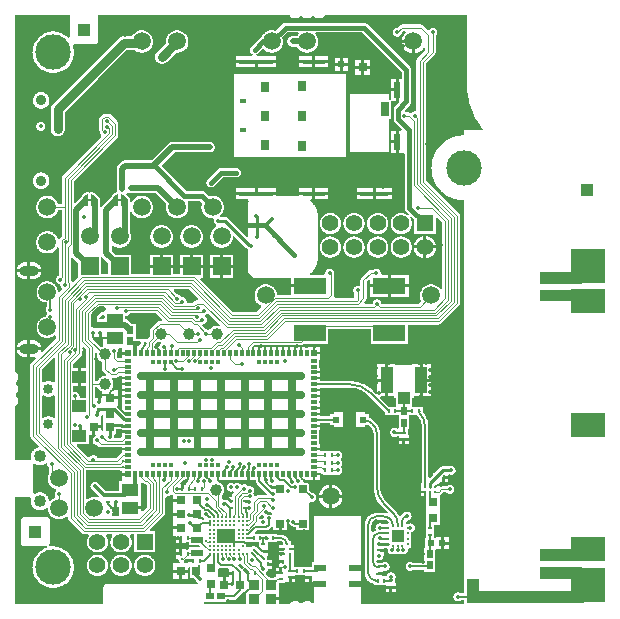
<source format=gtl>
G04*
G04 #@! TF.GenerationSoftware,Altium Limited,Altium Designer,23.1.1 (15)*
G04*
G04 Layer_Physical_Order=1*
G04 Layer_Color=255*
%FSLAX25Y25*%
%MOIN*%
G70*
G04*
G04 #@! TF.SameCoordinates,57D325FE-50AA-4423-B3C5-F19BAF70027F*
G04*
G04*
G04 #@! TF.FilePolarity,Positive*
G04*
G01*
G75*
%ADD10C,0.00591*%
%ADD11C,0.00787*%
%ADD12C,0.00600*%
%ADD13C,0.00984*%
%ADD14C,0.01181*%
%ADD15C,0.01000*%
%ADD16C,0.00492*%
%ADD21C,0.00800*%
%ADD26R,0.11811X0.11811*%
%ADD27R,0.11811X0.07874*%
%ADD28R,0.03937X0.02362*%
%ADD29R,0.01181X0.01063*%
%ADD30R,0.05512X0.04331*%
%ADD31R,0.01063X0.01181*%
%ADD32R,0.02362X0.01968*%
%ADD33R,0.01968X0.02362*%
%ADD34R,0.02953X0.03150*%
G04:AMPARAMS|DCode=35|XSize=11.81mil|YSize=10.63mil|CornerRadius=0mil|HoleSize=0mil|Usage=FLASHONLY|Rotation=135.000|XOffset=0mil|YOffset=0mil|HoleType=Round|Shape=Rectangle|*
%AMROTATEDRECTD35*
4,1,4,0.00793,-0.00042,0.00042,-0.00793,-0.00793,0.00042,-0.00042,0.00793,0.00793,-0.00042,0.0*
%
%ADD35ROTATEDRECTD35*%

%ADD36R,0.03150X0.02953*%
%ADD37R,0.00984X0.00787*%
%ADD38R,0.01968X0.02559*%
%ADD39R,0.02284X0.01968*%
%ADD40R,0.03150X0.02953*%
%ADD41R,0.03937X0.04134*%
%ADD42R,0.04134X0.08661*%
%ADD43R,0.02362X0.01181*%
%ADD44R,0.11417X0.01772*%
%ADD45R,0.07480X0.01772*%
%ADD46R,0.02756X0.02953*%
%ADD47R,0.01968X0.05512*%
%ADD48R,0.09449X0.01772*%
%ADD49R,0.02756X0.03543*%
%ADD50R,0.02362X0.02362*%
%ADD51R,0.02559X0.04724*%
%ADD52R,0.02559X0.01968*%
%ADD53R,0.04724X0.03937*%
%ADD54R,0.10827X0.05512*%
%ADD55R,0.10827X0.05472*%
%ADD56R,0.02756X0.02559*%
%ADD57R,0.02126X0.02126*%
%ADD58R,0.02126X0.01181*%
%ADD59R,0.01181X0.02126*%
%ADD60R,0.03150X0.03150*%
%ADD61R,0.01181X0.01181*%
%ADD62R,0.00984X0.00984*%
%ADD63C,0.00787*%
%ADD64R,0.03740X0.03347*%
%ADD65R,0.03937X0.01968*%
%ADD121C,0.11811*%
%ADD123C,0.03543*%
%ADD125C,0.00575*%
%ADD126C,0.03937*%
%ADD127C,0.05906*%
%ADD128R,0.00906X0.00984*%
%ADD129R,0.00984X0.00906*%
%ADD130R,0.03937X0.03937*%
%ADD131R,0.03937X0.03937*%
%ADD132C,0.01500*%
%ADD133C,0.02000*%
%ADD134C,0.01800*%
%ADD135C,0.01968*%
%ADD136C,0.02500*%
%ADD137C,0.02300*%
%ADD138C,0.02350*%
%ADD139C,0.00768*%
%ADD140C,0.00650*%
%ADD141C,0.03000*%
%ADD142C,0.00700*%
%ADD143C,0.00900*%
%ADD144C,0.01200*%
%ADD145R,0.06299X0.04921*%
%ADD146R,0.00787X0.01772*%
%ADD147R,0.00900X0.02300*%
%ADD148R,0.02700X0.03937*%
%ADD149R,0.07600X0.03937*%
%ADD150O,0.06299X0.03543*%
%ADD151R,0.05906X0.05906*%
%ADD152R,0.05512X0.05512*%
%ADD153C,0.05512*%
%ADD154C,0.04016*%
%ADD155C,0.03347*%
%ADD156C,0.01378*%
%ADD157C,0.01181*%
%ADD158C,0.00984*%
%ADD159C,0.02400*%
G36*
X151767Y174410D02*
X151767Y174409D01*
X151767D01*
X151786Y173474D01*
X151844Y172540D01*
X151941Y171609D01*
X152076Y170683D01*
X152249Y169763D01*
X152460Y168851D01*
X152708Y167949D01*
X152994Y167057D01*
X153316Y166179D01*
X153674Y165314D01*
X154068Y164465D01*
X154496Y163633D01*
X154958Y162819D01*
X155454Y162025D01*
X155982Y161252D01*
X156541Y160502D01*
X156990Y159949D01*
X156764Y159449D01*
X150591Y159449D01*
Y157678D01*
X150055Y157662D01*
X149403Y157603D01*
X148756Y157505D01*
X148117Y157367D01*
X147486Y157192D01*
X146868Y156978D01*
X146263Y156728D01*
X145675Y156441D01*
X145105Y156120D01*
X144555Y155765D01*
X144028Y155377D01*
X143526Y154958D01*
X143050Y154510D01*
X142601Y154033D01*
X142182Y153531D01*
X141794Y153004D01*
X141439Y152454D01*
X141118Y151884D01*
X140831Y151296D01*
X140581Y150691D01*
X140367Y150073D01*
X140192Y149443D01*
X140054Y148803D01*
X139956Y148156D01*
X139897Y147504D01*
X139877Y146850D01*
X139897Y146196D01*
X139956Y145545D01*
X140054Y144898D01*
X140192Y144258D01*
X140367Y143628D01*
X140581Y143009D01*
X140831Y142405D01*
X141118Y141817D01*
X141439Y141247D01*
X141794Y140697D01*
X142182Y140170D01*
X142601Y139668D01*
X143050Y139191D01*
X143526Y138743D01*
X144028Y138324D01*
X144555Y137936D01*
X145105Y137581D01*
X145675Y137259D01*
X146263Y136973D01*
X146868Y136723D01*
X147486Y136509D01*
X148117Y136333D01*
X148756Y136196D01*
X149403Y136098D01*
X150055Y136038D01*
X150591Y136022D01*
X150591Y5001D01*
X149719D01*
X149584Y5116D01*
X149383Y5240D01*
X149165Y5330D01*
X148935Y5385D01*
X148700Y5404D01*
X148465Y5385D01*
X148235Y5330D01*
X148017Y5240D01*
X147816Y5116D01*
X147637Y4963D01*
X147484Y4784D01*
X147360Y4583D01*
X147270Y4365D01*
X147215Y4135D01*
X147196Y3900D01*
X147215Y3665D01*
X147270Y3435D01*
X147360Y3217D01*
X147484Y3016D01*
X147637Y2837D01*
X147816Y2684D01*
X148017Y2560D01*
X148235Y2470D01*
X148465Y2415D01*
X148700Y2396D01*
X148935Y2415D01*
X149165Y2470D01*
X149383Y2560D01*
X149584Y2684D01*
X149719Y2799D01*
X150591D01*
Y1383D01*
X116500D01*
Y30182D01*
X116500Y30682D01*
X116500Y30682D01*
X116000Y30682D01*
X100752Y30682D01*
X100752Y15350D01*
X99942D01*
Y13963D01*
X98009D01*
Y13901D01*
X95890D01*
Y13878D01*
X94453D01*
X94075Y14173D01*
Y16929D01*
X93898Y17028D01*
Y18390D01*
X94110D01*
Y19283D01*
X93898D01*
Y19390D01*
X92618D01*
Y20154D01*
X92934D01*
Y20283D01*
X94110D01*
Y21177D01*
X92934D01*
Y22562D01*
X92501D01*
X92484Y22610D01*
X92347Y22900D01*
X92182Y23176D01*
X91991Y23434D01*
X91775Y23671D01*
X91537Y23887D01*
X91279Y24078D01*
X91004Y24243D01*
X90714Y24381D01*
X90412Y24489D01*
X90100Y24567D01*
X89783Y24614D01*
X89462Y24630D01*
Y24629D01*
X88475D01*
Y24929D01*
X85792D01*
Y24906D01*
X83570D01*
Y24906D01*
X81931D01*
Y24928D01*
X81147D01*
X80955Y25390D01*
X81565Y26000D01*
X84852D01*
X84852Y26000D01*
X85036Y26014D01*
X85215Y26057D01*
X85385Y26128D01*
X85543Y26224D01*
X85683Y26344D01*
X86431Y27092D01*
X86431Y27092D01*
X86550Y27232D01*
X86583Y27285D01*
X87029Y27199D01*
X87083Y27172D01*
Y25986D01*
X88961D01*
Y28265D01*
X89961D01*
Y25986D01*
X91839D01*
Y28632D01*
X92337Y28668D01*
X92392Y28442D01*
X92480Y28228D01*
X92602Y28030D01*
X92753Y27853D01*
X92930Y27702D01*
X93128Y27580D01*
X93342Y27492D01*
X93568Y27437D01*
X93754Y27423D01*
X93796Y27387D01*
X93942Y27298D01*
X94099Y27233D01*
X94265Y27193D01*
X94435Y27179D01*
X94776D01*
Y26198D01*
X99106D01*
Y30332D01*
X99106Y30332D01*
X99110Y30529D01*
X99110Y30831D01*
Y35245D01*
X99428Y35500D01*
X99610Y35575D01*
X99768Y35537D01*
X100000Y35519D01*
X100232Y35537D01*
X100458Y35592D01*
X100672Y35680D01*
X100871Y35802D01*
X101047Y35953D01*
X101198Y36130D01*
X101320Y36328D01*
X101409Y36542D01*
X101463Y36768D01*
X101481Y37000D01*
X101463Y37232D01*
X101409Y37458D01*
X101320Y37672D01*
X101198Y37870D01*
X101047Y38047D01*
X100871Y38198D01*
X100672Y38320D01*
X100458Y38408D01*
X100232Y38463D01*
X100112Y38472D01*
X99106Y39478D01*
Y41947D01*
X97527D01*
X97194Y42406D01*
X97312Y42650D01*
X97874D01*
Y42862D01*
X98630D01*
Y42650D01*
X102756D01*
Y44248D01*
X103059Y44622D01*
X107941D01*
Y44622D01*
X108368Y44537D01*
X108600Y44519D01*
X108832Y44537D01*
X109058Y44592D01*
X109272Y44681D01*
X109470Y44802D01*
X109647Y44953D01*
X109798Y45129D01*
X109920Y45328D01*
X110009Y45542D01*
X110063Y45768D01*
X110081Y46000D01*
X110063Y46232D01*
X110009Y46458D01*
X109920Y46672D01*
X109798Y46870D01*
X109760Y46915D01*
X109647Y47066D01*
Y47434D01*
X109760Y47585D01*
X109798Y47629D01*
X109920Y47828D01*
X110009Y48042D01*
X110063Y48268D01*
X110081Y48500D01*
X110063Y48732D01*
X110009Y48958D01*
X109920Y49172D01*
X109798Y49371D01*
X109760Y49415D01*
X109647Y49566D01*
Y49934D01*
X109760Y50085D01*
X109798Y50129D01*
X109920Y50328D01*
X110009Y50542D01*
X110063Y50768D01*
X110081Y51000D01*
X110063Y51232D01*
X110009Y51458D01*
X109920Y51672D01*
X109798Y51871D01*
X109647Y52047D01*
X109470Y52198D01*
X109272Y52320D01*
X109058Y52408D01*
X108832Y52463D01*
X108600Y52481D01*
X108368Y52463D01*
X107941Y52378D01*
X107941Y52378D01*
X103059D01*
X102756Y52752D01*
Y54650D01*
X102543D01*
Y59342D01*
X102756D01*
Y61801D01*
X106035D01*
Y61107D01*
X107238D01*
Y60343D01*
X110388D01*
Y65461D01*
X107238D01*
Y64696D01*
X106035D01*
Y64002D01*
X102756D01*
Y68429D01*
X102543D01*
Y69185D01*
X102756D01*
Y73634D01*
X112537D01*
X112565Y73637D01*
X113120Y73619D01*
X113702Y73561D01*
X114278Y73466D01*
X114847Y73334D01*
X115405Y73164D01*
X115952Y72958D01*
X116484Y72717D01*
X116999Y72442D01*
X117495Y72133D01*
X117970Y71793D01*
X118421Y71423D01*
X118827Y71043D01*
X118845Y71021D01*
X124325Y65542D01*
Y64370D01*
X128937D01*
Y60063D01*
X128437Y59853D01*
X128429Y59860D01*
X128231Y59981D01*
X128017Y60070D01*
X127791Y60124D01*
X127559Y60142D01*
X127327Y60124D01*
X127101Y60070D01*
X126887Y59981D01*
X126689Y59860D01*
X126512Y59709D01*
X126361Y59532D01*
X126240Y59334D01*
X126151Y59119D01*
X126096Y58893D01*
X126078Y58661D01*
X126096Y58430D01*
X126151Y58204D01*
X126240Y57989D01*
X126361Y57791D01*
X126512Y57614D01*
X126689Y57463D01*
X126887Y57342D01*
X127101Y57253D01*
X127327Y57199D01*
X127559Y57181D01*
X127791Y57199D01*
X128017Y57253D01*
X128231Y57342D01*
X128244Y57350D01*
X129112D01*
Y56791D01*
X132293D01*
Y57822D01*
X132080D01*
Y59842D01*
X132480D01*
Y64370D01*
X135201D01*
X135501Y63990D01*
X135779Y63573D01*
X136024Y63136D01*
X136234Y62680D01*
X136408Y62210D01*
X136544Y61727D01*
X136642Y61235D01*
X136701Y60737D01*
X136719Y60264D01*
X136717Y60236D01*
Y41713D01*
X136516D01*
Y40350D01*
X136303D01*
Y39358D01*
X136516D01*
Y39153D01*
X137795D01*
Y38358D01*
X136303D01*
Y37366D01*
X137934D01*
X137985Y36887D01*
X137985Y36887D01*
X137985Y28532D01*
X137973Y28032D01*
X137973D01*
Y25810D01*
X137950D01*
Y23475D01*
X137572D01*
Y20147D01*
X137556D01*
Y15103D01*
X133831D01*
X133695Y15218D01*
X133494Y15342D01*
X133276Y15432D01*
X133047Y15487D01*
X132811Y15506D01*
X132576Y15487D01*
X132347Y15432D01*
X132129Y15342D01*
X131928Y15218D01*
X131748Y15065D01*
X131595Y14886D01*
X131472Y14684D01*
X131381Y14467D01*
X131326Y14237D01*
X131308Y14002D01*
X131326Y13767D01*
X131381Y13537D01*
X131472Y13319D01*
X131595Y13118D01*
X131748Y12939D01*
X131928Y12785D01*
X132129Y12662D01*
X132347Y12572D01*
X132576Y12517D01*
X132811Y12498D01*
X133047Y12517D01*
X133276Y12572D01*
X133494Y12662D01*
X133695Y12785D01*
X133831Y12901D01*
X137556D01*
Y12228D01*
X141145D01*
Y15968D01*
Y19269D01*
X141319Y19697D01*
X143000D01*
Y21681D01*
Y23665D01*
X141319D01*
Y23475D01*
X140751D01*
Y25810D01*
X140729D01*
Y27772D01*
X142732D01*
Y32299D01*
X142732D01*
Y33064D01*
X142755D01*
Y37637D01*
X142755D01*
X142936Y38062D01*
X143010Y38125D01*
X143563Y38678D01*
X144845D01*
X144877Y38640D01*
X145054Y38489D01*
X145252Y38368D01*
X145467Y38279D01*
X145693Y38225D01*
X145924Y38206D01*
X146156Y38225D01*
X146382Y38279D01*
X146597Y38368D01*
X146795Y38489D01*
X146972Y38640D01*
X147123Y38817D01*
X147244Y39015D01*
X147333Y39230D01*
X147387Y39456D01*
X147405Y39687D01*
X147387Y39919D01*
X147333Y40145D01*
X147244Y40360D01*
X147123Y40558D01*
X146972Y40735D01*
X146795Y40885D01*
X146597Y41007D01*
X146382Y41096D01*
X146156Y41150D01*
X145924Y41168D01*
X145693Y41150D01*
X145467Y41096D01*
X145252Y41007D01*
X145054Y40885D01*
X144897Y40751D01*
X143133D01*
X142971Y40738D01*
X142937Y40730D01*
X142546Y40940D01*
X142443Y41059D01*
X142437Y41070D01*
Y41606D01*
X142437Y41925D01*
X142866Y42097D01*
X143446D01*
Y43687D01*
X143946D01*
Y44187D01*
X145478D01*
Y44345D01*
X145545Y44433D01*
X145978Y44663D01*
X145999Y44655D01*
X146225Y44600D01*
X146457Y44582D01*
X146688Y44600D01*
X146914Y44655D01*
X147129Y44743D01*
X147327Y44865D01*
X147504Y45016D01*
X147655Y45193D01*
X147776Y45391D01*
X147865Y45605D01*
X147919Y45831D01*
X147938Y46063D01*
X147919Y46295D01*
X147865Y46521D01*
X147776Y46735D01*
X147655Y46933D01*
X147504Y47110D01*
X147327Y47261D01*
X147129Y47383D01*
X146914Y47471D01*
X146688Y47526D01*
X146457Y47544D01*
X146225Y47526D01*
X145999Y47471D01*
X145784Y47383D01*
X145738Y47354D01*
X143702D01*
X143500Y47339D01*
X143303Y47291D01*
X143115Y47214D01*
X142943Y47108D01*
X142788Y46976D01*
X140878Y45065D01*
X140384D01*
Y44571D01*
X139335Y43523D01*
X138873Y43714D01*
Y60236D01*
X138875D01*
X138856Y60795D01*
X138802Y61351D01*
X138710Y61902D01*
X138584Y62447D01*
X138421Y62981D01*
X138224Y63505D01*
X137994Y64014D01*
X137730Y64507D01*
X137435Y64981D01*
X137110Y65435D01*
X137087Y65464D01*
Y67126D01*
X133465D01*
Y69980D01*
X134055D01*
Y70653D01*
X136016D01*
Y75984D01*
Y81315D01*
X133449D01*
Y81102D01*
X127969D01*
Y81315D01*
X125402D01*
Y75984D01*
Y70653D01*
X127362D01*
Y69980D01*
X127953D01*
Y67126D01*
X125790D01*
X122724Y70192D01*
X122916Y70653D01*
X124402D01*
Y75484D01*
X121835D01*
Y71735D01*
X121373Y71543D01*
X120370Y72546D01*
X120371Y72547D01*
X119919Y72974D01*
X119444Y73375D01*
X118948Y73748D01*
X118431Y74094D01*
X117896Y74409D01*
X117344Y74695D01*
X116776Y74948D01*
X116196Y75170D01*
X115604Y75359D01*
X115002Y75514D01*
X114392Y75635D01*
X113777Y75722D01*
X113158Y75774D01*
X112537Y75792D01*
Y75791D01*
X102756D01*
Y80240D01*
X102543D01*
Y82965D01*
X102756D01*
Y87090D01*
X98630D01*
Y86878D01*
X97874D01*
Y87090D01*
X80700D01*
X80503Y87546D01*
X80761Y87863D01*
X96479D01*
X96641Y87876D01*
X96799Y87914D01*
X96949Y87976D01*
X97088Y88061D01*
X97212Y88167D01*
X97234Y88189D01*
X105512D01*
Y93063D01*
X119685D01*
Y88189D01*
X132087D01*
Y94633D01*
X142337D01*
X142499Y94645D01*
X142657Y94683D01*
X142808Y94746D01*
X142946Y94831D01*
X143070Y94936D01*
X149133Y100999D01*
X149239Y101123D01*
X149324Y101262D01*
X149386Y101412D01*
X149424Y101570D01*
X149437Y101732D01*
Y130800D01*
X149424Y130963D01*
X149386Y131121D01*
X149324Y131271D01*
X149239Y131410D01*
X149133Y131534D01*
X137937Y142730D01*
Y181771D01*
X141033Y184867D01*
X141139Y184991D01*
X141224Y185129D01*
X141286Y185280D01*
X141324Y185438D01*
X141337Y185600D01*
Y190944D01*
X141347Y190953D01*
X141498Y191130D01*
X141620Y191328D01*
X141709Y191542D01*
X141763Y191768D01*
X141781Y192000D01*
X141763Y192232D01*
X141709Y192458D01*
X141620Y192672D01*
X141498Y192870D01*
X141347Y193047D01*
X141171Y193198D01*
X140972Y193319D01*
X140758Y193409D01*
X140532Y193463D01*
X140300Y193481D01*
X140068Y193463D01*
X139842Y193409D01*
X139628Y193319D01*
X139429Y193198D01*
X139253Y193047D01*
X139148Y192925D01*
X139027Y192865D01*
X138538Y192829D01*
X137033Y194333D01*
X136909Y194439D01*
X136771Y194524D01*
X136620Y194586D01*
X136462Y194624D01*
X136300Y194637D01*
X130000D01*
X129838Y194624D01*
X129680Y194586D01*
X129529Y194524D01*
X129391Y194439D01*
X129267Y194333D01*
X128464Y193530D01*
X128450Y193531D01*
X128219Y193513D01*
X127993Y193459D01*
X127778Y193370D01*
X127580Y193248D01*
X127403Y193098D01*
X127252Y192921D01*
X127131Y192723D01*
X127042Y192508D01*
X126988Y192282D01*
X126970Y192050D01*
X126988Y191819D01*
X127042Y191593D01*
X127131Y191378D01*
X127252Y191180D01*
X127403Y191003D01*
X127580Y190852D01*
X127778Y190731D01*
X127993Y190642D01*
X128219Y190588D01*
X128450Y190569D01*
X128682Y190588D01*
X128908Y190642D01*
X129123Y190731D01*
X129321Y190852D01*
X129498Y191003D01*
X129648Y191180D01*
X129770Y191378D01*
X129859Y191593D01*
X129913Y191819D01*
X129931Y192050D01*
X129930Y192064D01*
X130429Y192563D01*
X131220D01*
X131385Y192063D01*
X131348Y192036D01*
X131060Y191775D01*
X130799Y191487D01*
X130568Y191175D01*
X130368Y190842D01*
X130202Y190491D01*
X130071Y190125D01*
X129977Y189749D01*
X129936Y189476D01*
X133858D01*
Y188976D01*
X134358D01*
Y185055D01*
X134630Y185095D01*
X135007Y185189D01*
X135373Y185320D01*
X135724Y185486D01*
X136057Y185686D01*
X136369Y185917D01*
X136657Y186178D01*
X136917Y186466D01*
X137149Y186778D01*
X137263Y186969D01*
X137763Y186830D01*
Y185921D01*
X135183Y183341D01*
X135077Y183217D01*
X134992Y183078D01*
X134930Y182928D01*
X134892Y182770D01*
X134879Y182608D01*
Y166118D01*
X134820Y166009D01*
X134400Y165681D01*
X134168Y165663D01*
X133942Y165609D01*
X133728Y165519D01*
X133529Y165398D01*
X133353Y165247D01*
X132891Y165139D01*
X132752Y165224D01*
X132602Y165286D01*
X132444Y165324D01*
X132282Y165337D01*
X131756D01*
X131747Y165347D01*
X131570Y165498D01*
X131372Y165620D01*
X131158Y165708D01*
X131153Y165710D01*
X130983Y166207D01*
X130988Y166252D01*
X132622Y167886D01*
X132779Y168070D01*
X132906Y168276D01*
X132998Y168500D01*
X133055Y168735D01*
X133074Y168976D01*
Y179568D01*
X133055Y179810D01*
X132998Y180045D01*
X132906Y180269D01*
X132779Y180475D01*
X132622Y180659D01*
X118590Y194691D01*
X118406Y194848D01*
X118200Y194974D01*
X117976Y195067D01*
X117741Y195123D01*
X117500Y195142D01*
X91238D01*
X90997Y195123D01*
X90761Y195067D01*
X90538Y194974D01*
X90331Y194848D01*
X90147Y194691D01*
X87934Y192477D01*
X87701Y192560D01*
X87345Y192649D01*
X86981Y192703D01*
X86614Y192721D01*
X86247Y192703D01*
X85884Y192649D01*
X85527Y192560D01*
X85181Y192436D01*
X84849Y192279D01*
X84534Y192090D01*
X84239Y191871D01*
X83966Y191624D01*
X83719Y191352D01*
X83501Y191057D01*
X83312Y190742D01*
X83155Y190409D01*
X83144Y190378D01*
X83076Y190350D01*
X82870Y190224D01*
X82686Y190067D01*
X79809Y187190D01*
X79652Y187006D01*
X79526Y186800D01*
X79433Y186576D01*
X79377Y186341D01*
X79358Y186100D01*
X79377Y185859D01*
X79433Y185624D01*
X79526Y185400D01*
X79652Y185194D01*
X79809Y185010D01*
X79994Y184852D01*
X80200Y184726D01*
X80306Y184682D01*
X80207Y184182D01*
X74765D01*
Y182796D01*
X88183D01*
Y184182D01*
X81593D01*
X81494Y184682D01*
X81600Y184726D01*
X81806Y184852D01*
X81990Y185010D01*
X83322Y186341D01*
X83966Y186328D01*
X84239Y186082D01*
X84534Y185863D01*
X84849Y185674D01*
X85181Y185517D01*
X85527Y185393D01*
X85884Y185304D01*
X86247Y185250D01*
X86614Y185232D01*
X86981Y185250D01*
X87345Y185304D01*
X87701Y185393D01*
X88047Y185517D01*
X88379Y185674D01*
X88695Y185863D01*
X88990Y186082D01*
X89262Y186328D01*
X89509Y186601D01*
X89728Y186896D01*
X89917Y187211D01*
X90074Y187543D01*
X90198Y187889D01*
X90287Y188246D01*
X90341Y188609D01*
X90359Y188976D01*
X90341Y189343D01*
X90287Y189707D01*
X90198Y190063D01*
X90114Y190296D01*
X91877Y192058D01*
X95511D01*
X95666Y191806D01*
X95717Y191558D01*
X95530Y191352D01*
X95312Y191057D01*
X95152Y190791D01*
X93600D01*
X93366Y190776D01*
X93136Y190730D01*
X92914Y190655D01*
X92704Y190551D01*
X92510Y190421D01*
X92333Y190267D01*
X92179Y190090D01*
X92049Y189896D01*
X91945Y189685D01*
X91870Y189464D01*
X91824Y189234D01*
X91809Y189000D01*
X91824Y188766D01*
X91870Y188536D01*
X91945Y188314D01*
X92049Y188104D01*
X92179Y187910D01*
X92333Y187733D01*
X92510Y187579D01*
X92704Y187449D01*
X92914Y187345D01*
X93136Y187270D01*
X93366Y187224D01*
X93600Y187209D01*
X95124D01*
X95312Y186896D01*
X95530Y186601D01*
X95777Y186328D01*
X96050Y186082D01*
X96345Y185863D01*
X96660Y185674D01*
X96992Y185517D01*
X97338Y185393D01*
X97695Y185304D01*
X98058Y185250D01*
X98425Y185232D01*
X98792Y185250D01*
X99156Y185304D01*
X99512Y185393D01*
X99858Y185517D01*
X100190Y185674D01*
X100506Y185863D01*
X100801Y186082D01*
X101073Y186328D01*
X101320Y186601D01*
X101539Y186896D01*
X101728Y187211D01*
X101885Y187543D01*
X102009Y187889D01*
X102098Y188246D01*
X102152Y188609D01*
X102170Y188976D01*
X102152Y189343D01*
X102098Y189707D01*
X102009Y190063D01*
X101885Y190409D01*
X101728Y190742D01*
X101539Y191057D01*
X101320Y191352D01*
X101133Y191558D01*
X101185Y191806D01*
X101339Y192058D01*
X116861D01*
X129990Y178930D01*
Y176623D01*
X129021D01*
Y172867D01*
Y168654D01*
X129023Y168649D01*
X127678Y167304D01*
X127521Y167120D01*
X127395Y166914D01*
X127302Y166690D01*
X127246Y166455D01*
X127227Y166214D01*
Y163231D01*
X127246Y162990D01*
X127302Y162755D01*
X127395Y162531D01*
X127521Y162325D01*
X127678Y162141D01*
X130019Y159800D01*
X129812Y159300D01*
X129021D01*
Y155544D01*
Y151788D01*
X130417D01*
X130506Y151788D01*
X130917Y151574D01*
Y133584D01*
X130936Y133343D01*
X130992Y133108D01*
X131085Y132884D01*
X131211Y132678D01*
X131369Y132494D01*
X132400Y131463D01*
X132073Y131089D01*
X131794Y131296D01*
X131495Y131475D01*
X131181Y131624D01*
X130853Y131741D01*
X130515Y131826D01*
X130171Y131877D01*
X129823Y131894D01*
X129475Y131877D01*
X129131Y131826D01*
X128793Y131741D01*
X128465Y131624D01*
X128150Y131475D01*
X127852Y131296D01*
X127572Y131089D01*
X127314Y130855D01*
X127081Y130597D01*
X126873Y130317D01*
X126694Y130019D01*
X126545Y129704D01*
X126428Y129376D01*
X126344Y129039D01*
X126292Y128694D01*
X126275Y128347D01*
X126292Y127999D01*
X126344Y127654D01*
X126428Y127317D01*
X126545Y126989D01*
X126694Y126674D01*
X126873Y126375D01*
X127081Y126096D01*
X127314Y125838D01*
X127572Y125604D01*
X127852Y125397D01*
X128150Y125218D01*
X128465Y125069D01*
X128793Y124952D01*
X129131Y124867D01*
X129475Y124816D01*
X129823Y124799D01*
X130171Y124816D01*
X130515Y124867D01*
X130853Y124952D01*
X131181Y125069D01*
X131495Y125218D01*
X131794Y125397D01*
X132073Y125604D01*
X132331Y125838D01*
X132565Y126096D01*
X132773Y126375D01*
X132951Y126674D01*
X133100Y126989D01*
X133218Y127317D01*
X133302Y127654D01*
X133353Y127999D01*
X133370Y128347D01*
X133353Y128694D01*
X133302Y129039D01*
X133218Y129376D01*
X133100Y129704D01*
X132951Y130019D01*
X132773Y130317D01*
X132565Y130597D01*
X132939Y130923D01*
X134154Y129709D01*
Y124803D01*
X141240D01*
Y130273D01*
X141702Y130464D01*
X143426Y128740D01*
Y106468D01*
X142926Y106330D01*
X142877Y106411D01*
X142658Y106706D01*
X142412Y106979D01*
X142139Y107225D01*
X141844Y107444D01*
X141529Y107633D01*
X141197Y107790D01*
X140851Y107914D01*
X140494Y108003D01*
X140131Y108057D01*
X139764Y108075D01*
X139397Y108057D01*
X139033Y108003D01*
X138677Y107914D01*
X138331Y107790D01*
X137999Y107633D01*
X137683Y107444D01*
X137388Y107225D01*
X137116Y106979D01*
X136869Y106706D01*
X136650Y106411D01*
X136461Y106096D01*
X136304Y105764D01*
X136180Y105418D01*
X136091Y105061D01*
X136037Y104698D01*
X136019Y104331D01*
X136037Y103964D01*
X136091Y103600D01*
X136180Y103244D01*
X136304Y102898D01*
X136461Y102566D01*
X136488Y102521D01*
X135594Y101627D01*
X123229D01*
X123215Y101806D01*
X123160Y102032D01*
X123072Y102247D01*
X122950Y102445D01*
X122799Y102622D01*
X122622Y102773D01*
X122424Y102894D01*
X122210Y102983D01*
X121984Y103038D01*
X121752Y103056D01*
X121520Y103038D01*
X121294Y102983D01*
X121080Y102894D01*
X120881Y102773D01*
X120705Y102622D01*
X120554Y102445D01*
X120432Y102247D01*
X120343Y102032D01*
X120289Y101806D01*
X120275Y101627D01*
X117624D01*
X117433Y102089D01*
X117957Y102613D01*
X118063Y102737D01*
X118148Y102876D01*
X118210Y103026D01*
X118248Y103184D01*
X118261Y103347D01*
Y109019D01*
X119010Y109769D01*
X119473Y109578D01*
Y107980D01*
X125386D01*
Y111236D01*
X123450D01*
X123264Y111384D01*
X123030Y111736D01*
X123036Y111811D01*
X123018Y112043D01*
X122964Y112269D01*
X122875Y112483D01*
X122753Y112681D01*
X122602Y112858D01*
X122426Y113009D01*
X122228Y113130D01*
X122013Y113219D01*
X121787Y113274D01*
X121555Y113292D01*
X121324Y113274D01*
X121098Y113219D01*
X120883Y113130D01*
X120685Y113009D01*
X120508Y112858D01*
X120499Y112848D01*
X119587D01*
X119424Y112835D01*
X119266Y112797D01*
X119116Y112735D01*
X118977Y112650D01*
X118854Y112544D01*
X116491Y110182D01*
X116386Y110058D01*
X116301Y109920D01*
X116238Y109769D01*
X116200Y109611D01*
X116188Y109449D01*
Y107849D01*
X116155Y107795D01*
X115719Y107514D01*
X115688Y107517D01*
X115488Y107565D01*
X115256Y107583D01*
X115024Y107565D01*
X114798Y107511D01*
X114584Y107422D01*
X114385Y107300D01*
X114209Y107150D01*
X114058Y106973D01*
X113936Y106775D01*
X113847Y106560D01*
X113793Y106334D01*
X113775Y106102D01*
X113793Y105871D01*
X113847Y105645D01*
X113936Y105430D01*
X114058Y105232D01*
X114209Y105055D01*
X114219Y105046D01*
Y103596D01*
X107647D01*
X107578Y103639D01*
X107457Y103793D01*
X107306Y104096D01*
X107323Y104168D01*
X107336Y104331D01*
Y111319D01*
X107329Y111409D01*
X107370Y111579D01*
X107388Y111811D01*
X107370Y112043D01*
X107316Y112269D01*
X107227Y112483D01*
X107105Y112681D01*
X106954Y112858D01*
X106778Y113009D01*
X106579Y113130D01*
X106365Y113219D01*
X106139Y113274D01*
X105907Y113292D01*
X105675Y113274D01*
X105449Y113219D01*
X105235Y113130D01*
X105037Y113009D01*
X104860Y112858D01*
X104709Y112681D01*
X104588Y112483D01*
X104499Y112269D01*
X104444Y112043D01*
X104426Y111811D01*
X104434Y111717D01*
X104218Y111382D01*
X104027Y111216D01*
X99680D01*
X99522Y111586D01*
X99519Y111716D01*
X99600Y111783D01*
X99963Y112146D01*
X100013Y112192D01*
X100059Y112242D01*
X100422Y112605D01*
X100521Y112725D01*
X100868Y113245D01*
X100911Y113307D01*
X100924Y113329D01*
X101167Y113692D01*
X101167Y113692D01*
X101240Y113829D01*
X101240Y113829D01*
X101685Y114904D01*
X101730Y115052D01*
X101815Y115481D01*
X101822Y115505D01*
X101835Y115579D01*
X101957Y116193D01*
X101972Y116348D01*
Y116861D01*
X101975Y116929D01*
X101974D01*
Y130709D01*
X101975D01*
X101972Y130777D01*
Y131290D01*
X101957Y131445D01*
X101835Y132058D01*
X101822Y132133D01*
X101815Y132157D01*
X101730Y132586D01*
X101685Y132734D01*
X101240Y133809D01*
X101240Y133809D01*
X101167Y133946D01*
X101167Y133946D01*
X100924Y134309D01*
X100911Y134330D01*
X100868Y134393D01*
X100521Y134913D01*
X100422Y135033D01*
X100059Y135396D01*
X100013Y135446D01*
X99963Y135492D01*
X99600Y135855D01*
X99528Y135914D01*
X99536Y136076D01*
X99690Y136414D01*
X100068D01*
Y137800D01*
X95828D01*
Y137426D01*
X95328Y137406D01*
X95276Y137408D01*
Y137407D01*
X88183D01*
Y137800D01*
X74765D01*
Y136414D01*
X78717D01*
X78855Y136286D01*
X79034Y135914D01*
X78797Y135340D01*
X78751Y135192D01*
X78736Y135037D01*
Y134690D01*
X78734Y134646D01*
X78736Y134601D01*
Y134254D01*
X78740Y134215D01*
Y123942D01*
X78278Y123750D01*
X71916Y130113D01*
X71761Y130245D01*
X71589Y130351D01*
X71401Y130428D01*
X71204Y130475D01*
X71002Y130491D01*
X69518D01*
X69512Y130495D01*
X69448Y130640D01*
X69423Y131070D01*
X69577Y131210D01*
X69824Y131483D01*
X70043Y131778D01*
X70232Y132093D01*
X70389Y132425D01*
X70512Y132771D01*
X70602Y133128D01*
X70656Y133491D01*
X70674Y133858D01*
X70656Y134225D01*
X70602Y134589D01*
X70512Y134945D01*
X70389Y135291D01*
X70232Y135624D01*
X70043Y135939D01*
X69824Y136234D01*
X69577Y136506D01*
X69305Y136753D01*
X69010Y136972D01*
X68694Y137161D01*
X68362Y137318D01*
X68016Y137442D01*
X67660Y137531D01*
X67296Y137585D01*
X66929Y137603D01*
X66562Y137585D01*
X66199Y137531D01*
X65842Y137442D01*
X65765Y137414D01*
X64483Y138696D01*
X64317Y138842D01*
X64133Y138964D01*
X63934Y139062D01*
X63725Y139133D01*
X63508Y139177D01*
X63287Y139191D01*
X58263D01*
X49862Y147591D01*
X54280Y152009D01*
X65900D01*
X66134Y152024D01*
X66364Y152070D01*
X66585Y152145D01*
X66796Y152249D01*
X66990Y152379D01*
X67167Y152533D01*
X67321Y152710D01*
X67451Y152904D01*
X67555Y153114D01*
X67630Y153336D01*
X67676Y153566D01*
X67691Y153800D01*
X67676Y154034D01*
X67630Y154264D01*
X67555Y154485D01*
X67451Y154696D01*
X67321Y154890D01*
X67167Y155067D01*
X66990Y155221D01*
X66796Y155351D01*
X66585Y155455D01*
X66364Y155530D01*
X66134Y155576D01*
X65900Y155591D01*
X53538D01*
X53304Y155576D01*
X53074Y155530D01*
X52852Y155455D01*
X52642Y155351D01*
X52447Y155221D01*
X52271Y155067D01*
X46596Y149391D01*
X37876D01*
X37642Y149376D01*
X37412Y149330D01*
X37190Y149255D01*
X36980Y149151D01*
X36785Y149021D01*
X36609Y148867D01*
X35471Y147729D01*
X35317Y147553D01*
X35187Y147358D01*
X35083Y147148D01*
X35008Y146926D01*
X34962Y146696D01*
X34947Y146462D01*
Y139700D01*
X34962Y139466D01*
X35001Y139272D01*
X35004Y139213D01*
X34995Y139160D01*
X34776Y138752D01*
X34695Y138683D01*
X34690Y138681D01*
X34400Y138560D01*
X34121Y138406D01*
X33861Y138222D01*
X33623Y138010D01*
X33411Y137772D01*
X33227Y137512D01*
X33073Y137233D01*
X32951Y136939D01*
X32941Y136904D01*
X30189Y134152D01*
X30034Y133976D01*
X29928Y133817D01*
X29872Y133810D01*
X29428Y134073D01*
Y136000D01*
X29413Y136234D01*
X29367Y136464D01*
X29292Y136686D01*
X29188Y136896D01*
X29058Y137090D01*
X28903Y137267D01*
X28727Y137421D01*
X28557Y137535D01*
X28389Y137772D01*
X28177Y138010D01*
X27939Y138222D01*
X27679Y138406D01*
X27400Y138560D01*
X27106Y138682D01*
X26873Y138750D01*
X26873Y138748D01*
X26773Y138772D01*
X26602Y138786D01*
X26432Y138772D01*
X26265Y138732D01*
X26107Y138667D01*
X25961Y138577D01*
X25900Y138525D01*
X25839Y138577D01*
X25693Y138667D01*
X25535Y138732D01*
X25368Y138772D01*
X25198Y138786D01*
X25027Y138772D01*
X24927Y138748D01*
X24927Y138750D01*
X24694Y138682D01*
X24400Y138560D01*
X24121Y138406D01*
X23861Y138222D01*
X23623Y138010D01*
X23411Y137772D01*
X23227Y137512D01*
X23073Y137233D01*
X22951Y136939D01*
X22941Y136904D01*
X21099Y135062D01*
X20637Y135253D01*
Y142368D01*
X35217Y156949D01*
X35323Y157073D01*
X35408Y157211D01*
X35470Y157362D01*
X35508Y157520D01*
X35521Y157682D01*
Y161634D01*
X35508Y161796D01*
X35470Y161954D01*
X35408Y162105D01*
X35323Y162243D01*
X35217Y162367D01*
X32924Y164660D01*
X32800Y164766D01*
X32662Y164851D01*
X32511Y164913D01*
X32353Y164951D01*
X32191Y164964D01*
X31009D01*
X30847Y164951D01*
X30689Y164913D01*
X30538Y164851D01*
X30400Y164766D01*
X30276Y164660D01*
X29440Y163824D01*
X29334Y163700D01*
X29249Y163562D01*
X29187Y163411D01*
X29149Y163253D01*
X29136Y163091D01*
Y159627D01*
X29149Y159465D01*
X29187Y159307D01*
X29249Y159157D01*
X29334Y159018D01*
X29420Y158917D01*
X29419Y158900D01*
X29437Y158668D01*
X29491Y158442D01*
X29581Y158228D01*
X29702Y158029D01*
X29853Y157853D01*
X29833Y157280D01*
X16898Y144346D01*
X16793Y144222D01*
X16708Y144084D01*
X16646Y143933D01*
X16608Y143775D01*
X16595Y143613D01*
Y134737D01*
X15447D01*
X15394Y134945D01*
X15271Y135291D01*
X15113Y135623D01*
X14925Y135939D01*
X14706Y136234D01*
X14459Y136506D01*
X14187Y136753D01*
X13892Y136972D01*
X13576Y137161D01*
X13244Y137318D01*
X12898Y137442D01*
X12542Y137531D01*
X12178Y137585D01*
X11811Y137603D01*
X11444Y137585D01*
X11080Y137531D01*
X10724Y137442D01*
X10378Y137318D01*
X10046Y137161D01*
X9731Y136972D01*
X9436Y136753D01*
X9163Y136506D01*
X8916Y136234D01*
X8698Y135939D01*
X8508Y135623D01*
X8351Y135291D01*
X8228Y134945D01*
X8138Y134589D01*
X8084Y134225D01*
X8066Y133858D01*
X8084Y133491D01*
X8138Y133128D01*
X8228Y132771D01*
X8351Y132425D01*
X8508Y132093D01*
X8698Y131778D01*
X8916Y131483D01*
X9163Y131210D01*
X9436Y130964D01*
X9731Y130745D01*
X10046Y130556D01*
X10378Y130399D01*
X10724Y130275D01*
X11080Y130185D01*
X11444Y130132D01*
X11811Y130113D01*
X12178Y130132D01*
X12542Y130185D01*
X12898Y130275D01*
X13244Y130399D01*
X13576Y130556D01*
X13892Y130745D01*
X14187Y130964D01*
X14459Y131210D01*
X14706Y131483D01*
X14925Y131778D01*
X15113Y132093D01*
X15271Y132425D01*
X15356Y132663D01*
X16595D01*
Y123989D01*
X15977Y123371D01*
X15871Y123248D01*
X15820Y123235D01*
X15426Y123267D01*
X15332Y123308D01*
X15271Y123480D01*
X15113Y123812D01*
X14925Y124128D01*
X14706Y124423D01*
X14459Y124695D01*
X14187Y124942D01*
X13891Y125161D01*
X13576Y125350D01*
X13244Y125507D01*
X12898Y125631D01*
X12542Y125720D01*
X12178Y125774D01*
X11811Y125792D01*
X11444Y125774D01*
X11080Y125720D01*
X10724Y125631D01*
X10378Y125507D01*
X10046Y125350D01*
X9731Y125161D01*
X9435Y124942D01*
X9163Y124695D01*
X8916Y124423D01*
X8698Y124128D01*
X8508Y123812D01*
X8351Y123480D01*
X8228Y123134D01*
X8138Y122778D01*
X8084Y122414D01*
X8066Y122047D01*
X8084Y121680D01*
X8138Y121317D01*
X8228Y120960D01*
X8351Y120614D01*
X8508Y120282D01*
X8698Y119967D01*
X8916Y119672D01*
X9163Y119399D01*
X9435Y119152D01*
X9731Y118934D01*
X10046Y118745D01*
X10378Y118588D01*
X10724Y118464D01*
X11080Y118375D01*
X11444Y118321D01*
X11811Y118303D01*
X12178Y118321D01*
X12542Y118375D01*
X12898Y118464D01*
X13244Y118588D01*
X13576Y118745D01*
X13891Y118934D01*
X14187Y119152D01*
X14459Y119399D01*
X14706Y119672D01*
X14925Y119967D01*
X15113Y120282D01*
X15173Y120408D01*
X15673Y120296D01*
Y114189D01*
X15684Y114049D01*
Y110984D01*
X15528Y110919D01*
X15329Y110798D01*
X15153Y110647D01*
X15002Y110470D01*
X14881Y110272D01*
X14792Y110058D01*
X14737Y109832D01*
X14719Y109600D01*
X14737Y109368D01*
X14792Y109142D01*
X14881Y108928D01*
X15002Y108730D01*
X15153Y108553D01*
X15329Y108402D01*
X15528Y108281D01*
X15742Y108192D01*
X15968Y108137D01*
X16199Y108074D01*
X16196Y107839D01*
X16215Y107607D01*
X16269Y107381D01*
X16358Y107166D01*
X16479Y106968D01*
X16630Y106791D01*
X16611Y106218D01*
X15857Y105464D01*
X15717Y105477D01*
X15351Y105665D01*
X15341Y105859D01*
X15290Y106204D01*
X15206Y106542D01*
X15089Y106869D01*
X14940Y107184D01*
X14761Y107483D01*
X14553Y107762D01*
X14320Y108020D01*
X14062Y108254D01*
X13782Y108461D01*
X13483Y108641D01*
X13169Y108789D01*
X12841Y108907D01*
X12503Y108991D01*
X12159Y109042D01*
X11811Y109059D01*
X11463Y109042D01*
X11119Y108991D01*
X10781Y108907D01*
X10453Y108789D01*
X10139Y108641D01*
X9840Y108461D01*
X9560Y108254D01*
X9302Y108020D01*
X9069Y107762D01*
X8861Y107483D01*
X8682Y107184D01*
X8534Y106869D01*
X8416Y106542D01*
X8332Y106204D01*
X8281Y105859D01*
X8263Y105512D01*
X8281Y105164D01*
X8332Y104820D01*
X8416Y104482D01*
X8534Y104154D01*
X8682Y103840D01*
X8861Y103541D01*
X9069Y103261D01*
X9302Y103003D01*
X9560Y102769D01*
X9840Y102562D01*
X10139Y102383D01*
X10453Y102234D01*
X10781Y102117D01*
X11119Y102032D01*
X11463Y101981D01*
X11653Y101972D01*
Y100499D01*
X11535Y100361D01*
X11429Y100189D01*
X11352Y100003D01*
X11305Y99807D01*
X11289Y99606D01*
X11305Y99406D01*
X11352Y99210D01*
X11429Y99024D01*
X11535Y98852D01*
X11665Y98699D01*
X11760Y98618D01*
X11804Y98338D01*
X11778Y98034D01*
X11774Y98026D01*
X11691Y97955D01*
X11560Y97802D01*
X11455Y97630D01*
X11378Y97444D01*
X11331Y97248D01*
X11328Y97211D01*
X11119Y97180D01*
X10781Y97096D01*
X10453Y96978D01*
X10139Y96829D01*
X9840Y96650D01*
X9560Y96443D01*
X9302Y96209D01*
X9069Y95951D01*
X8861Y95672D01*
X8682Y95373D01*
X8534Y95058D01*
X8416Y94731D01*
X8332Y94393D01*
X8281Y94049D01*
X8263Y93701D01*
X8281Y93353D01*
X8332Y93009D01*
X8416Y92671D01*
X8534Y92343D01*
X8682Y92028D01*
X8861Y91730D01*
X9069Y91450D01*
X9302Y91192D01*
X9560Y90958D01*
X9840Y90751D01*
X10139Y90572D01*
X10453Y90423D01*
X10781Y90306D01*
X11119Y90221D01*
X11463Y90170D01*
X11811Y90153D01*
X12159Y90170D01*
X12503Y90221D01*
X12841Y90306D01*
X13169Y90423D01*
X13483Y90572D01*
X13782Y90751D01*
X14062Y90958D01*
X14087Y90982D01*
X14587Y90760D01*
Y89953D01*
X10169Y85535D01*
X10151Y85541D01*
X9740Y85813D01*
X9793Y85997D01*
X9813Y86114D01*
X6209D01*
Y83838D01*
X7087D01*
X7397Y83856D01*
X7704Y83908D01*
X7887Y83960D01*
X8160Y83550D01*
X8166Y83532D01*
X6354Y81720D01*
X6248Y81596D01*
X6163Y81457D01*
X6101Y81307D01*
X6063Y81149D01*
X6050Y80987D01*
Y57591D01*
X6063Y57429D01*
X6101Y57271D01*
X6163Y57121D01*
X6248Y56982D01*
X6354Y56858D01*
X9006Y54206D01*
X9011Y54129D01*
X8833Y53672D01*
X8703Y53650D01*
X8380Y53557D01*
X8070Y53428D01*
X7776Y53266D01*
X7502Y53071D01*
X7251Y52847D01*
X7027Y52597D01*
X6833Y52323D01*
X6670Y52029D01*
X6541Y51718D01*
X6448Y51395D01*
X6392Y51064D01*
X6373Y50728D01*
X6392Y50393D01*
X6448Y50062D01*
X6530Y49780D01*
X6477Y49655D01*
X6168Y49333D01*
X6142Y49335D01*
X989D01*
Y67365D01*
X1085Y67412D01*
X1321Y67570D01*
X1534Y67757D01*
X1722Y67970D01*
X1879Y68206D01*
X2005Y68461D01*
X2096Y68730D01*
X2151Y69008D01*
X2170Y69291D01*
X2151Y69575D01*
X2096Y69853D01*
X2005Y70122D01*
X1879Y70376D01*
X1722Y70612D01*
X1534Y70826D01*
X1390Y70952D01*
X1348Y71260D01*
X1390Y71568D01*
X1534Y71694D01*
X1722Y71907D01*
X1879Y72143D01*
X2005Y72398D01*
X2096Y72667D01*
X2151Y72945D01*
X2170Y73228D01*
X2151Y73512D01*
X2096Y73790D01*
X2005Y74059D01*
X1879Y74313D01*
X1722Y74549D01*
X1534Y74763D01*
X1390Y74889D01*
X1348Y75197D01*
X1390Y75505D01*
X1534Y75631D01*
X1722Y75844D01*
X1879Y76080D01*
X2005Y76335D01*
X2096Y76604D01*
X2151Y76882D01*
X2170Y77165D01*
X2151Y77449D01*
X2096Y77727D01*
X2005Y77996D01*
X1879Y78250D01*
X1722Y78486D01*
X1534Y78700D01*
X1321Y78887D01*
X1085Y79045D01*
X989Y79092D01*
Y197830D01*
X19212D01*
X19333Y197662D01*
X19428Y197330D01*
X19405Y197301D01*
X19330Y197161D01*
X19283Y197009D01*
X19268Y196850D01*
Y190383D01*
X18768Y190186D01*
X18654Y190308D01*
X18294Y190643D01*
X17911Y190952D01*
X17507Y191233D01*
X17084Y191484D01*
X16644Y191704D01*
X16189Y191893D01*
X15722Y192048D01*
X15245Y192170D01*
X14761Y192257D01*
X14271Y192310D01*
X13780Y192327D01*
X13288Y192310D01*
X12799Y192257D01*
X12314Y192170D01*
X11837Y192048D01*
X11370Y191893D01*
X10916Y191704D01*
X10476Y191484D01*
X10052Y191233D01*
X9648Y190952D01*
X9265Y190643D01*
X8905Y190308D01*
X8569Y189948D01*
X8261Y189565D01*
X7980Y189160D01*
X7729Y188737D01*
X7508Y188297D01*
X7320Y187842D01*
X7165Y187375D01*
X7043Y186898D01*
X6956Y186414D01*
X6903Y185925D01*
X6886Y185433D01*
X6903Y184941D01*
X6956Y184452D01*
X7043Y183967D01*
X7165Y183491D01*
X7320Y183024D01*
X7508Y182569D01*
X7729Y182129D01*
X7980Y181706D01*
X8261Y181301D01*
X8569Y180918D01*
X8905Y180558D01*
X9265Y180223D01*
X9648Y179914D01*
X10052Y179633D01*
X10476Y179382D01*
X10916Y179162D01*
X11370Y178973D01*
X11837Y178818D01*
X12314Y178696D01*
X12799Y178609D01*
X13288Y178556D01*
X13780Y178539D01*
X14271Y178556D01*
X14761Y178609D01*
X15245Y178696D01*
X15722Y178818D01*
X16189Y178973D01*
X16644Y179162D01*
X17084Y179382D01*
X17507Y179633D01*
X17911Y179914D01*
X18294Y180223D01*
X18654Y180558D01*
X18990Y180918D01*
X19299Y181301D01*
X19579Y181706D01*
X19830Y182129D01*
X20051Y182569D01*
X20239Y183024D01*
X20394Y183491D01*
X20516Y183967D01*
X20604Y184452D01*
X20656Y184941D01*
X20674Y185433D01*
X20656Y185925D01*
X20604Y186414D01*
X20516Y186898D01*
X20394Y187375D01*
X20298Y187665D01*
X20570Y188165D01*
X27953D01*
X28111Y188181D01*
X28263Y188227D01*
X28403Y188302D01*
X28526Y188403D01*
X28627Y188526D01*
X28702Y188666D01*
X28748Y188818D01*
X28764Y188976D01*
Y196850D01*
X28748Y197009D01*
X28702Y197161D01*
X28627Y197301D01*
X28603Y197330D01*
X28698Y197662D01*
X28820Y197830D01*
X92562D01*
X92609Y197734D01*
X92767Y197498D01*
X92954Y197285D01*
X93167Y197098D01*
X93403Y196940D01*
X93658Y196814D01*
X93927Y196723D01*
X94205Y196668D01*
X94488Y196649D01*
X94771Y196668D01*
X95050Y196723D01*
X95319Y196814D01*
X95573Y196940D01*
X95809Y197098D01*
X96023Y197285D01*
X96149Y197429D01*
X96457Y197471D01*
X96765Y197429D01*
X96891Y197285D01*
X97104Y197098D01*
X97340Y196940D01*
X97595Y196814D01*
X97864Y196723D01*
X98142Y196668D01*
X98425Y196649D01*
X98708Y196668D01*
X98987Y196723D01*
X99256Y196814D01*
X99510Y196940D01*
X99746Y197098D01*
X99960Y197285D01*
X100086Y197429D01*
X100394Y197471D01*
X100702Y197429D01*
X100828Y197285D01*
X101041Y197098D01*
X101277Y196940D01*
X101532Y196814D01*
X101801Y196723D01*
X102079Y196668D01*
X102362Y196649D01*
X102645Y196668D01*
X102924Y196723D01*
X103193Y196814D01*
X103447Y196940D01*
X103683Y197098D01*
X103897Y197285D01*
X104084Y197498D01*
X104242Y197734D01*
X104289Y197830D01*
X151767D01*
Y174410D01*
D02*
G37*
G36*
X37066Y137839D02*
X37320Y137670D01*
X37610Y137380D01*
X37820Y137150D01*
X38050Y136760D01*
X38160Y136390D01*
X38140Y135520D01*
X38040Y135240D01*
X37710Y134700D01*
X37380Y134380D01*
X37019Y134153D01*
X36620Y134030D01*
X36420Y134100D01*
X36302Y134307D01*
X36302Y137701D01*
X36600Y137990D01*
X37066Y137839D01*
D02*
G37*
G36*
X27066D02*
X27320Y137670D01*
X27610Y137380D01*
X27820Y137150D01*
X28050Y136760D01*
X28160Y136390D01*
X28140Y135520D01*
X28040Y135240D01*
X27710Y134700D01*
X27380Y134380D01*
X27019Y134153D01*
X26620Y134030D01*
X26420Y134100D01*
X26302Y134307D01*
X26302Y137701D01*
X26600Y137990D01*
X27066Y137839D01*
D02*
G37*
G36*
X35380Y137900D02*
X35498Y137693D01*
X35498Y134299D01*
X35200Y134010D01*
X34734Y134161D01*
X34480Y134330D01*
X34190Y134620D01*
X33980Y134850D01*
X33750Y135240D01*
X33640Y135610D01*
X33660Y136480D01*
X33760Y136760D01*
X34090Y137300D01*
X34420Y137620D01*
X34781Y137847D01*
X35180Y137970D01*
X35380Y137900D01*
D02*
G37*
G36*
X25380D02*
X25498Y137693D01*
X25498Y134299D01*
X25200Y134010D01*
X24734Y134161D01*
X24480Y134330D01*
X24190Y134620D01*
X23980Y134850D01*
X23750Y135240D01*
X23640Y135610D01*
X23660Y136480D01*
X23760Y136760D01*
X24090Y137300D01*
X24420Y137620D01*
X24781Y137847D01*
X25180Y137970D01*
X25380Y137900D01*
D02*
G37*
G36*
X38904Y138549D02*
X39114Y138445D01*
X39336Y138370D01*
X39566Y138324D01*
X39800Y138309D01*
X48134D01*
X51527Y134916D01*
X51446Y134589D01*
X51392Y134225D01*
X51373Y133858D01*
X51392Y133491D01*
X51446Y133128D01*
X51535Y132771D01*
X51659Y132425D01*
X51816Y132093D01*
X52005Y131778D01*
X52223Y131483D01*
X52470Y131210D01*
X52743Y130964D01*
X53038Y130745D01*
X53353Y130556D01*
X53685Y130399D01*
X54031Y130275D01*
X54388Y130185D01*
X54751Y130131D01*
X55118Y130113D01*
X55485Y130131D01*
X55849Y130185D01*
X56205Y130275D01*
X56551Y130399D01*
X56883Y130556D01*
X57199Y130745D01*
X57494Y130964D01*
X57766Y131210D01*
X58013Y131483D01*
X58232Y131778D01*
X58421Y132093D01*
X58578Y132425D01*
X58702Y132771D01*
X58791Y133128D01*
X58845Y133491D01*
X58863Y133858D01*
X58845Y134225D01*
X58791Y134589D01*
X58702Y134945D01*
X58578Y135291D01*
X58569Y135309D01*
X58886Y135809D01*
X62587D01*
X63373Y135023D01*
X63346Y134945D01*
X63256Y134589D01*
X63203Y134225D01*
X63184Y133858D01*
X63203Y133491D01*
X63256Y133128D01*
X63346Y132771D01*
X63469Y132425D01*
X63627Y132093D01*
X63816Y131778D01*
X64034Y131483D01*
X64281Y131210D01*
X64553Y130964D01*
X64849Y130745D01*
X65164Y130556D01*
X65496Y130399D01*
X65842Y130275D01*
X66199Y130186D01*
X66562Y130132D01*
X66929Y130114D01*
X67052Y130120D01*
X67093Y130096D01*
X67387Y129680D01*
X67392Y129658D01*
X67337Y129432D01*
X67319Y129200D01*
X67337Y128968D01*
X67392Y128742D01*
X67480Y128528D01*
X67602Y128330D01*
X67753Y128153D01*
X67930Y128002D01*
X68128Y127881D01*
X68160Y127867D01*
X68192Y127330D01*
X68135Y127303D01*
X67820Y127114D01*
X67524Y126895D01*
X67252Y126648D01*
X67005Y126376D01*
X66786Y126080D01*
X66597Y125765D01*
X66440Y125433D01*
X66317Y125087D01*
X66227Y124731D01*
X66173Y124367D01*
X66155Y124000D01*
X66173Y123633D01*
X66227Y123269D01*
X66317Y122913D01*
X66440Y122567D01*
X66597Y122235D01*
X66786Y121920D01*
X67005Y121624D01*
X67252Y121352D01*
X67524Y121105D01*
X67820Y120886D01*
X68135Y120697D01*
X68467Y120540D01*
X68813Y120417D01*
X69169Y120327D01*
X69533Y120273D01*
X69900Y120255D01*
X70267Y120273D01*
X70631Y120327D01*
X70987Y120417D01*
X71333Y120540D01*
X71665Y120697D01*
X71980Y120886D01*
X72276Y121105D01*
X72548Y121352D01*
X72795Y121624D01*
X73014Y121920D01*
X73203Y122235D01*
X73360Y122567D01*
X73483Y122913D01*
X73573Y123269D01*
X73627Y123633D01*
X73645Y124000D01*
X73643Y124026D01*
X74133Y124243D01*
X78166Y120210D01*
X78320Y120079D01*
X78493Y119973D01*
X78632Y119915D01*
X78653Y119881D01*
X78740Y119779D01*
Y113422D01*
X78736Y113384D01*
Y113037D01*
X78734Y112992D01*
X78736Y112947D01*
Y112601D01*
X78751Y112446D01*
X78797Y112298D01*
X79096Y111574D01*
X79169Y111437D01*
X79268Y111318D01*
X79513Y111072D01*
X79543Y111039D01*
X79576Y111009D01*
X79821Y110764D01*
X79941Y110665D01*
X80078Y110592D01*
X80802Y110293D01*
X80950Y110248D01*
X81104Y110232D01*
X81496Y110230D01*
Y110230D01*
X92898D01*
Y107980D01*
X99311D01*
Y106980D01*
X92898D01*
Y104580D01*
X88378D01*
X88372Y104698D01*
X88318Y105061D01*
X88229Y105418D01*
X88105Y105764D01*
X87948Y106096D01*
X87759Y106411D01*
X87540Y106706D01*
X87293Y106979D01*
X87021Y107225D01*
X86726Y107444D01*
X86411Y107633D01*
X86079Y107790D01*
X85733Y107914D01*
X85376Y108003D01*
X85013Y108057D01*
X84646Y108075D01*
X84279Y108057D01*
X83915Y108003D01*
X83559Y107914D01*
X83213Y107790D01*
X82880Y107633D01*
X82565Y107444D01*
X82270Y107225D01*
X81998Y106979D01*
X81751Y106706D01*
X81532Y106411D01*
X81343Y106096D01*
X81186Y105764D01*
X81062Y105418D01*
X80973Y105061D01*
X80919Y104698D01*
X80901Y104331D01*
X80919Y103964D01*
X80973Y103600D01*
X81062Y103244D01*
X81186Y102898D01*
X81343Y102566D01*
X81532Y102250D01*
X81751Y101955D01*
X81998Y101683D01*
X82270Y101436D01*
X82565Y101217D01*
X82880Y101028D01*
X82986Y100978D01*
X83127Y100413D01*
X81510Y98795D01*
X73657D01*
X62867Y109585D01*
X63058Y110047D01*
X63853D01*
Y113500D01*
X55947D01*
Y111346D01*
X53853D01*
Y113500D01*
X45947D01*
Y111346D01*
X39640D01*
Y117740D01*
X34693D01*
X33246Y119187D01*
Y120689D01*
X33746Y120941D01*
X33820Y120886D01*
X34135Y120697D01*
X34467Y120540D01*
X34813Y120417D01*
X35169Y120327D01*
X35533Y120273D01*
X35900Y120255D01*
X36267Y120273D01*
X36630Y120327D01*
X36987Y120417D01*
X37333Y120540D01*
X37665Y120697D01*
X37980Y120886D01*
X38276Y121105D01*
X38548Y121352D01*
X38795Y121624D01*
X39014Y121920D01*
X39202Y122235D01*
X39360Y122567D01*
X39483Y122913D01*
X39573Y123269D01*
X39627Y123633D01*
X39645Y124000D01*
X39627Y124367D01*
X39573Y124731D01*
X39483Y125087D01*
X39385Y125363D01*
X39413Y125503D01*
X39428Y125737D01*
X39428Y125737D01*
Y132142D01*
X39928Y132255D01*
X40005Y132093D01*
X40193Y131778D01*
X40412Y131483D01*
X40659Y131210D01*
X40931Y130964D01*
X41227Y130745D01*
X41542Y130556D01*
X41874Y130399D01*
X42220Y130275D01*
X42576Y130185D01*
X42940Y130131D01*
X43307Y130113D01*
X43674Y130131D01*
X44038Y130185D01*
X44394Y130275D01*
X44740Y130399D01*
X45072Y130556D01*
X45387Y130745D01*
X45683Y130964D01*
X45955Y131210D01*
X46202Y131483D01*
X46421Y131778D01*
X46610Y132093D01*
X46767Y132425D01*
X46890Y132771D01*
X46980Y133128D01*
X47034Y133491D01*
X47052Y133858D01*
X47034Y134225D01*
X46980Y134589D01*
X46890Y134945D01*
X46767Y135291D01*
X46610Y135623D01*
X46421Y135939D01*
X46202Y136234D01*
X45955Y136506D01*
X45683Y136753D01*
X45387Y136972D01*
X45072Y137161D01*
X44740Y137318D01*
X44394Y137442D01*
X44038Y137531D01*
X43674Y137585D01*
X43307Y137603D01*
X42940Y137585D01*
X42576Y137531D01*
X42220Y137442D01*
X41874Y137318D01*
X41542Y137161D01*
X41227Y136972D01*
X40931Y136753D01*
X40659Y136506D01*
X40412Y136234D01*
X40193Y135939D01*
X40005Y135623D01*
X39928Y135462D01*
X39428Y135574D01*
Y136000D01*
X39413Y136234D01*
X39367Y136464D01*
X39292Y136686D01*
X39188Y136896D01*
X39058Y137090D01*
X38903Y137267D01*
X38727Y137421D01*
X38557Y137535D01*
X38389Y137772D01*
X38222Y137959D01*
X38132Y138155D01*
X38323Y138473D01*
X38880Y138565D01*
X38904Y138549D01*
D02*
G37*
G36*
X30189Y117178D02*
X32160Y115207D01*
Y111346D01*
X29640D01*
Y117062D01*
X29676Y117089D01*
X30140Y117233D01*
X30189Y117178D01*
D02*
G37*
G36*
X22160Y115207D02*
Y110375D01*
X20591Y108806D01*
X20458Y108791D01*
X20046Y108896D01*
X20009Y108931D01*
X19943Y109039D01*
X19838Y109163D01*
X19726Y109274D01*
Y116947D01*
X20083Y117125D01*
X20226Y117141D01*
X22160Y115207D01*
D02*
G37*
G36*
X189961Y108268D02*
X176181D01*
Y112205D01*
X189961D01*
Y108268D01*
D02*
G37*
G36*
Y102362D02*
X176181D01*
Y106299D01*
X189961D01*
Y102362D01*
D02*
G37*
G36*
X62218Y103126D02*
X62027Y102664D01*
X61609D01*
X61447Y102651D01*
X61288Y102613D01*
X61138Y102551D01*
X61000Y102466D01*
X60876Y102360D01*
X60263Y101748D01*
X58707D01*
X58569Y101838D01*
X58279Y102248D01*
X58281Y102270D01*
X58263Y102502D01*
X58209Y102728D01*
X58119Y102943D01*
X57998Y103141D01*
X57847Y103317D01*
X57670Y103468D01*
X57472Y103590D01*
X57258Y103679D01*
X57032Y103733D01*
X56800Y103751D01*
X56568Y103733D01*
X56485Y103713D01*
X56419Y103872D01*
X56298Y104070D01*
X56147Y104247D01*
X55971Y104398D01*
X55772Y104519D01*
X55558Y104609D01*
X55332Y104663D01*
X55100Y104681D01*
X55086Y104680D01*
X53908Y105858D01*
X54100Y106320D01*
X59025D01*
X62218Y103126D01*
D02*
G37*
G36*
X30487Y97807D02*
X30732Y97474D01*
Y96370D01*
X29076D01*
Y96965D01*
X29946Y97835D01*
X30487Y97807D01*
D02*
G37*
G36*
X65720Y98233D02*
X69320Y94632D01*
X69058Y94187D01*
X68921Y94226D01*
X68616Y94278D01*
X68307Y94296D01*
X67998Y94278D01*
X67693Y94226D01*
X67396Y94141D01*
X67110Y94022D01*
X66839Y93873D01*
X66586Y93694D01*
X66355Y93487D01*
X66149Y93256D01*
X66019Y93073D01*
X65887Y92992D01*
X65377Y92917D01*
X65372Y92919D01*
X65158Y93009D01*
X64932Y93063D01*
X64700Y93081D01*
X64686Y93080D01*
X63545Y94221D01*
X63732Y94737D01*
X63958Y94792D01*
X64172Y94880D01*
X64371Y95002D01*
X64547Y95153D01*
X64698Y95329D01*
X64820Y95528D01*
X64908Y95742D01*
X64963Y95968D01*
X64981Y96200D01*
X64963Y96432D01*
X64908Y96658D01*
X64820Y96872D01*
X64698Y97070D01*
X64547Y97247D01*
X64420Y97356D01*
X64427Y97569D01*
X64532Y97885D01*
X64558Y97891D01*
X64772Y97980D01*
X64970Y98102D01*
X65147Y98253D01*
X65720Y98233D01*
D02*
G37*
G36*
X50160Y96304D02*
X49968Y95842D01*
X49245D01*
X49083Y95829D01*
X48925Y95792D01*
X48775Y95729D01*
X48636Y95644D01*
X48512Y95539D01*
X46363Y93390D01*
X46258Y93266D01*
X46173Y93127D01*
X46111Y92977D01*
X46073Y92819D01*
X46060Y92657D01*
Y90650D01*
X45083Y89673D01*
X43023D01*
X42957Y89714D01*
X42755Y89798D01*
X42543Y89849D01*
X42325Y89866D01*
X41264D01*
Y92394D01*
X41307Y92612D01*
X41322Y92844D01*
X41307Y93076D01*
X41264Y93294D01*
Y94890D01*
X40012D01*
X39052Y95850D01*
X38877Y96003D01*
X38684Y96132D01*
X38476Y96235D01*
X38256Y96309D01*
X38028Y96355D01*
X37819Y96368D01*
Y97352D01*
X38000Y97519D01*
X38232Y97537D01*
X38458Y97592D01*
X38672Y97680D01*
X38870Y97802D01*
X39047Y97953D01*
X39198Y98129D01*
X39320Y98328D01*
X39368Y98445D01*
X48018D01*
X50160Y96304D01*
D02*
G37*
G36*
X48891Y88930D02*
X49189Y88844D01*
X49494Y88793D01*
X49572Y88788D01*
X49710Y88360D01*
X49708Y88280D01*
X49553Y88147D01*
X49402Y87971D01*
X49281Y87772D01*
X49191Y87558D01*
X49137Y87332D01*
X49119Y87100D01*
X49110Y87090D01*
X47743D01*
Y88010D01*
X48731Y88997D01*
X48891Y88930D01*
D02*
G37*
G36*
X29953Y90373D02*
X30520D01*
Y87342D01*
X30488Y87337D01*
X30191Y87251D01*
X29905Y87133D01*
X29784Y87066D01*
X26977Y89873D01*
X27184Y90373D01*
X28953D01*
Y91904D01*
X29953D01*
Y90373D01*
D02*
G37*
G36*
X36661Y83623D02*
X35443D01*
X35137Y83929D01*
Y84644D01*
X35147Y84653D01*
X35298Y84829D01*
X35419Y85028D01*
X35508Y85242D01*
X35563Y85468D01*
X35581Y85700D01*
X35563Y85932D01*
X35508Y86158D01*
X35419Y86372D01*
X35402Y86402D01*
X35598Y86836D01*
X35673Y86902D01*
X36661D01*
Y83623D01*
D02*
G37*
G36*
X28394Y85156D02*
X28359Y84955D01*
X28342Y84646D01*
X28359Y84337D01*
X28411Y84031D01*
X28497Y83734D01*
X28615Y83448D01*
X28765Y83177D01*
X28944Y82925D01*
X29151Y82694D01*
X29381Y82488D01*
X29634Y82309D01*
X29905Y82159D01*
X30066Y82092D01*
Y79898D01*
X30079Y79735D01*
X30116Y79577D01*
X30179Y79427D01*
X30264Y79288D01*
X30369Y79165D01*
X31495Y78039D01*
X31470Y77889D01*
X31273Y77554D01*
X31102Y77563D01*
X30793Y77546D01*
X30488Y77494D01*
X30191Y77408D01*
X29905Y77290D01*
X29634Y77140D01*
X29381Y76961D01*
X29151Y76755D01*
X28944Y76524D01*
X28765Y76272D01*
X28615Y76001D01*
X28549Y75840D01*
X27810D01*
Y85032D01*
X27902Y85116D01*
X28310Y85254D01*
X28394Y85156D01*
D02*
G37*
G36*
X14330Y83327D02*
Y75564D01*
X13957Y75360D01*
X13830Y75334D01*
X13621Y75482D01*
X13360Y75626D01*
X13084Y75741D01*
X12797Y75823D01*
X12503Y75873D01*
X12205Y75890D01*
X11907Y75873D01*
X11612Y75823D01*
X11326Y75741D01*
X11050Y75626D01*
X10789Y75482D01*
X10592Y75342D01*
X10423Y75381D01*
X10092Y75575D01*
Y79742D01*
X13868Y83518D01*
X14330Y83327D01*
D02*
G37*
G36*
X13957Y71097D02*
X14330Y70893D01*
Y63753D01*
X13957Y63549D01*
X13830Y63523D01*
X13621Y63671D01*
X13360Y63815D01*
X13084Y63930D01*
X12797Y64012D01*
X12503Y64062D01*
X12205Y64079D01*
X11907Y64062D01*
X11612Y64012D01*
X11326Y63930D01*
X11050Y63815D01*
X10789Y63671D01*
X10592Y63531D01*
X10423Y63570D01*
X10092Y63764D01*
Y70882D01*
X10423Y71076D01*
X10592Y71114D01*
X10789Y70975D01*
X11050Y70830D01*
X11326Y70716D01*
X11612Y70633D01*
X11907Y70583D01*
X12205Y70567D01*
X12503Y70583D01*
X12797Y70633D01*
X13084Y70716D01*
X13360Y70830D01*
X13621Y70975D01*
X13830Y71123D01*
X13957Y71097D01*
D02*
G37*
G36*
X24752Y86382D02*
Y80134D01*
X22941D01*
Y77165D01*
Y74197D01*
X24752D01*
Y70079D01*
X22938D01*
X22629Y70425D01*
X22569Y70579D01*
X22581Y70731D01*
X22563Y70962D01*
X22509Y71188D01*
X22420Y71403D01*
X22298Y71601D01*
X22147Y71778D01*
X21971Y71929D01*
X21772Y72050D01*
X21558Y72139D01*
X21332Y72193D01*
X21100Y72212D01*
X20868Y72193D01*
X20840Y72187D01*
X20424Y72439D01*
X20340Y72555D01*
Y74197D01*
X21941D01*
Y77165D01*
Y80134D01*
X20340D01*
Y81564D01*
X23260Y84484D01*
X23366Y84608D01*
X23451Y84746D01*
X23513Y84896D01*
X23551Y85055D01*
X23564Y85217D01*
Y86591D01*
X23551Y86753D01*
X23550Y86756D01*
Y86930D01*
X24012Y87122D01*
X24752Y86382D01*
D02*
G37*
G36*
X28615Y73606D02*
X28765Y73335D01*
X28944Y73082D01*
X29151Y72851D01*
X29381Y72645D01*
X29634Y72466D01*
X29905Y72316D01*
X30126Y72225D01*
Y70280D01*
X29658D01*
Y68748D01*
X28657D01*
Y70280D01*
X27810D01*
Y73766D01*
X28549D01*
X28615Y73606D01*
D02*
G37*
G36*
X36661Y75091D02*
Y71154D01*
Y67217D01*
X36874D01*
Y66461D01*
X36661D01*
Y66197D01*
X36200Y66005D01*
X35353Y66852D01*
X35063Y67232D01*
X35056Y67310D01*
X35276Y67807D01*
X35276D01*
Y69784D01*
X32701D01*
Y70784D01*
X35276D01*
Y72760D01*
X33637D01*
X33602Y72790D01*
X33386Y73260D01*
X33439Y73335D01*
X33589Y73606D01*
X33708Y73892D01*
X33793Y74189D01*
X33845Y74494D01*
X33863Y74803D01*
X33845Y75112D01*
X33793Y75417D01*
X33708Y75715D01*
X33589Y76001D01*
X33439Y76272D01*
X33323Y76436D01*
X33411Y76729D01*
X33563Y76936D01*
X34791D01*
X34953Y76949D01*
X35111Y76987D01*
X35262Y77049D01*
X35401Y77134D01*
X35524Y77240D01*
X35897Y77613D01*
X36661D01*
Y75091D01*
D02*
G37*
G36*
X30281Y64558D02*
X30339Y64536D01*
Y62902D01*
X30339D01*
Y59230D01*
X30264Y59197D01*
X29764Y59523D01*
Y60039D01*
X27787D01*
Y57965D01*
X28172D01*
X28192Y57465D01*
X28168Y57463D01*
X27942Y57408D01*
X27728Y57319D01*
X27529Y57198D01*
X27353Y57047D01*
X27202Y56871D01*
X27081Y56672D01*
X26992Y56458D01*
X26937Y56232D01*
X26919Y56000D01*
X26937Y55768D01*
X26992Y55542D01*
X27081Y55328D01*
X27202Y55129D01*
X27353Y54953D01*
X27529Y54802D01*
X27728Y54681D01*
X27942Y54592D01*
X28168Y54537D01*
X28400Y54519D01*
X28414Y54520D01*
X28867Y54067D01*
X28991Y53961D01*
X29129Y53876D01*
X29280Y53814D01*
X29438Y53776D01*
X29600Y53763D01*
X36661D01*
Y52032D01*
X36619Y52014D01*
X36480Y51929D01*
X36356Y51824D01*
X34692Y50159D01*
X28567D01*
X28519Y50272D01*
X28398Y50471D01*
X28247Y50647D01*
X28071Y50798D01*
X27872Y50920D01*
X27658Y51008D01*
X27432Y51063D01*
X27200Y51081D01*
X26968Y51063D01*
X26742Y51008D01*
X26528Y50920D01*
X26329Y50798D01*
X26153Y50647D01*
X26058Y50537D01*
X25879Y50465D01*
X25464Y50448D01*
X25421Y50466D01*
X21625Y54263D01*
X21816Y54724D01*
X25591D01*
Y57965D01*
X26787D01*
Y60539D01*
X27287D01*
Y61039D01*
X29764D01*
Y63114D01*
X29764D01*
X29575Y63536D01*
X29550Y63614D01*
X29620Y63728D01*
X29708Y63942D01*
X29763Y64168D01*
X29766Y64214D01*
X30120Y64512D01*
X30258Y64558D01*
X30281Y64558D01*
D02*
G37*
G36*
X36051Y59782D02*
X36239Y59705D01*
X36436Y59658D01*
X36638Y59642D01*
X36661D01*
Y57374D01*
X36661Y57374D01*
X36661D01*
X36661Y57374D01*
X36482Y56949D01*
X36370Y56837D01*
X34621D01*
X34522Y56887D01*
X34181Y57300D01*
X34163Y57532D01*
X34128Y57677D01*
X34248Y57920D01*
X34468Y58177D01*
X34866D01*
Y59838D01*
X35960D01*
X36051Y59782D01*
D02*
G37*
G36*
X11671Y48351D02*
X11824Y48239D01*
X11837Y48068D01*
X11891Y47842D01*
X11981Y47628D01*
X12102Y47429D01*
X12253Y47253D01*
X12263Y47244D01*
Y45755D01*
X12276Y45593D01*
X12314Y45435D01*
X12376Y45284D01*
X12461Y45146D01*
X12478Y45126D01*
X12445Y45072D01*
X12288Y44740D01*
X12165Y44394D01*
X12075Y44038D01*
X12021Y43674D01*
X12003Y43307D01*
X12021Y42940D01*
X12075Y42577D01*
X12165Y42220D01*
X12288Y41874D01*
X12445Y41542D01*
X12634Y41227D01*
X12853Y40931D01*
X13100Y40659D01*
X13372Y40412D01*
X13668Y40194D01*
X13983Y40005D01*
X14315Y39847D01*
X14661Y39724D01*
X14684Y39718D01*
X14773Y39503D01*
X14791Y39176D01*
X14701Y39099D01*
X14550Y38923D01*
X14428Y38724D01*
X14340Y38510D01*
X14285Y38284D01*
X14267Y38052D01*
X14285Y37820D01*
X14340Y37594D01*
X14387Y37481D01*
X14352Y37211D01*
X14203Y36884D01*
X14171Y36856D01*
X13983Y36767D01*
X13668Y36578D01*
X13372Y36359D01*
X13100Y36112D01*
X12861Y35849D01*
X12830Y35848D01*
X12352Y36003D01*
X12348Y36064D01*
X12292Y36395D01*
X12199Y36718D01*
X12070Y37029D01*
X11908Y37323D01*
X11713Y37597D01*
X11489Y37847D01*
X11239Y38071D01*
X10965Y38266D01*
X10670Y38428D01*
X10360Y38557D01*
X10037Y38650D01*
X9706Y38706D01*
X9370Y38725D01*
X9035Y38706D01*
X8703Y38650D01*
X8380Y38557D01*
X8070Y38428D01*
X7776Y38266D01*
X7631Y38163D01*
X7243Y38307D01*
X7131Y38411D01*
Y48046D01*
X7243Y48149D01*
X7631Y48294D01*
X7776Y48191D01*
X8070Y48028D01*
X8380Y47900D01*
X8703Y47807D01*
X9035Y47750D01*
X9370Y47732D01*
X9706Y47750D01*
X10037Y47807D01*
X10360Y47900D01*
X10670Y48028D01*
X10965Y48191D01*
X11239Y48385D01*
X11331Y48468D01*
X11671Y48351D01*
D02*
G37*
G36*
X81413Y42402D02*
X81427Y42231D01*
X81467Y42064D01*
X81532Y41906D01*
X81621Y41760D01*
X81733Y41630D01*
X85126Y38237D01*
X84919Y37737D01*
X82100D01*
X81938Y37724D01*
X81780Y37686D01*
X81629Y37624D01*
X81491Y37539D01*
X81367Y37433D01*
X81278Y37344D01*
X81115Y37362D01*
X80770Y37543D01*
X80763Y37632D01*
X80708Y37858D01*
X80620Y38072D01*
X80498Y38271D01*
X80430Y38350D01*
X80498Y38429D01*
X80620Y38628D01*
X80708Y38842D01*
X80763Y39068D01*
X80781Y39300D01*
X80763Y39532D01*
X80708Y39758D01*
X80620Y39972D01*
X80498Y40170D01*
X80347Y40347D01*
X80171Y40498D01*
X79972Y40620D01*
X79758Y40709D01*
X79532Y40763D01*
X79300Y40781D01*
X79068Y40763D01*
X78842Y40709D01*
X78758Y40673D01*
X78698Y40771D01*
X78547Y40947D01*
X78370Y41098D01*
X78172Y41219D01*
X77958Y41309D01*
X77732Y41363D01*
X77500Y41381D01*
X77268Y41363D01*
X77042Y41309D01*
X76828Y41219D01*
X76610Y41116D01*
X76256Y41437D01*
X76247Y41447D01*
X76070Y41598D01*
X75872Y41719D01*
X75658Y41809D01*
X75432Y41863D01*
X75200Y41881D01*
X74968Y41863D01*
X74742Y41809D01*
X74528Y41719D01*
X74330Y41598D01*
X74153Y41447D01*
X74147D01*
X73971Y41598D01*
X73772Y41719D01*
X73558Y41809D01*
X73332Y41863D01*
X73100Y41881D01*
X72868Y41863D01*
X72642Y41809D01*
X72428Y41719D01*
X72229Y41598D01*
X72053Y41447D01*
X71902Y41271D01*
X71781Y41072D01*
X71692Y40858D01*
X71637Y40632D01*
X71619Y40400D01*
X71637Y40168D01*
X71692Y39942D01*
X71781Y39728D01*
X71902Y39529D01*
X72053Y39353D01*
X72229Y39202D01*
X72428Y39081D01*
X72642Y38991D01*
X72868Y38937D01*
X73100Y38919D01*
X73332Y38937D01*
X73558Y38991D01*
X73772Y39081D01*
X73863Y39136D01*
X74174Y38740D01*
X73628Y38194D01*
X73522Y38070D01*
X73437Y37931D01*
X73375Y37781D01*
X73337Y37623D01*
X73324Y37461D01*
Y37270D01*
X71441D01*
Y36774D01*
X71354Y36628D01*
X70941Y36387D01*
X70887Y36400D01*
X70655Y36418D01*
X70423Y36400D01*
X70419Y36399D01*
X69982Y36674D01*
X69919Y36771D01*
Y37599D01*
X69952Y37629D01*
X70158Y37860D01*
X70337Y38112D01*
X70487Y38383D01*
X70605Y38669D01*
X70691Y38967D01*
X70743Y39272D01*
X70760Y39581D01*
X70743Y39890D01*
X70691Y40195D01*
X70605Y40492D01*
X70487Y40778D01*
X70337Y41049D01*
X70311Y41085D01*
X70198Y41271D01*
X70047Y41447D01*
X69966Y41516D01*
X69952Y41532D01*
X69721Y41739D01*
X69468Y41918D01*
X69198Y42068D01*
X68912Y42186D01*
X69071Y42650D01*
X70315D01*
Y42862D01*
X76976D01*
Y42650D01*
X80157D01*
Y42862D01*
X81413D01*
Y42402D01*
D02*
G37*
G36*
X58522Y42188D02*
X58289Y41955D01*
X58183Y41831D01*
X58098Y41693D01*
X58036Y41542D01*
X57998Y41384D01*
X57991Y41291D01*
X57278D01*
Y39700D01*
X56278D01*
Y41439D01*
X56148Y41752D01*
X56866Y42470D01*
X57291Y42650D01*
X57291Y42650D01*
Y42650D01*
X57291Y42650D01*
X58330D01*
X58522Y42188D01*
D02*
G37*
G36*
X85191Y42613D02*
X85210Y42381D01*
X85264Y42155D01*
X85353Y41940D01*
X85474Y41742D01*
X85625Y41565D01*
X85802Y41414D01*
X86000Y41293D01*
X86215Y41204D01*
X86441Y41150D01*
X86672Y41132D01*
X87083Y40723D01*
Y40072D01*
X86583Y39865D01*
X84260Y42188D01*
X84452Y42650D01*
X85157D01*
X85191Y42613D01*
D02*
G37*
G36*
X36188Y46035D02*
X36373Y45922D01*
X36573Y45839D01*
X36661Y45818D01*
Y42650D01*
X36253Y42429D01*
X35850D01*
Y39028D01*
X34669D01*
X34620Y39024D01*
X34571Y39028D01*
X31327D01*
X29046Y41309D01*
X29019Y41372D01*
X28898Y41570D01*
X28747Y41747D01*
X28571Y41898D01*
X28372Y42020D01*
X28158Y42109D01*
X27932Y42163D01*
X27700Y42181D01*
X27468Y42163D01*
X27242Y42109D01*
X27028Y42020D01*
X26829Y41898D01*
X26653Y41747D01*
X26502Y41570D01*
X26381Y41372D01*
X26291Y41158D01*
X26237Y40932D01*
X26219Y40700D01*
X26237Y40468D01*
X26291Y40242D01*
X26381Y40028D01*
X26502Y39829D01*
X26653Y39653D01*
X26829Y39502D01*
X27028Y39380D01*
X27091Y39354D01*
X28989Y37456D01*
X28715Y37023D01*
X28646Y37048D01*
X28290Y37137D01*
X27926Y37191D01*
X27559Y37209D01*
X27192Y37191D01*
X26828Y37137D01*
X26472Y37048D01*
X26126Y36924D01*
X25794Y36767D01*
X25479Y36578D01*
X25183Y36359D01*
X25137Y36317D01*
X24637Y36538D01*
Y46117D01*
X36092D01*
X36188Y46035D01*
D02*
G37*
G36*
X53509Y37806D02*
X53676Y37640D01*
X53774Y37556D01*
Y36543D01*
X56250D01*
Y35543D01*
X53774D01*
Y33469D01*
Y31943D01*
X56250D01*
Y30943D01*
X53774D01*
Y29418D01*
X53774D01*
Y27343D01*
X56250D01*
Y26343D01*
X53774D01*
Y24269D01*
X54846D01*
Y23900D01*
X56378D01*
Y23400D01*
X56878D01*
Y21810D01*
X57909D01*
Y22022D01*
X58944D01*
Y21174D01*
X62463D01*
X62752Y20823D01*
X62565Y20386D01*
X58944D01*
Y19648D01*
X58825Y19638D01*
X58667Y19601D01*
X58613Y19578D01*
X57909D01*
Y19791D01*
X56878D01*
Y18200D01*
X56378D01*
Y17839D01*
X56303Y17821D01*
X56117Y17744D01*
X56046Y17700D01*
X54846D01*
Y16609D01*
X55408D01*
X55417Y16600D01*
X55432Y16399D01*
X55479Y16203D01*
X55556Y16017D01*
X55662Y15846D01*
X55792Y15692D01*
X55946Y15562D01*
X56087Y15475D01*
X56100Y15423D01*
X55891Y14975D01*
X53766D01*
Y12900D01*
X58719D01*
Y13498D01*
X59144Y13906D01*
X59259Y13907D01*
X59294Y13872D01*
Y10038D01*
X60636D01*
X61353Y9321D01*
X61379Y9258D01*
X61500Y9059D01*
X61651Y8883D01*
X61828Y8732D01*
X62026Y8610D01*
X62110Y8576D01*
X62011Y8076D01*
X31496D01*
X31303Y8057D01*
X31117Y8000D01*
X30946Y7909D01*
X30797Y7786D01*
X30674Y7636D01*
X30582Y7465D01*
X30526Y7280D01*
X30507Y7087D01*
Y1383D01*
X989D01*
Y37121D01*
X6142D01*
X6168Y37124D01*
X6477Y36801D01*
X6530Y36677D01*
X6448Y36395D01*
X6392Y36064D01*
X6373Y35728D01*
X6392Y35393D01*
X6448Y35061D01*
X6541Y34738D01*
X6670Y34428D01*
X6833Y34134D01*
X7027Y33860D01*
X7251Y33609D01*
X7502Y33385D01*
X7776Y33191D01*
X8070Y33028D01*
X8380Y32900D01*
X8703Y32807D01*
X9035Y32750D01*
X9370Y32732D01*
X9706Y32750D01*
X10037Y32807D01*
X10360Y32900D01*
X10670Y33028D01*
X10965Y33191D01*
X11239Y33385D01*
X11489Y33609D01*
X11511Y33634D01*
X11944Y33485D01*
X12005Y33436D01*
X12021Y33097D01*
X12075Y32734D01*
X12165Y32378D01*
X12288Y32032D01*
X12445Y31699D01*
X12634Y31384D01*
X12853Y31089D01*
X13100Y30817D01*
X13372Y30570D01*
X13668Y30351D01*
X13983Y30162D01*
X14315Y30005D01*
X14661Y29881D01*
X15017Y29792D01*
X15381Y29738D01*
X15748Y29720D01*
X16115Y29738D01*
X16479Y29792D01*
X16835Y29881D01*
X17181Y30005D01*
X17513Y30162D01*
X17828Y30351D01*
X18124Y30570D01*
X18126Y30572D01*
X18626Y30351D01*
Y30269D01*
X18639Y30107D01*
X18677Y29949D01*
X18739Y29799D01*
X18824Y29660D01*
X18930Y29536D01*
X23399Y25067D01*
X23523Y24961D01*
X23662Y24876D01*
X23812Y24814D01*
X23970Y24776D01*
X24132Y24763D01*
X25378D01*
X25629Y24263D01*
X25594Y24215D01*
X25415Y23916D01*
X25266Y23602D01*
X25148Y23274D01*
X25064Y22936D01*
X25013Y22592D01*
X24996Y22244D01*
X25013Y21896D01*
X25064Y21552D01*
X25148Y21214D01*
X25266Y20887D01*
X25415Y20572D01*
X25594Y20273D01*
X25801Y19994D01*
X26035Y19736D01*
X26293Y19502D01*
X26572Y19294D01*
X26871Y19115D01*
X27186Y18967D01*
X27514Y18849D01*
X27851Y18765D01*
X28196Y18714D01*
X28543Y18697D01*
X28891Y18714D01*
X29235Y18765D01*
X29573Y18849D01*
X29901Y18967D01*
X30216Y19115D01*
X30514Y19294D01*
X30794Y19502D01*
X31052Y19736D01*
X31286Y19994D01*
X31493Y20273D01*
X31672Y20572D01*
X31821Y20887D01*
X31938Y21214D01*
X32023Y21552D01*
X32074Y21896D01*
X32091Y22244D01*
X32074Y22592D01*
X32023Y22936D01*
X31938Y23274D01*
X31821Y23602D01*
X31672Y23916D01*
X31493Y24215D01*
X31457Y24263D01*
X31709Y24763D01*
X33252D01*
X33503Y24263D01*
X33468Y24215D01*
X33289Y23916D01*
X33140Y23602D01*
X33022Y23274D01*
X32938Y22936D01*
X32887Y22592D01*
X32870Y22244D01*
X32887Y21896D01*
X32938Y21552D01*
X33022Y21214D01*
X33140Y20887D01*
X33289Y20572D01*
X33468Y20273D01*
X33675Y19994D01*
X33909Y19736D01*
X34167Y19502D01*
X34446Y19294D01*
X34745Y19115D01*
X35060Y18967D01*
X35388Y18849D01*
X35725Y18765D01*
X36070Y18714D01*
X36417Y18697D01*
X36765Y18714D01*
X37109Y18765D01*
X37447Y18849D01*
X37775Y18967D01*
X38090Y19115D01*
X38388Y19294D01*
X38668Y19502D01*
X38926Y19736D01*
X39160Y19994D01*
X39367Y20273D01*
X39546Y20572D01*
X39695Y20887D01*
X39812Y21214D01*
X39897Y21552D01*
X39948Y21896D01*
X39965Y22244D01*
X39948Y22592D01*
X39897Y22936D01*
X39812Y23274D01*
X39695Y23602D01*
X39546Y23916D01*
X39367Y24215D01*
X39331Y24263D01*
X39583Y24763D01*
X40748D01*
Y18701D01*
X47835D01*
Y25787D01*
X46207D01*
X46015Y26249D01*
X50874Y31108D01*
X50980Y31232D01*
X51065Y31371D01*
X51127Y31521D01*
X51165Y31679D01*
X51178Y31841D01*
Y36940D01*
X51410Y37176D01*
X51678Y37329D01*
X51800Y37319D01*
X52032Y37337D01*
X52258Y37391D01*
X52472Y37481D01*
X52671Y37602D01*
X52847Y37753D01*
X52851Y37757D01*
X53367Y37841D01*
X53509Y37806D01*
D02*
G37*
G36*
X43667Y41867D02*
X43791Y41761D01*
X43929Y41676D01*
X44080Y41614D01*
X44238Y41576D01*
X44400Y41563D01*
X44587D01*
X45168Y40982D01*
Y33902D01*
X43611Y32345D01*
X43150Y32537D01*
Y33071D01*
X39394D01*
Y34071D01*
X43150D01*
Y36736D01*
X42937D01*
Y41890D01*
X43437Y42097D01*
X43667Y41867D01*
D02*
G37*
G36*
X35071Y33870D02*
X35638D01*
Y30774D01*
X33548D01*
X33350Y31111D01*
X33307Y31274D01*
X33401Y31428D01*
X33490Y31642D01*
X33544Y31868D01*
X33563Y32100D01*
X33544Y32332D01*
X33490Y32558D01*
X33401Y32772D01*
X33280Y32970D01*
X33129Y33147D01*
X32952Y33298D01*
X32835Y33370D01*
X32849Y33631D01*
X32957Y33870D01*
X34071D01*
Y35402D01*
X35071D01*
Y33870D01*
D02*
G37*
G36*
X89630Y22416D02*
X89793Y22377D01*
X89948Y22312D01*
X90091Y22225D01*
X90219Y22115D01*
X90328Y21988D01*
X90330Y21985D01*
Y21177D01*
X89157D01*
Y20283D01*
X90330D01*
Y20154D01*
X90650D01*
Y19284D01*
X89157D01*
Y18709D01*
X90650D01*
Y17709D01*
X89157D01*
Y17142D01*
X88980D01*
Y16051D01*
X90512D01*
Y15051D01*
X88980D01*
Y13961D01*
X90712D01*
X90862Y13796D01*
X90683Y13453D01*
X90200D01*
Y11922D01*
X89700D01*
Y11422D01*
X88109D01*
Y10702D01*
X88106Y10702D01*
X87948Y10664D01*
X87798Y10602D01*
X87659Y10517D01*
X87536Y10411D01*
X87349Y10224D01*
X86118D01*
X86062Y10357D01*
X85977Y10496D01*
X85872Y10620D01*
X84890Y11602D01*
X84869Y12175D01*
X85020Y12352D01*
X85141Y12550D01*
X85230Y12764D01*
X85285Y12990D01*
X85291Y13066D01*
X86798D01*
Y14157D01*
X85266D01*
Y15157D01*
X86798D01*
Y16247D01*
X85375D01*
X85218Y16417D01*
X85202Y16617D01*
X85155Y16813D01*
X85078Y16999D01*
X85032Y17074D01*
X85138Y17384D01*
X85286Y17574D01*
X85452D01*
Y18606D01*
X83861D01*
Y19606D01*
X85452D01*
Y20637D01*
X85239D01*
Y22150D01*
X85792D01*
Y22128D01*
X88475D01*
Y22427D01*
X89462D01*
X89473Y22428D01*
X89630Y22416D01*
D02*
G37*
G36*
X82483Y20637D02*
X82270D01*
Y20553D01*
X82244Y20535D01*
X81770Y20391D01*
X81742Y20424D01*
X81589Y20555D01*
X81417Y20660D01*
X81231Y20737D01*
X81035Y20784D01*
X80835Y20800D01*
X80634Y20784D01*
X80438Y20737D01*
X80252Y20660D01*
X80225Y20644D01*
X80216Y20646D01*
Y20528D01*
X78579D01*
X78035Y21072D01*
Y22150D01*
X79637Y22150D01*
X79660Y22127D01*
X81931D01*
Y22150D01*
X82483D01*
Y20637D01*
D02*
G37*
G36*
X189961Y15748D02*
X176181D01*
Y19685D01*
X189961D01*
Y15748D01*
D02*
G37*
G36*
X58881Y16335D02*
Y16317D01*
X60413D01*
Y15316D01*
X58847D01*
X58719Y14975D01*
X58381Y14975D01*
X57509D01*
X57300Y15423D01*
X57313Y15475D01*
X57454Y15562D01*
X57608Y15692D01*
X57738Y15846D01*
X57824Y15985D01*
X58381Y16542D01*
X58881Y16335D01*
D02*
G37*
G36*
X76425Y14786D02*
X76488Y14636D01*
X76573Y14498D01*
X76678Y14374D01*
X77308Y13744D01*
X77185Y13200D01*
X76934Y13071D01*
X76663D01*
X76314Y13420D01*
X76240Y13598D01*
X76135Y13769D01*
X76004Y13923D01*
X75851Y14053D01*
X75679Y14159D01*
X75619Y14184D01*
X75521Y14396D01*
X75633Y14617D01*
X75864Y14846D01*
X75984Y14836D01*
X76216Y14855D01*
X76399Y14898D01*
X76425Y14786D01*
D02*
G37*
G36*
X189961Y9843D02*
X176181D01*
Y13780D01*
X189961D01*
Y9843D01*
D02*
G37*
G36*
X69291Y13416D02*
X69472Y13372D01*
X69657Y13358D01*
X71812D01*
X72281Y13284D01*
Y12193D01*
X73813D01*
Y11193D01*
X72281D01*
Y10491D01*
X71377D01*
Y7917D01*
X70377D01*
Y10491D01*
X69123D01*
X68769Y10845D01*
X68769Y11740D01*
X68697Y11742D01*
Y13162D01*
X68958Y13363D01*
X69191Y13457D01*
X69291Y13416D01*
D02*
G37*
G36*
X155709Y5906D02*
X181900D01*
Y1969D01*
X155709Y1969D01*
D01*
X151772D01*
Y9843D01*
X155709D01*
Y5906D01*
D02*
G37*
G36*
X95890Y11099D02*
X97819D01*
Y10878D01*
X99410D01*
Y10378D01*
X99910D01*
Y8846D01*
X100752D01*
Y7060D01*
Y2062D01*
X100293Y1754D01*
X100076Y1784D01*
X99950Y1928D01*
X99736Y2115D01*
X99500Y2273D01*
X99246Y2398D01*
X98977Y2490D01*
X98698Y2545D01*
X98415Y2564D01*
X98132Y2545D01*
X97853Y2490D01*
X97585Y2398D01*
X97330Y2273D01*
X97094Y2115D01*
X96881Y1928D01*
X96755Y1784D01*
X96447Y1742D01*
X96139Y1784D01*
X96013Y1928D01*
X95799Y2115D01*
X95563Y2273D01*
X95309Y2398D01*
X95040Y2490D01*
X94761Y2545D01*
X94478Y2564D01*
X94195Y2545D01*
X93916Y2490D01*
X93648Y2398D01*
X93393Y2273D01*
X93157Y2115D01*
X92944Y1928D01*
X92756Y1715D01*
X92599Y1479D01*
X92552Y1383D01*
X89224D01*
Y2736D01*
X86354D01*
Y3736D01*
X89224D01*
Y5909D01*
X89012D01*
Y8359D01*
X91078D01*
Y8405D01*
X91219Y8846D01*
X92310D01*
Y10378D01*
X92810D01*
Y10878D01*
X94400D01*
Y11122D01*
X95890D01*
Y11099D01*
D02*
G37*
G36*
X77776Y5091D02*
X77988D01*
Y1383D01*
X63981D01*
Y2245D01*
X71749D01*
Y2832D01*
X74035D01*
X74220Y2846D01*
X74263Y2857D01*
X74401Y2890D01*
X74501Y2932D01*
X74572Y2961D01*
X74731Y3058D01*
X74872Y3179D01*
X76894Y5201D01*
X76960Y5277D01*
X77015Y5342D01*
X77112Y5501D01*
X77135Y5554D01*
X77776D01*
Y5091D01*
D02*
G37*
%LPC*%
G36*
X55118Y192721D02*
X54751Y192703D01*
X54388Y192649D01*
X54031Y192560D01*
X53685Y192436D01*
X53353Y192279D01*
X53038Y192090D01*
X52743Y191871D01*
X52470Y191624D01*
X52223Y191352D01*
X52005Y191057D01*
X51816Y190742D01*
X51659Y190409D01*
X51535Y190063D01*
X51446Y189707D01*
X51392Y189343D01*
X51373Y188976D01*
X51392Y188609D01*
X51407Y188507D01*
X48379Y185479D01*
X48181Y185254D01*
X48015Y185004D01*
X47882Y184735D01*
X47786Y184451D01*
X47727Y184157D01*
X47708Y183858D01*
X47727Y183559D01*
X47786Y183265D01*
X47882Y182981D01*
X48015Y182712D01*
X48181Y182463D01*
X48379Y182237D01*
X48605Y182040D01*
X48854Y181873D01*
X49123Y181740D01*
X49407Y181644D01*
X49701Y181586D01*
X50000Y181566D01*
X50299Y181586D01*
X50593Y181644D01*
X50877Y181740D01*
X51146Y181873D01*
X51395Y182040D01*
X51621Y182237D01*
X54649Y185265D01*
X54751Y185250D01*
X55118Y185232D01*
X55485Y185250D01*
X55849Y185304D01*
X56205Y185393D01*
X56551Y185517D01*
X56883Y185674D01*
X57199Y185863D01*
X57494Y186082D01*
X57766Y186328D01*
X58013Y186601D01*
X58232Y186896D01*
X58421Y187211D01*
X58578Y187543D01*
X58702Y187889D01*
X58791Y188246D01*
X58845Y188609D01*
X58863Y188976D01*
X58845Y189343D01*
X58791Y189707D01*
X58702Y190063D01*
X58578Y190409D01*
X58421Y190742D01*
X58232Y191057D01*
X58013Y191352D01*
X57766Y191624D01*
X57494Y191871D01*
X57199Y192090D01*
X56883Y192279D01*
X56551Y192436D01*
X56205Y192560D01*
X55849Y192649D01*
X55485Y192703D01*
X55118Y192721D01*
D02*
G37*
G36*
X43307D02*
X42940Y192703D01*
X42576Y192649D01*
X42220Y192560D01*
X41874Y192436D01*
X41542Y192279D01*
X41227Y192090D01*
X40931Y191871D01*
X40659Y191624D01*
X40412Y191352D01*
X40193Y191057D01*
X40017Y190762D01*
X37270D01*
X36971Y190743D01*
X36677Y190684D01*
X36393Y190588D01*
X36124Y190455D01*
X35875Y190289D01*
X35649Y190091D01*
X25379Y179821D01*
X13679Y168121D01*
X13481Y167895D01*
X13315Y167646D01*
X13182Y167377D01*
X13086Y167093D01*
X13027Y166799D01*
X13008Y166500D01*
Y159700D01*
X13027Y159401D01*
X13086Y159107D01*
X13182Y158823D01*
X13315Y158554D01*
X13481Y158305D01*
X13679Y158079D01*
X13905Y157881D01*
X14154Y157715D01*
X14423Y157582D01*
X14707Y157486D01*
X15001Y157427D01*
X15300Y157408D01*
X15599Y157427D01*
X15893Y157486D01*
X16177Y157582D01*
X16446Y157715D01*
X16695Y157881D01*
X16921Y158079D01*
X17119Y158305D01*
X17285Y158554D01*
X17418Y158823D01*
X17514Y159107D01*
X17573Y159401D01*
X17592Y159700D01*
Y165550D01*
X28621Y176579D01*
X38220Y186178D01*
X40826D01*
X40931Y186082D01*
X41227Y185863D01*
X41542Y185674D01*
X41874Y185517D01*
X42220Y185393D01*
X42576Y185304D01*
X42940Y185250D01*
X43307Y185232D01*
X43674Y185250D01*
X44038Y185304D01*
X44394Y185393D01*
X44740Y185517D01*
X45072Y185674D01*
X45387Y185863D01*
X45683Y186082D01*
X45955Y186328D01*
X46202Y186601D01*
X46421Y186896D01*
X46610Y187211D01*
X46767Y187543D01*
X46890Y187889D01*
X46980Y188246D01*
X47034Y188609D01*
X47052Y188976D01*
X47034Y189343D01*
X46980Y189707D01*
X46890Y190063D01*
X46767Y190409D01*
X46610Y190742D01*
X46421Y191057D01*
X46202Y191352D01*
X45955Y191624D01*
X45683Y191871D01*
X45387Y192090D01*
X45072Y192279D01*
X44740Y192436D01*
X44394Y192560D01*
X44038Y192649D01*
X43674Y192703D01*
X43307Y192721D01*
D02*
G37*
G36*
X133358Y188476D02*
X129936D01*
X129977Y188204D01*
X130071Y187828D01*
X130202Y187462D01*
X130368Y187111D01*
X130568Y186778D01*
X130799Y186466D01*
X131060Y186178D01*
X131348Y185917D01*
X131659Y185686D01*
X131993Y185486D01*
X132344Y185320D01*
X132709Y185189D01*
X133086Y185095D01*
X133358Y185055D01*
Y188476D01*
D02*
G37*
G36*
X105309Y184182D02*
X101068D01*
Y182796D01*
X105309D01*
Y184182D01*
D02*
G37*
G36*
X100068D02*
X95828D01*
Y182796D01*
X100068D01*
Y184182D01*
D02*
G37*
G36*
X112002Y183591D02*
X110320D01*
Y181910D01*
X112002D01*
Y183591D01*
D02*
G37*
G36*
X109320D02*
X107639D01*
Y181910D01*
X109320D01*
Y183591D01*
D02*
G37*
G36*
X119285Y182804D02*
X117407D01*
Y180828D01*
X119285D01*
Y182804D01*
D02*
G37*
G36*
X116407D02*
X114529D01*
Y180828D01*
X116407D01*
Y182804D01*
D02*
G37*
G36*
X105309Y181796D02*
X101068D01*
Y180410D01*
X105309D01*
Y181796D01*
D02*
G37*
G36*
X100068D02*
X95828D01*
Y180410D01*
X100068D01*
Y181796D01*
D02*
G37*
G36*
X88183Y181796D02*
X81974D01*
Y180410D01*
X88183D01*
Y181796D01*
D02*
G37*
G36*
X80974D02*
X74765D01*
Y180410D01*
X80974D01*
Y181796D01*
D02*
G37*
G36*
X112002Y180910D02*
X110320D01*
Y179229D01*
X112002D01*
Y180910D01*
D02*
G37*
G36*
X109320D02*
X107639D01*
Y179229D01*
X109320D01*
Y180910D01*
D02*
G37*
G36*
X119285Y179828D02*
X117407D01*
Y177851D01*
X119285D01*
Y179828D01*
D02*
G37*
G36*
X116407D02*
X114529D01*
Y177851D01*
X116407D01*
Y179828D01*
D02*
G37*
G36*
X128021Y176623D02*
X126537D01*
Y173367D01*
X128021D01*
Y176623D01*
D02*
G37*
G36*
Y172367D02*
X126537D01*
Y169946D01*
X126402Y169629D01*
X126085Y169578D01*
X125816Y169652D01*
X125594Y169874D01*
Y171400D01*
X112794D01*
Y152000D01*
X125594D01*
Y163221D01*
X126356D01*
Y168686D01*
X126514Y169057D01*
X126537Y169111D01*
X127063Y169111D01*
X128021D01*
Y172367D01*
D02*
G37*
G36*
X9744Y172130D02*
X9435Y172113D01*
X9130Y172061D01*
X8832Y171975D01*
X8546Y171857D01*
X8275Y171707D01*
X8023Y171528D01*
X7792Y171322D01*
X7586Y171091D01*
X7407Y170839D01*
X7257Y170568D01*
X7139Y170282D01*
X7053Y169984D01*
X7001Y169679D01*
X6984Y169370D01*
X7001Y169061D01*
X7053Y168756D01*
X7139Y168458D01*
X7257Y168173D01*
X7407Y167902D01*
X7586Y167649D01*
X7792Y167418D01*
X8023Y167212D01*
X8275Y167033D01*
X8546Y166883D01*
X8832Y166765D01*
X9130Y166679D01*
X9435Y166627D01*
X9744Y166610D01*
X10053Y166627D01*
X10358Y166679D01*
X10656Y166765D01*
X10942Y166883D01*
X11213Y167033D01*
X11465Y167212D01*
X11696Y167418D01*
X11902Y167649D01*
X12081Y167902D01*
X12231Y168173D01*
X12349Y168458D01*
X12435Y168756D01*
X12487Y169061D01*
X12504Y169370D01*
X12487Y169679D01*
X12435Y169984D01*
X12349Y170282D01*
X12231Y170568D01*
X12081Y170839D01*
X11902Y171091D01*
X11696Y171322D01*
X11465Y171528D01*
X11213Y171707D01*
X10942Y171857D01*
X10656Y171975D01*
X10358Y172061D01*
X10053Y172113D01*
X9744Y172130D01*
D02*
G37*
G36*
X9600Y162181D02*
X9368Y162163D01*
X9142Y162109D01*
X8928Y162020D01*
X8730Y161898D01*
X8553Y161747D01*
X8402Y161571D01*
X8281Y161372D01*
X8191Y161158D01*
X8137Y160932D01*
X8119Y160700D01*
X8137Y160468D01*
X8191Y160242D01*
X8281Y160028D01*
X8402Y159829D01*
X8553Y159653D01*
X8730Y159502D01*
X8928Y159380D01*
X9142Y159292D01*
X9368Y159237D01*
X9600Y159219D01*
X9832Y159237D01*
X10058Y159292D01*
X10272Y159380D01*
X10470Y159502D01*
X10647Y159653D01*
X10798Y159829D01*
X10920Y160028D01*
X11009Y160242D01*
X11063Y160468D01*
X11081Y160700D01*
X11063Y160932D01*
X11009Y161158D01*
X10920Y161372D01*
X10798Y161571D01*
X10647Y161747D01*
X10470Y161898D01*
X10272Y162020D01*
X10058Y162109D01*
X9832Y162163D01*
X9600Y162181D01*
D02*
G37*
G36*
X128021Y159300D02*
X126537D01*
Y156044D01*
X128021D01*
Y159300D01*
D02*
G37*
G36*
Y155044D02*
X126537D01*
Y151788D01*
X128021D01*
Y155044D01*
D02*
G37*
G36*
X111394Y178000D02*
X73894D01*
Y150400D01*
X111394D01*
Y178000D01*
D02*
G37*
G36*
X74800Y146842D02*
X69800D01*
X69559Y146823D01*
X69323Y146767D01*
X69100Y146674D01*
X68894Y146548D01*
X68709Y146390D01*
X65310Y142991D01*
X65152Y142806D01*
X65026Y142600D01*
X64933Y142376D01*
X64877Y142141D01*
X64858Y141900D01*
X64877Y141659D01*
X64933Y141423D01*
X65026Y141200D01*
X65152Y140994D01*
X65310Y140810D01*
X65494Y140652D01*
X65700Y140526D01*
X65924Y140433D01*
X66159Y140377D01*
X66400Y140358D01*
X66641Y140377D01*
X66877Y140433D01*
X67100Y140526D01*
X67306Y140652D01*
X67491Y140810D01*
X70439Y143758D01*
X74800D01*
X75041Y143777D01*
X75276Y143833D01*
X75500Y143926D01*
X75706Y144052D01*
X75890Y144210D01*
X76048Y144394D01*
X76174Y144600D01*
X76267Y144824D01*
X76323Y145059D01*
X76342Y145300D01*
X76323Y145541D01*
X76267Y145776D01*
X76174Y146000D01*
X76048Y146206D01*
X75890Y146390D01*
X75706Y146548D01*
X75500Y146674D01*
X75276Y146767D01*
X75041Y146823D01*
X74800Y146842D01*
D02*
G37*
G36*
X9744Y145359D02*
X9435Y145341D01*
X9130Y145290D01*
X8832Y145204D01*
X8546Y145085D01*
X8275Y144936D01*
X8023Y144756D01*
X7792Y144550D01*
X7586Y144319D01*
X7407Y144067D01*
X7257Y143796D01*
X7139Y143510D01*
X7053Y143213D01*
X7001Y142908D01*
X6984Y142598D01*
X7001Y142289D01*
X7053Y141984D01*
X7139Y141687D01*
X7257Y141401D01*
X7407Y141130D01*
X7586Y140877D01*
X7792Y140647D01*
X8023Y140440D01*
X8275Y140261D01*
X8546Y140111D01*
X8832Y139993D01*
X9130Y139907D01*
X9435Y139856D01*
X9744Y139838D01*
X10053Y139856D01*
X10358Y139907D01*
X10656Y139993D01*
X10942Y140111D01*
X11213Y140261D01*
X11465Y140440D01*
X11696Y140647D01*
X11902Y140877D01*
X12081Y141130D01*
X12231Y141401D01*
X12349Y141687D01*
X12435Y141984D01*
X12487Y142289D01*
X12504Y142598D01*
X12487Y142908D01*
X12435Y143213D01*
X12349Y143510D01*
X12231Y143796D01*
X12081Y144067D01*
X11902Y144319D01*
X11696Y144550D01*
X11465Y144756D01*
X11213Y144936D01*
X10942Y145085D01*
X10656Y145204D01*
X10358Y145290D01*
X10053Y145341D01*
X9744Y145359D01*
D02*
G37*
G36*
X126568Y140186D02*
X121344D01*
Y138800D01*
X126568D01*
Y140186D01*
D02*
G37*
G36*
X88183D02*
X81974D01*
Y138800D01*
X88183D01*
Y140186D01*
D02*
G37*
G36*
X120344D02*
X115120D01*
Y138800D01*
X120344D01*
Y140186D01*
D02*
G37*
G36*
X80974D02*
X74765D01*
Y138800D01*
X80974D01*
Y140186D01*
D02*
G37*
G36*
X105309D02*
X101068D01*
Y138800D01*
X105309D01*
Y140186D01*
D02*
G37*
G36*
X100068D02*
X95828D01*
Y138800D01*
X100068D01*
Y140186D01*
D02*
G37*
G36*
X126568Y137800D02*
X121344D01*
Y136414D01*
X126568D01*
Y137800D01*
D02*
G37*
G36*
X120344D02*
X115120D01*
Y136414D01*
X120344D01*
Y137800D01*
D02*
G37*
G36*
X105309Y137800D02*
X101068D01*
Y136414D01*
X105309D01*
Y137800D01*
D02*
G37*
G36*
X121949Y131894D02*
X121601Y131877D01*
X121257Y131826D01*
X120919Y131741D01*
X120591Y131624D01*
X120276Y131475D01*
X119978Y131296D01*
X119698Y131089D01*
X119440Y130855D01*
X119207Y130597D01*
X118999Y130317D01*
X118820Y130019D01*
X118671Y129704D01*
X118554Y129376D01*
X118470Y129039D01*
X118418Y128694D01*
X118401Y128347D01*
X118418Y127999D01*
X118470Y127654D01*
X118554Y127317D01*
X118671Y126989D01*
X118820Y126674D01*
X118999Y126375D01*
X119207Y126096D01*
X119440Y125838D01*
X119698Y125604D01*
X119978Y125397D01*
X120276Y125218D01*
X120591Y125069D01*
X120919Y124952D01*
X121257Y124867D01*
X121601Y124816D01*
X121949Y124799D01*
X122297Y124816D01*
X122641Y124867D01*
X122979Y124952D01*
X123306Y125069D01*
X123621Y125218D01*
X123920Y125397D01*
X124199Y125604D01*
X124457Y125838D01*
X124691Y126096D01*
X124899Y126375D01*
X125077Y126674D01*
X125226Y126989D01*
X125344Y127317D01*
X125428Y127654D01*
X125479Y127999D01*
X125496Y128347D01*
X125479Y128694D01*
X125428Y129039D01*
X125344Y129376D01*
X125226Y129704D01*
X125077Y130019D01*
X124899Y130317D01*
X124691Y130597D01*
X124457Y130855D01*
X124199Y131089D01*
X123920Y131296D01*
X123621Y131475D01*
X123306Y131624D01*
X122979Y131741D01*
X122641Y131826D01*
X122297Y131877D01*
X121949Y131894D01*
D02*
G37*
G36*
X114075D02*
X113727Y131877D01*
X113383Y131826D01*
X113045Y131741D01*
X112717Y131624D01*
X112402Y131475D01*
X112104Y131296D01*
X111824Y131089D01*
X111566Y130855D01*
X111332Y130597D01*
X111125Y130317D01*
X110946Y130019D01*
X110797Y129704D01*
X110680Y129376D01*
X110595Y129039D01*
X110544Y128694D01*
X110527Y128347D01*
X110544Y127999D01*
X110595Y127654D01*
X110680Y127317D01*
X110797Y126989D01*
X110946Y126674D01*
X111125Y126375D01*
X111332Y126096D01*
X111566Y125838D01*
X111824Y125604D01*
X112104Y125397D01*
X112402Y125218D01*
X112717Y125069D01*
X113045Y124952D01*
X113383Y124867D01*
X113727Y124816D01*
X114075Y124799D01*
X114423Y124816D01*
X114767Y124867D01*
X115105Y124952D01*
X115432Y125069D01*
X115747Y125218D01*
X116046Y125397D01*
X116325Y125604D01*
X116583Y125838D01*
X116817Y126096D01*
X117025Y126375D01*
X117203Y126674D01*
X117352Y126989D01*
X117470Y127317D01*
X117554Y127654D01*
X117605Y127999D01*
X117622Y128347D01*
X117605Y128694D01*
X117554Y129039D01*
X117470Y129376D01*
X117352Y129704D01*
X117203Y130019D01*
X117025Y130317D01*
X116817Y130597D01*
X116583Y130855D01*
X116325Y131089D01*
X116046Y131296D01*
X115747Y131475D01*
X115432Y131624D01*
X115105Y131741D01*
X114767Y131826D01*
X114423Y131877D01*
X114075Y131894D01*
D02*
G37*
G36*
X106201D02*
X105853Y131877D01*
X105509Y131826D01*
X105171Y131741D01*
X104843Y131624D01*
X104528Y131475D01*
X104230Y131296D01*
X103950Y131089D01*
X103692Y130855D01*
X103458Y130597D01*
X103251Y130317D01*
X103072Y130019D01*
X102923Y129704D01*
X102806Y129376D01*
X102721Y129039D01*
X102670Y128694D01*
X102653Y128347D01*
X102670Y127999D01*
X102721Y127654D01*
X102806Y127317D01*
X102923Y126989D01*
X103072Y126674D01*
X103251Y126375D01*
X103458Y126096D01*
X103692Y125838D01*
X103950Y125604D01*
X104230Y125397D01*
X104528Y125218D01*
X104843Y125069D01*
X105171Y124952D01*
X105509Y124867D01*
X105853Y124816D01*
X106201Y124799D01*
X106549Y124816D01*
X106893Y124867D01*
X107231Y124952D01*
X107558Y125069D01*
X107873Y125218D01*
X108172Y125397D01*
X108451Y125604D01*
X108709Y125838D01*
X108943Y126096D01*
X109151Y126375D01*
X109329Y126674D01*
X109478Y126989D01*
X109596Y127317D01*
X109680Y127654D01*
X109731Y127999D01*
X109748Y128347D01*
X109731Y128694D01*
X109680Y129039D01*
X109596Y129376D01*
X109478Y129704D01*
X109329Y130019D01*
X109151Y130317D01*
X108943Y130597D01*
X108709Y130855D01*
X108451Y131089D01*
X108172Y131296D01*
X107873Y131475D01*
X107558Y131624D01*
X107231Y131741D01*
X106893Y131826D01*
X106549Y131877D01*
X106201Y131894D01*
D02*
G37*
G36*
X138197Y124195D02*
Y120972D01*
X141420D01*
X141385Y121206D01*
X141295Y121564D01*
X141171Y121912D01*
X141013Y122245D01*
X140824Y122562D01*
X140604Y122858D01*
X140356Y123132D01*
X140083Y123379D01*
X139786Y123599D01*
X139470Y123789D01*
X139136Y123947D01*
X138788Y124071D01*
X138431Y124161D01*
X138197Y124195D01*
D02*
G37*
G36*
X137197D02*
X136963Y124161D01*
X136605Y124071D01*
X136258Y123947D01*
X135924Y123789D01*
X135608Y123599D01*
X135311Y123379D01*
X135038Y123132D01*
X134790Y122858D01*
X134570Y122562D01*
X134380Y122245D01*
X134223Y121912D01*
X134098Y121564D01*
X134009Y121206D01*
X133974Y120972D01*
X137197D01*
Y124195D01*
D02*
G37*
G36*
X129823Y124020D02*
X129475Y124003D01*
X129131Y123952D01*
X128793Y123867D01*
X128465Y123750D01*
X128150Y123601D01*
X127852Y123422D01*
X127572Y123215D01*
X127314Y122981D01*
X127081Y122723D01*
X126873Y122443D01*
X126694Y122145D01*
X126545Y121830D01*
X126428Y121502D01*
X126344Y121165D01*
X126292Y120820D01*
X126275Y120472D01*
X126292Y120125D01*
X126344Y119780D01*
X126428Y119443D01*
X126545Y119115D01*
X126694Y118800D01*
X126873Y118501D01*
X127081Y118222D01*
X127314Y117964D01*
X127572Y117730D01*
X127852Y117523D01*
X128150Y117344D01*
X128465Y117195D01*
X128793Y117078D01*
X129131Y116993D01*
X129475Y116942D01*
X129823Y116925D01*
X130171Y116942D01*
X130515Y116993D01*
X130853Y117078D01*
X131181Y117195D01*
X131495Y117344D01*
X131794Y117523D01*
X132073Y117730D01*
X132331Y117964D01*
X132565Y118222D01*
X132773Y118501D01*
X132951Y118800D01*
X133100Y119115D01*
X133218Y119443D01*
X133302Y119780D01*
X133353Y120125D01*
X133370Y120472D01*
X133353Y120820D01*
X133302Y121165D01*
X133218Y121502D01*
X133100Y121830D01*
X132951Y122145D01*
X132773Y122443D01*
X132565Y122723D01*
X132331Y122981D01*
X132073Y123215D01*
X131794Y123422D01*
X131495Y123601D01*
X131181Y123750D01*
X130853Y123867D01*
X130515Y123952D01*
X130171Y124003D01*
X129823Y124020D01*
D02*
G37*
G36*
X121949D02*
X121601Y124003D01*
X121257Y123952D01*
X120919Y123867D01*
X120591Y123750D01*
X120276Y123601D01*
X119978Y123422D01*
X119698Y123215D01*
X119440Y122981D01*
X119207Y122723D01*
X118999Y122443D01*
X118820Y122145D01*
X118671Y121830D01*
X118554Y121502D01*
X118470Y121165D01*
X118418Y120820D01*
X118401Y120472D01*
X118418Y120125D01*
X118470Y119780D01*
X118554Y119443D01*
X118671Y119115D01*
X118820Y118800D01*
X118999Y118501D01*
X119207Y118222D01*
X119440Y117964D01*
X119698Y117730D01*
X119978Y117523D01*
X120276Y117344D01*
X120591Y117195D01*
X120919Y117078D01*
X121257Y116993D01*
X121601Y116942D01*
X121949Y116925D01*
X122297Y116942D01*
X122641Y116993D01*
X122979Y117078D01*
X123306Y117195D01*
X123621Y117344D01*
X123920Y117523D01*
X124199Y117730D01*
X124457Y117964D01*
X124691Y118222D01*
X124899Y118501D01*
X125077Y118800D01*
X125226Y119115D01*
X125344Y119443D01*
X125428Y119780D01*
X125479Y120125D01*
X125496Y120472D01*
X125479Y120820D01*
X125428Y121165D01*
X125344Y121502D01*
X125226Y121830D01*
X125077Y122145D01*
X124899Y122443D01*
X124691Y122723D01*
X124457Y122981D01*
X124199Y123215D01*
X123920Y123422D01*
X123621Y123601D01*
X123306Y123750D01*
X122979Y123867D01*
X122641Y123952D01*
X122297Y124003D01*
X121949Y124020D01*
D02*
G37*
G36*
X114075D02*
X113727Y124003D01*
X113383Y123952D01*
X113045Y123867D01*
X112717Y123750D01*
X112402Y123601D01*
X112104Y123422D01*
X111824Y123215D01*
X111566Y122981D01*
X111332Y122723D01*
X111125Y122443D01*
X110946Y122145D01*
X110797Y121830D01*
X110680Y121502D01*
X110595Y121165D01*
X110544Y120820D01*
X110527Y120472D01*
X110544Y120125D01*
X110595Y119780D01*
X110680Y119443D01*
X110797Y119115D01*
X110946Y118800D01*
X111125Y118501D01*
X111332Y118222D01*
X111566Y117964D01*
X111824Y117730D01*
X112104Y117523D01*
X112402Y117344D01*
X112717Y117195D01*
X113045Y117078D01*
X113383Y116993D01*
X113727Y116942D01*
X114075Y116925D01*
X114423Y116942D01*
X114767Y116993D01*
X115105Y117078D01*
X115432Y117195D01*
X115747Y117344D01*
X116046Y117523D01*
X116325Y117730D01*
X116583Y117964D01*
X116817Y118222D01*
X117025Y118501D01*
X117203Y118800D01*
X117352Y119115D01*
X117470Y119443D01*
X117554Y119780D01*
X117605Y120125D01*
X117622Y120472D01*
X117605Y120820D01*
X117554Y121165D01*
X117470Y121502D01*
X117352Y121830D01*
X117203Y122145D01*
X117025Y122443D01*
X116817Y122723D01*
X116583Y122981D01*
X116325Y123215D01*
X116046Y123422D01*
X115747Y123601D01*
X115432Y123750D01*
X115105Y123867D01*
X114767Y123952D01*
X114423Y124003D01*
X114075Y124020D01*
D02*
G37*
G36*
X106201D02*
X105853Y124003D01*
X105509Y123952D01*
X105171Y123867D01*
X104843Y123750D01*
X104528Y123601D01*
X104230Y123422D01*
X103950Y123215D01*
X103692Y122981D01*
X103458Y122723D01*
X103251Y122443D01*
X103072Y122145D01*
X102923Y121830D01*
X102806Y121502D01*
X102721Y121165D01*
X102670Y120820D01*
X102653Y120472D01*
X102670Y120125D01*
X102721Y119780D01*
X102806Y119443D01*
X102923Y119115D01*
X103072Y118800D01*
X103251Y118501D01*
X103458Y118222D01*
X103692Y117964D01*
X103950Y117730D01*
X104230Y117523D01*
X104528Y117344D01*
X104843Y117195D01*
X105171Y117078D01*
X105509Y116993D01*
X105853Y116942D01*
X106201Y116925D01*
X106549Y116942D01*
X106893Y116993D01*
X107231Y117078D01*
X107558Y117195D01*
X107873Y117344D01*
X108172Y117523D01*
X108451Y117730D01*
X108709Y117964D01*
X108943Y118222D01*
X109151Y118501D01*
X109329Y118800D01*
X109478Y119115D01*
X109596Y119443D01*
X109680Y119780D01*
X109731Y120125D01*
X109748Y120472D01*
X109731Y120820D01*
X109680Y121165D01*
X109596Y121502D01*
X109478Y121830D01*
X109329Y122145D01*
X109151Y122443D01*
X108943Y122723D01*
X108709Y122981D01*
X108451Y123215D01*
X108172Y123422D01*
X107873Y123601D01*
X107558Y123750D01*
X107231Y123867D01*
X106893Y123952D01*
X106549Y124003D01*
X106201Y124020D01*
D02*
G37*
G36*
X141420Y119972D02*
X138197D01*
Y116750D01*
X138431Y116784D01*
X138788Y116874D01*
X139136Y116998D01*
X139470Y117156D01*
X139786Y117346D01*
X140083Y117566D01*
X140356Y117813D01*
X140604Y118087D01*
X140824Y118383D01*
X141013Y118700D01*
X141171Y119033D01*
X141295Y119381D01*
X141385Y119739D01*
X141420Y119972D01*
D02*
G37*
G36*
X137197D02*
X133974D01*
X134009Y119739D01*
X134098Y119381D01*
X134223Y119033D01*
X134380Y118700D01*
X134570Y118383D01*
X134790Y118087D01*
X135038Y117813D01*
X135311Y117566D01*
X135608Y117346D01*
X135924Y117156D01*
X136258Y116998D01*
X136605Y116874D01*
X136963Y116784D01*
X137197Y116750D01*
Y119972D01*
D02*
G37*
G36*
X7087Y115375D02*
X6209D01*
Y113098D01*
X9813D01*
X9793Y113216D01*
X9707Y113515D01*
X9588Y113803D01*
X9437Y114075D01*
X9257Y114329D01*
X9049Y114561D01*
X8817Y114769D01*
X8563Y114949D01*
X8291Y115100D01*
X8003Y115219D01*
X7704Y115305D01*
X7397Y115357D01*
X7087Y115375D01*
D02*
G37*
G36*
X5209D02*
X4331D01*
X4020Y115357D01*
X3713Y115305D01*
X3414Y115219D01*
X3126Y115100D01*
X2854Y114949D01*
X2600Y114769D01*
X2368Y114561D01*
X2160Y114329D01*
X1980Y114075D01*
X1830Y113803D01*
X1711Y113515D01*
X1624Y113216D01*
X1604Y113098D01*
X5209D01*
Y115375D01*
D02*
G37*
G36*
X9813Y112098D02*
X6209D01*
Y109822D01*
X7087D01*
X7397Y109840D01*
X7704Y109892D01*
X8003Y109978D01*
X8291Y110097D01*
X8563Y110248D01*
X8817Y110428D01*
X9049Y110635D01*
X9257Y110868D01*
X9437Y111121D01*
X9588Y111394D01*
X9707Y111682D01*
X9793Y111981D01*
X9813Y112098D01*
D02*
G37*
G36*
X5209D02*
X1604D01*
X1624Y111981D01*
X1711Y111682D01*
X1830Y111394D01*
X1980Y111121D01*
X2160Y110868D01*
X2368Y110635D01*
X2600Y110428D01*
X2854Y110248D01*
X3126Y110097D01*
X3414Y109978D01*
X3713Y109892D01*
X4020Y109840D01*
X4331Y109822D01*
X5209D01*
Y112098D01*
D02*
G37*
G36*
X132299Y111236D02*
X126386D01*
Y107980D01*
X132299D01*
Y111236D01*
D02*
G37*
G36*
Y106980D02*
X126386D01*
Y103724D01*
X132299D01*
Y106980D01*
D02*
G37*
G36*
X125386D02*
X119473D01*
Y103724D01*
X125386D01*
Y106980D01*
D02*
G37*
G36*
X7087Y89390D02*
X6209D01*
Y87114D01*
X9813D01*
X9793Y87232D01*
X9707Y87531D01*
X9588Y87819D01*
X9437Y88091D01*
X9257Y88345D01*
X9049Y88577D01*
X8817Y88785D01*
X8563Y88965D01*
X8291Y89115D01*
X8003Y89234D01*
X7704Y89321D01*
X7397Y89373D01*
X7087Y89390D01*
D02*
G37*
G36*
X5209D02*
X4331D01*
X4020Y89373D01*
X3713Y89321D01*
X3414Y89234D01*
X3126Y89115D01*
X2854Y88965D01*
X2600Y88785D01*
X2368Y88577D01*
X2160Y88345D01*
X1980Y88091D01*
X1830Y87819D01*
X1711Y87531D01*
X1624Y87232D01*
X1604Y87114D01*
X5209D01*
Y89390D01*
D02*
G37*
G36*
Y86114D02*
X1604D01*
X1624Y85997D01*
X1711Y85697D01*
X1830Y85410D01*
X1980Y85137D01*
X2160Y84883D01*
X2368Y84651D01*
X2600Y84444D01*
X2854Y84264D01*
X3126Y84113D01*
X3414Y83994D01*
X3713Y83908D01*
X4020Y83856D01*
X4331Y83838D01*
X5209D01*
Y86114D01*
D02*
G37*
G36*
X139583Y81315D02*
X137016D01*
Y76484D01*
X139583D01*
Y81315D01*
D02*
G37*
G36*
X124402Y81315D02*
X121835D01*
Y76484D01*
X124402D01*
Y81315D01*
D02*
G37*
G36*
X139583Y75484D02*
X137016D01*
Y70653D01*
X139583D01*
Y75484D01*
D02*
G37*
G36*
X132293Y55791D02*
X131202D01*
Y54759D01*
X132293D01*
Y55791D01*
D02*
G37*
G36*
X130202D02*
X129112D01*
Y54759D01*
X130202D01*
Y55791D01*
D02*
G37*
G36*
X145478Y43187D02*
X144446D01*
Y42097D01*
X145478D01*
Y43187D01*
D02*
G37*
G36*
X106799Y41323D02*
Y37901D01*
X110221D01*
X110181Y38174D01*
X110086Y38550D01*
X109955Y38916D01*
X109789Y39267D01*
X109590Y39600D01*
X109358Y39912D01*
X109098Y40200D01*
X108810Y40461D01*
X108498Y40692D01*
X108165Y40892D01*
X107814Y41058D01*
X107448Y41189D01*
X107071Y41283D01*
X106799Y41323D01*
D02*
G37*
G36*
X105799D02*
X105527Y41283D01*
X105150Y41189D01*
X104785Y41058D01*
X104434Y40892D01*
X104100Y40692D01*
X103788Y40461D01*
X103501Y40200D01*
X103240Y39912D01*
X103009Y39600D01*
X102809Y39267D01*
X102643Y38916D01*
X102512Y38550D01*
X102418Y38174D01*
X102377Y37901D01*
X105799D01*
Y41323D01*
D02*
G37*
G36*
X110221Y36902D02*
X106799D01*
Y33480D01*
X107071Y33520D01*
X107448Y33614D01*
X107814Y33745D01*
X108165Y33911D01*
X108498Y34111D01*
X108810Y34342D01*
X109098Y34603D01*
X109358Y34891D01*
X109590Y35203D01*
X109789Y35536D01*
X109955Y35887D01*
X110086Y36253D01*
X110181Y36630D01*
X110221Y36902D01*
D02*
G37*
G36*
X105799D02*
X102377D01*
X102418Y36630D01*
X102512Y36253D01*
X102643Y35887D01*
X102809Y35536D01*
X103009Y35203D01*
X103240Y34891D01*
X103501Y34603D01*
X103788Y34342D01*
X104100Y34111D01*
X104434Y33911D01*
X104785Y33745D01*
X105150Y33614D01*
X105527Y33520D01*
X105799Y33480D01*
Y36902D01*
D02*
G37*
G36*
X117868Y65461D02*
X114719D01*
Y60343D01*
X117868D01*
Y61107D01*
X119014D01*
X119235Y60943D01*
X119510Y60694D01*
X119760Y60419D01*
X119981Y60120D01*
X120172Y59802D01*
X120331Y59466D01*
X120456Y59117D01*
X120546Y58756D01*
X120600Y58389D01*
X120618Y58041D01*
X120616Y58018D01*
Y40504D01*
X120614D01*
X120634Y39910D01*
X120692Y39318D01*
X120789Y38731D01*
X120924Y38152D01*
X121097Y37583D01*
X121306Y37027D01*
X121551Y36485D01*
X121832Y35961D01*
X122146Y35456D01*
X122492Y34973D01*
X122869Y34513D01*
X123275Y34079D01*
X123276Y34080D01*
X125283Y32073D01*
X125016Y31633D01*
X124984Y31643D01*
X124620Y31724D01*
X124365Y31758D01*
X124250Y31773D01*
X123878Y31789D01*
Y31788D01*
X121526D01*
Y31789D01*
X121149Y31771D01*
X121040Y31755D01*
X120776Y31716D01*
X120410Y31624D01*
X120054Y31497D01*
X119713Y31335D01*
X119389Y31141D01*
X119086Y30916D01*
X118807Y30663D01*
X118553Y30383D01*
X118328Y30080D01*
X118134Y29757D01*
X117973Y29415D01*
X117846Y29060D01*
X117754Y28694D01*
X117715Y28430D01*
X117699Y28321D01*
X117680Y27944D01*
X117681D01*
Y11887D01*
X117680D01*
X117698Y11525D01*
X117716Y11402D01*
X117751Y11165D01*
X117840Y10813D01*
X117962Y10471D01*
X118117Y10142D01*
X118304Y9831D01*
X118520Y9539D01*
X118764Y9270D01*
X119034Y9026D01*
X119325Y8809D01*
X119637Y8623D01*
X119966Y8467D01*
X120308Y8345D01*
X120585Y8275D01*
Y7887D01*
X124735D01*
Y7566D01*
X126326D01*
X127916D01*
Y8597D01*
X127726D01*
Y9740D01*
X127766Y9805D01*
X127856Y10023D01*
X127911Y10252D01*
X127930Y10487D01*
X127911Y10723D01*
X127856Y10952D01*
X127766Y11170D01*
X127642Y11371D01*
X127489Y11551D01*
X127310Y11704D01*
X127109Y11827D01*
X126891Y11917D01*
X126661Y11972D01*
X126426Y11991D01*
X126191Y11972D01*
X125961Y11917D01*
X125743Y11827D01*
X125542Y11704D01*
X125363Y11551D01*
X125209Y11371D01*
X125086Y11170D01*
X124996Y10952D01*
X124941Y10723D01*
X124938Y10688D01*
X123516D01*
Y11065D01*
X121926D01*
Y12065D01*
X123516D01*
Y12233D01*
X123533Y12263D01*
X123956Y12558D01*
X124016Y12562D01*
X124206Y12517D01*
X124441Y12498D01*
X124676Y12517D01*
X124906Y12572D01*
X125124Y12662D01*
X125325Y12785D01*
X125504Y12939D01*
X125658Y13118D01*
X125781Y13319D01*
X125871Y13537D01*
X125926Y13767D01*
X125945Y14002D01*
X125926Y14237D01*
X125871Y14467D01*
X125781Y14684D01*
X125658Y14886D01*
X125504Y15065D01*
X125325Y15218D01*
X125124Y15342D01*
X124906Y15432D01*
X124676Y15487D01*
X124441Y15506D01*
X124206Y15487D01*
X123977Y15432D01*
X123760Y15342D01*
X123758Y15342D01*
X123597Y15270D01*
X123327Y15151D01*
X123327Y15151D01*
X123327Y15151D01*
X121968D01*
X121527Y15310D01*
Y15814D01*
X121531Y15823D01*
X121900Y16105D01*
X122027Y16143D01*
X122194Y16103D01*
X122426Y16084D01*
X122658Y16103D01*
X122884Y16157D01*
X123098Y16246D01*
X123296Y16367D01*
X123473Y16518D01*
X123624Y16695D01*
X123746Y16893D01*
X123834Y17108D01*
X123889Y17334D01*
X123892Y17377D01*
X124017Y17834D01*
X124017Y17834D01*
X124016Y17834D01*
Y18865D01*
X123131D01*
X123098Y18885D01*
X122884Y18974D01*
X122658Y19028D01*
X122426Y19047D01*
Y19865D01*
X124016D01*
Y20238D01*
X124912D01*
X125002Y20183D01*
X125289Y19746D01*
X125271Y19514D01*
X125289Y19283D01*
X125343Y19057D01*
X125432Y18842D01*
X125553Y18644D01*
X125704Y18467D01*
X125881Y18316D01*
X126079Y18195D01*
X126294Y18106D01*
X126520Y18052D01*
X126751Y18034D01*
X126983Y18052D01*
X127209Y18106D01*
X127424Y18195D01*
X127622Y18316D01*
X127689Y18374D01*
X127756Y18316D01*
X127954Y18195D01*
X128169Y18106D01*
X128395Y18052D01*
X128626Y18034D01*
X128858Y18052D01*
X129084Y18106D01*
X129299Y18195D01*
X129497Y18316D01*
X129564Y18374D01*
X129631Y18316D01*
X129829Y18195D01*
X130043Y18106D01*
X130269Y18052D01*
X130501Y18034D01*
X130733Y18052D01*
X130959Y18106D01*
X131173Y18195D01*
X131372Y18316D01*
X131548Y18467D01*
X131699Y18644D01*
X131821Y18842D01*
X131910Y19057D01*
X131964Y19283D01*
X131982Y19514D01*
X131964Y19746D01*
X131963Y19750D01*
X132239Y20187D01*
X132336Y20250D01*
X133193D01*
Y25395D01*
X133276Y25414D01*
X133494Y25505D01*
X133695Y25628D01*
X133875Y25781D01*
X134028Y25961D01*
X134151Y26162D01*
X134241Y26380D01*
X134297Y26609D01*
X134315Y26845D01*
X134297Y27080D01*
X134241Y27309D01*
X134151Y27527D01*
X134028Y27728D01*
X133875Y27908D01*
X133695Y28061D01*
X133494Y28184D01*
X133276Y28275D01*
X133047Y28330D01*
X132811Y28348D01*
X132576Y28330D01*
X132347Y28275D01*
X132129Y28184D01*
X132068Y28147D01*
X131503D01*
Y28777D01*
X131503Y28777D01*
X131503Y28777D01*
X131653Y29215D01*
X131726Y29284D01*
X131961Y29302D01*
X132191Y29357D01*
X132409Y29448D01*
X132610Y29571D01*
X132789Y29724D01*
X132942Y29904D01*
X133066Y30105D01*
X133156Y30323D01*
X133211Y30552D01*
X133230Y30787D01*
X133211Y31023D01*
X133156Y31252D01*
X133066Y31470D01*
X132942Y31671D01*
X132789Y31851D01*
X132610Y32004D01*
X132409Y32127D01*
X132191Y32217D01*
X131961Y32272D01*
X131726Y32291D01*
X131491Y32272D01*
X131261Y32217D01*
X131043Y32127D01*
X130842Y32004D01*
X130663Y31851D01*
X130509Y31671D01*
X130431Y31543D01*
X130329Y31486D01*
X130088Y31316D01*
X129869Y31120D01*
X129673Y30900D01*
X129654Y30874D01*
X129092Y30913D01*
X129084Y30917D01*
X129050Y30991D01*
X128811Y31418D01*
X128540Y31824D01*
X128237Y32208D01*
X127905Y32567D01*
X127904Y32566D01*
X124833Y35637D01*
X124815Y35653D01*
X124496Y35995D01*
X124188Y36377D01*
X123908Y36781D01*
X123657Y37204D01*
X123437Y37643D01*
X123249Y38098D01*
X123093Y38564D01*
X122972Y39040D01*
X122885Y39524D01*
X122832Y40013D01*
X122815Y40479D01*
X122817Y40504D01*
Y58018D01*
X122819D01*
X122800Y58488D01*
X122798Y58510D01*
X122745Y58954D01*
X122653Y59415D01*
X122526Y59867D01*
X122363Y60308D01*
X122166Y60735D01*
X121937Y61145D01*
X121676Y61535D01*
X121385Y61904D01*
X121066Y62249D01*
X120721Y62568D01*
X120352Y62859D01*
X119961Y63120D01*
X119551Y63350D01*
X119125Y63547D01*
X119072Y63566D01*
Y64696D01*
X117868D01*
Y65461D01*
D02*
G37*
G36*
X145681Y23665D02*
X144000D01*
Y22181D01*
X145681D01*
Y23665D01*
D02*
G37*
G36*
Y21181D02*
X144000D01*
Y19697D01*
X145681D01*
Y21181D01*
D02*
G37*
G36*
X127916Y6566D02*
X126826D01*
Y5534D01*
X127916D01*
Y6566D01*
D02*
G37*
G36*
X125826D02*
X124735D01*
Y5534D01*
X125826D01*
Y6566D01*
D02*
G37*
%LPD*%
G36*
X124149Y29572D02*
X124415Y29519D01*
X124672Y29432D01*
X124916Y29311D01*
X125142Y29160D01*
X125346Y28982D01*
X125525Y28777D01*
X125612Y28647D01*
X125521Y28365D01*
X125340Y28147D01*
X124037D01*
X124037Y28147D01*
X123537Y28106D01*
X123409Y28184D01*
X123191Y28275D01*
X122961Y28330D01*
X122726Y28348D01*
X122491Y28330D01*
X122261Y28275D01*
X122043Y28184D01*
X121842Y28061D01*
X121663Y27908D01*
X121510Y27728D01*
X121386Y27527D01*
X121296Y27309D01*
X121241Y27080D01*
X121222Y26845D01*
X121241Y26609D01*
X121296Y26380D01*
X121317Y26110D01*
X120984Y25862D01*
X120722Y25717D01*
X120449Y25523D01*
X120383Y25464D01*
X119883Y25688D01*
Y27944D01*
X119882Y27957D01*
X119895Y28158D01*
X119937Y28369D01*
X120006Y28573D01*
X120101Y28766D01*
X120221Y28945D01*
X120363Y29107D01*
X120525Y29249D01*
X120703Y29368D01*
X120896Y29463D01*
X121100Y29533D01*
X121311Y29574D01*
X121513Y29588D01*
X121526Y29587D01*
X123878D01*
X123898Y29588D01*
X124149Y29572D01*
D02*
G37*
%LPC*%
G36*
X49900Y127745D02*
X49533Y127727D01*
X49169Y127673D01*
X48813Y127583D01*
X48467Y127460D01*
X48135Y127303D01*
X47820Y127114D01*
X47524Y126895D01*
X47252Y126648D01*
X47005Y126376D01*
X46786Y126080D01*
X46597Y125765D01*
X46440Y125433D01*
X46317Y125087D01*
X46227Y124731D01*
X46173Y124367D01*
X46155Y124000D01*
X46173Y123633D01*
X46227Y123269D01*
X46317Y122913D01*
X46440Y122567D01*
X46597Y122235D01*
X46786Y121920D01*
X47005Y121624D01*
X47252Y121352D01*
X47524Y121105D01*
X47820Y120886D01*
X48135Y120697D01*
X48467Y120540D01*
X48813Y120417D01*
X49169Y120327D01*
X49533Y120273D01*
X49900Y120255D01*
X50267Y120273D01*
X50630Y120327D01*
X50987Y120417D01*
X51333Y120540D01*
X51665Y120697D01*
X51980Y120886D01*
X52276Y121105D01*
X52548Y121352D01*
X52795Y121624D01*
X53013Y121920D01*
X53202Y122235D01*
X53360Y122567D01*
X53483Y122913D01*
X53573Y123269D01*
X53627Y123633D01*
X53645Y124000D01*
X53627Y124367D01*
X53573Y124731D01*
X53483Y125087D01*
X53360Y125433D01*
X53202Y125765D01*
X53013Y126080D01*
X52795Y126376D01*
X52548Y126648D01*
X52276Y126895D01*
X51980Y127114D01*
X51665Y127303D01*
X51333Y127460D01*
X50987Y127583D01*
X50630Y127673D01*
X50267Y127727D01*
X49900Y127745D01*
D02*
G37*
G36*
X59900Y127745D02*
X59533Y127727D01*
X59169Y127673D01*
X58813Y127583D01*
X58467Y127460D01*
X58135Y127303D01*
X57820Y127114D01*
X57524Y126895D01*
X57252Y126648D01*
X57005Y126376D01*
X56786Y126080D01*
X56598Y125765D01*
X56440Y125433D01*
X56317Y125087D01*
X56227Y124731D01*
X56173Y124367D01*
X56155Y124000D01*
X56173Y123633D01*
X56227Y123269D01*
X56317Y122913D01*
X56440Y122567D01*
X56598Y122235D01*
X56786Y121920D01*
X57005Y121624D01*
X57252Y121352D01*
X57524Y121105D01*
X57820Y120886D01*
X58135Y120697D01*
X58467Y120540D01*
X58813Y120417D01*
X59169Y120327D01*
X59533Y120273D01*
X59900Y120255D01*
X60267Y120273D01*
X60631Y120327D01*
X60987Y120417D01*
X61333Y120540D01*
X61665Y120697D01*
X61980Y120886D01*
X62276Y121105D01*
X62548Y121352D01*
X62795Y121624D01*
X63014Y121920D01*
X63203Y122235D01*
X63360Y122567D01*
X63483Y122913D01*
X63573Y123269D01*
X63627Y123633D01*
X63645Y124000D01*
X63627Y124367D01*
X63573Y124731D01*
X63483Y125087D01*
X63360Y125433D01*
X63203Y125765D01*
X63014Y126080D01*
X62795Y126376D01*
X62548Y126648D01*
X62276Y126895D01*
X61980Y127114D01*
X61665Y127303D01*
X61333Y127460D01*
X60987Y127583D01*
X60631Y127673D01*
X60267Y127727D01*
X59900Y127745D01*
D02*
G37*
G36*
X53853Y117953D02*
X50400D01*
Y114500D01*
X53853D01*
Y117953D01*
D02*
G37*
G36*
X49400D02*
X45947D01*
Y114500D01*
X49400D01*
Y117953D01*
D02*
G37*
G36*
X73853Y117953D02*
X70400D01*
Y114500D01*
X73853D01*
Y117953D01*
D02*
G37*
G36*
X69400D02*
X65947D01*
Y114500D01*
X69400D01*
Y117953D01*
D02*
G37*
G36*
X63853Y117953D02*
X60400D01*
Y114500D01*
X63853D01*
Y117953D01*
D02*
G37*
G36*
X59400D02*
X55947D01*
Y114500D01*
X59400D01*
Y117953D01*
D02*
G37*
G36*
X73853Y113500D02*
X70400D01*
Y110047D01*
X73853D01*
Y113500D01*
D02*
G37*
G36*
X69400D02*
X65947D01*
Y110047D01*
X69400D01*
Y113500D01*
D02*
G37*
G36*
X55878Y22900D02*
X54846D01*
Y21810D01*
X55878D01*
Y22900D01*
D02*
G37*
G36*
X55878Y19791D02*
X54846D01*
Y18700D01*
X55878D01*
Y19791D01*
D02*
G37*
G36*
X44291Y17918D02*
X43944Y17901D01*
X43599Y17850D01*
X43262Y17765D01*
X42934Y17648D01*
X42619Y17499D01*
X42320Y17320D01*
X42041Y17112D01*
X41783Y16879D01*
X41549Y16621D01*
X41342Y16341D01*
X41163Y16042D01*
X41014Y15728D01*
X40896Y15400D01*
X40812Y15062D01*
X40761Y14718D01*
X40744Y14370D01*
X40761Y14022D01*
X40812Y13678D01*
X40896Y13340D01*
X41014Y13013D01*
X41163Y12698D01*
X41342Y12399D01*
X41549Y12120D01*
X41783Y11862D01*
X42041Y11628D01*
X42320Y11420D01*
X42619Y11241D01*
X42934Y11092D01*
X43262Y10975D01*
X43599Y10891D01*
X43944Y10840D01*
X44291Y10823D01*
X44639Y10840D01*
X44983Y10891D01*
X45321Y10975D01*
X45649Y11092D01*
X45964Y11241D01*
X46262Y11420D01*
X46542Y11628D01*
X46800Y11862D01*
X47034Y12120D01*
X47241Y12399D01*
X47420Y12698D01*
X47569Y13013D01*
X47686Y13340D01*
X47771Y13678D01*
X47822Y14022D01*
X47839Y14370D01*
X47822Y14718D01*
X47771Y15062D01*
X47686Y15400D01*
X47569Y15728D01*
X47420Y16042D01*
X47241Y16341D01*
X47034Y16621D01*
X46800Y16879D01*
X46542Y17112D01*
X46262Y17320D01*
X45964Y17499D01*
X45649Y17648D01*
X45321Y17765D01*
X44983Y17850D01*
X44639Y17901D01*
X44291Y17918D01*
D02*
G37*
G36*
X36417D02*
X36070Y17901D01*
X35725Y17850D01*
X35388Y17765D01*
X35060Y17648D01*
X34745Y17499D01*
X34446Y17320D01*
X34167Y17112D01*
X33909Y16879D01*
X33675Y16621D01*
X33468Y16341D01*
X33289Y16042D01*
X33140Y15728D01*
X33022Y15400D01*
X32938Y15062D01*
X32887Y14718D01*
X32870Y14370D01*
X32887Y14022D01*
X32938Y13678D01*
X33022Y13340D01*
X33140Y13013D01*
X33289Y12698D01*
X33468Y12399D01*
X33675Y12120D01*
X33909Y11862D01*
X34167Y11628D01*
X34446Y11420D01*
X34745Y11241D01*
X35060Y11092D01*
X35388Y10975D01*
X35725Y10891D01*
X36070Y10840D01*
X36417Y10823D01*
X36765Y10840D01*
X37109Y10891D01*
X37447Y10975D01*
X37775Y11092D01*
X38090Y11241D01*
X38388Y11420D01*
X38668Y11628D01*
X38926Y11862D01*
X39160Y12120D01*
X39367Y12399D01*
X39546Y12698D01*
X39695Y13013D01*
X39812Y13340D01*
X39897Y13678D01*
X39948Y14022D01*
X39965Y14370D01*
X39948Y14718D01*
X39897Y15062D01*
X39812Y15400D01*
X39695Y15728D01*
X39546Y16042D01*
X39367Y16341D01*
X39160Y16621D01*
X38926Y16879D01*
X38668Y17112D01*
X38388Y17320D01*
X38090Y17499D01*
X37775Y17648D01*
X37447Y17765D01*
X37109Y17850D01*
X36765Y17901D01*
X36417Y17918D01*
D02*
G37*
G36*
X28543D02*
X28196Y17901D01*
X27851Y17850D01*
X27514Y17765D01*
X27186Y17648D01*
X26871Y17499D01*
X26572Y17320D01*
X26293Y17112D01*
X26035Y16879D01*
X25801Y16621D01*
X25594Y16341D01*
X25415Y16042D01*
X25266Y15728D01*
X25148Y15400D01*
X25064Y15062D01*
X25013Y14718D01*
X24996Y14370D01*
X25013Y14022D01*
X25064Y13678D01*
X25148Y13340D01*
X25266Y13013D01*
X25415Y12698D01*
X25594Y12399D01*
X25801Y12120D01*
X26035Y11862D01*
X26293Y11628D01*
X26572Y11420D01*
X26871Y11241D01*
X27186Y11092D01*
X27514Y10975D01*
X27851Y10891D01*
X28196Y10840D01*
X28543Y10823D01*
X28891Y10840D01*
X29235Y10891D01*
X29573Y10975D01*
X29901Y11092D01*
X30216Y11241D01*
X30514Y11420D01*
X30794Y11628D01*
X31052Y11862D01*
X31286Y12120D01*
X31493Y12399D01*
X31672Y12698D01*
X31821Y13013D01*
X31938Y13340D01*
X32023Y13678D01*
X32074Y14022D01*
X32091Y14370D01*
X32074Y14718D01*
X32023Y15062D01*
X31938Y15400D01*
X31821Y15728D01*
X31672Y16042D01*
X31493Y16341D01*
X31286Y16621D01*
X31052Y16879D01*
X30794Y17112D01*
X30514Y17320D01*
X30216Y17499D01*
X29901Y17648D01*
X29573Y17765D01*
X29235Y17850D01*
X28891Y17901D01*
X28543Y17918D01*
D02*
G37*
G36*
X58719Y11900D02*
X56743D01*
Y9825D01*
X58719D01*
Y11900D01*
D02*
G37*
G36*
X55743D02*
X53766D01*
Y9825D01*
X55743D01*
Y11900D01*
D02*
G37*
G36*
X11811Y30339D02*
X3937D01*
X3779Y30323D01*
X3627Y30277D01*
X3486Y30202D01*
X3364Y30101D01*
X3263Y29978D01*
X3188Y29838D01*
X3142Y29686D01*
X3126Y29528D01*
Y21654D01*
X3142Y21495D01*
X3188Y21343D01*
X3263Y21203D01*
X3364Y21080D01*
X3486Y20979D01*
X3627Y20904D01*
X3779Y20858D01*
X3937Y20843D01*
X11600D01*
X11681Y20343D01*
X11370Y20239D01*
X10916Y20051D01*
X10476Y19830D01*
X10052Y19579D01*
X9648Y19299D01*
X9265Y18990D01*
X8905Y18654D01*
X8569Y18294D01*
X8261Y17911D01*
X7980Y17507D01*
X7729Y17084D01*
X7508Y16644D01*
X7320Y16189D01*
X7165Y15722D01*
X7043Y15245D01*
X6956Y14761D01*
X6903Y14271D01*
X6886Y13780D01*
X6903Y13288D01*
X6956Y12798D01*
X7043Y12314D01*
X7165Y11837D01*
X7320Y11370D01*
X7508Y10916D01*
X7729Y10476D01*
X7980Y10052D01*
X8261Y9648D01*
X8569Y9265D01*
X8905Y8905D01*
X9265Y8569D01*
X9648Y8260D01*
X10052Y7980D01*
X10476Y7729D01*
X10916Y7508D01*
X11370Y7320D01*
X11837Y7165D01*
X12314Y7043D01*
X12799Y6956D01*
X13288Y6903D01*
X13780Y6885D01*
X14271Y6903D01*
X14761Y6956D01*
X15245Y7043D01*
X15722Y7165D01*
X16189Y7320D01*
X16644Y7508D01*
X17084Y7729D01*
X17507Y7980D01*
X17911Y8260D01*
X18294Y8569D01*
X18654Y8905D01*
X18990Y9265D01*
X19299Y9648D01*
X19579Y10052D01*
X19830Y10476D01*
X20051Y10916D01*
X20239Y11370D01*
X20394Y11837D01*
X20516Y12314D01*
X20604Y12798D01*
X20656Y13288D01*
X20674Y13780D01*
X20656Y14271D01*
X20604Y14761D01*
X20516Y15245D01*
X20394Y15722D01*
X20239Y16189D01*
X20051Y16644D01*
X19830Y17084D01*
X19579Y17507D01*
X19299Y17911D01*
X18990Y18294D01*
X18654Y18654D01*
X18294Y18990D01*
X17911Y19299D01*
X17507Y19579D01*
X17084Y19830D01*
X16644Y20051D01*
X16189Y20239D01*
X15722Y20394D01*
X15245Y20516D01*
X14761Y20604D01*
X14271Y20656D01*
X13780Y20674D01*
X13288Y20656D01*
X12799Y20604D01*
X12717Y20589D01*
X12652Y20653D01*
X12385Y21080D01*
X12485Y21203D01*
X12560Y21343D01*
X12606Y21495D01*
X12622Y21654D01*
Y29528D01*
X12606Y29686D01*
X12560Y29838D01*
X12485Y29978D01*
X12385Y30101D01*
X12262Y30202D01*
X12121Y30277D01*
X11969Y30323D01*
X11811Y30339D01*
D02*
G37*
G36*
X89200Y13453D02*
X88109D01*
Y12422D01*
X89200D01*
Y13453D01*
D02*
G37*
G36*
X98909Y9878D02*
X97819D01*
Y8846D01*
X98909D01*
Y9878D01*
D02*
G37*
G36*
X94400Y9878D02*
X93310D01*
Y8846D01*
X94400D01*
Y9878D01*
D02*
G37*
%LPD*%
D10*
X55051Y79921D02*
X56791D01*
X52976Y81996D02*
X55051Y79921D01*
X97168Y39880D02*
X100000Y37048D01*
X96941Y39880D02*
X97168D01*
X100000Y37000D02*
Y37048D01*
X93800Y28900D02*
X94435Y28265D01*
X96941D01*
X64787Y43913D02*
X65989Y42711D01*
X64787Y43913D02*
Y44713D01*
X65989Y42500D02*
Y42711D01*
X62199Y43293D02*
X62819Y43913D01*
Y44713D01*
X62199Y42400D02*
Y43293D01*
X50984Y79921D02*
X51008Y79945D01*
Y81996D01*
D11*
X127559Y58661D02*
G03*
X127865Y58535I306J306D01*
G01*
X83456Y19106D02*
X83861D01*
X81373Y21189D02*
X83456Y19106D01*
X74202Y22150D02*
X77302D01*
X77315Y22136D02*
X77528D01*
X78335Y21328D01*
X77302Y22150D02*
X77315Y22136D01*
X78335Y20772D02*
Y21328D01*
X127865Y58535D02*
X130702D01*
X130709Y58541D01*
Y61909D01*
X80835Y19517D02*
X83935Y16417D01*
X75066Y12985D02*
X75073D01*
X75919Y12139D01*
X73509Y14543D02*
X75066Y12985D01*
X75919Y11854D02*
Y12139D01*
Y11854D02*
X76057Y11717D01*
Y6039D02*
Y11717D01*
X69657Y14543D02*
X73509D01*
X74035Y4017D02*
X76057Y6039D01*
X68690Y15510D02*
X69657Y14543D01*
X69682Y4017D02*
X74035D01*
X68690Y15510D02*
Y18016D01*
X48100Y87000D02*
X49039Y86061D01*
Y85028D02*
Y86061D01*
X78335Y30417D02*
Y31765D01*
X77935Y32165D02*
Y33335D01*
Y32165D02*
X78335Y31765D01*
X77738Y33495D02*
X79146D01*
X79204Y33437D01*
X71155Y35137D02*
X72824Y33469D01*
Y30417D02*
Y33469D01*
X59451Y28358D02*
X61565Y26243D01*
Y26639D02*
X63326Y28400D01*
X61565Y26243D02*
Y26639D01*
X63326Y28400D02*
X65934D01*
Y29039D01*
Y27661D02*
Y28400D01*
X83022Y14116D02*
X83822Y13316D01*
Y13382D01*
X83527Y13677D02*
X83822Y13382D01*
X83022Y14657D02*
Y15229D01*
Y14116D02*
Y14657D01*
X79935Y18317D02*
X83022Y15229D01*
X96776Y43283D02*
X97294Y42764D01*
X96776Y43283D02*
Y43284D01*
X96283Y43776D02*
X96776Y43284D01*
X96283Y43776D02*
Y44713D01*
X97295Y42764D02*
X97933Y42126D01*
X97294Y42764D02*
X97295D01*
X97933Y42126D02*
X98819D01*
X99114Y41831D01*
X94315Y43677D02*
X95472Y42520D01*
X94315Y43677D02*
Y44713D01*
X82504Y85028D02*
Y87316D01*
X92347Y85028D02*
Y87316D01*
X73735Y8717D02*
Y11713D01*
X73073Y8055D02*
X73735Y8717D01*
X71016Y8055D02*
X73073D01*
X70577Y7817D02*
X71077Y7317D01*
X70877Y7917D02*
X71016Y8055D01*
X65942Y4017D02*
Y7766D01*
X66335Y8159D01*
X66500Y8325D01*
Y8500D01*
X58000Y15700D02*
X60296D01*
X60413Y15816D01*
X61565Y30943D02*
X62465Y30043D01*
X63662D01*
X36436Y70776D02*
X38724D01*
X84472Y85028D02*
Y87316D01*
X64065Y15816D02*
X65934Y17685D01*
Y18016D01*
X62657Y15816D02*
X64065D01*
X94315Y85028D02*
Y87316D01*
X78878Y9532D02*
Y11693D01*
Y9532D02*
X79169Y9240D01*
Y9043D02*
Y9240D01*
Y9043D02*
X80449Y7764D01*
X79366Y6484D02*
X80646Y7764D01*
X80449D02*
X80646D01*
X77713Y5100D02*
X79098Y6484D01*
X79366D01*
X77700Y5100D02*
X77713D01*
X36436Y72744D02*
X38724D01*
X86441Y85028D02*
Y87316D01*
X67312Y14451D02*
Y18016D01*
X66335Y13474D02*
X67312Y14451D01*
X96284Y85028D02*
Y87316D01*
X36436Y74713D02*
X38724D01*
X88410Y85028D02*
Y87316D01*
X51008Y42708D02*
Y44713D01*
X100693Y78650D02*
X102981D01*
X36436Y76681D02*
X38724D01*
X100693Y42424D02*
Y44713D01*
X102687D01*
X103400Y44000D01*
X80535Y85028D02*
Y87047D01*
X80900Y87411D01*
X90378Y85028D02*
Y87316D01*
X58882Y43282D02*
Y44713D01*
X58200Y42600D02*
X58882Y43282D01*
X100693Y85028D02*
Y87316D01*
Y76681D02*
X102981D01*
D12*
X35198Y137695D02*
G03*
X35198Y134305I435J-1695D01*
G01*
X36602D02*
G03*
X36602Y137695I-435J1695D01*
G01*
X25198D02*
G03*
X25198Y134305I435J-1695D01*
G01*
X26602D02*
G03*
X26602Y137695I-435J1695D01*
G01*
X86441Y42972D02*
Y44713D01*
Y42972D02*
X86800Y42613D01*
X76598Y44713D02*
Y46098D01*
X77500Y47000D01*
X82504Y42402D02*
X86705Y38200D01*
X86900D01*
X82504Y42402D02*
Y44713D01*
X72661Y45518D02*
X73761Y46618D01*
Y47113D01*
X72661Y44713D02*
Y45518D01*
X75900Y47157D02*
Y48000D01*
X74630Y45886D02*
X75900Y47157D01*
Y48000D02*
Y48100D01*
X74630Y44713D02*
Y45886D01*
X92346Y43874D02*
X93083Y43138D01*
X92346Y43874D02*
Y44713D01*
X93083Y42618D02*
Y43138D01*
X70693Y45813D02*
X71893Y47013D01*
X70693Y44713D02*
Y45813D01*
X80535Y44713D02*
Y46813D01*
X80635Y46913D01*
X88409Y43854D02*
X89406Y42858D01*
X88409Y43854D02*
Y44713D01*
X89406Y42858D02*
X90749D01*
X93157Y40450D01*
X94320D01*
Y40650D02*
X94520D01*
X78663Y44809D02*
Y46068D01*
X79100Y46505D01*
X78567Y44713D02*
X78663Y44809D01*
X79100Y46505D02*
Y48000D01*
D13*
X28300Y64400D02*
Y65547D01*
X29100Y66347D01*
Y66465D02*
X29139Y66504D01*
X29158D01*
X29100Y66347D02*
X34043D01*
X29000D02*
X29100D01*
Y66465D01*
X34043Y66347D02*
X37390Y63000D01*
X38626D01*
X38724Y62902D01*
X35851Y58972D02*
X38724D01*
X35851Y44713D02*
X38724D01*
X35851Y85034D02*
X38724D01*
D14*
X27700Y40700D02*
X30754Y37646D01*
X34571D01*
X34669D02*
X36536D01*
X36792Y37902D02*
X37819D01*
X36536Y37646D02*
X36792Y37902D01*
X37819D02*
X39394Y39476D01*
X41165Y38689D02*
Y44713D01*
X61558Y11071D02*
X62698Y9930D01*
X61558Y11071D02*
Y12400D01*
D15*
X32700Y57300D02*
Y60949D01*
X32881Y61130D02*
X36441D01*
X32700Y60949D02*
X32881Y61130D01*
X36638Y60933D02*
X38718D01*
X36441Y61130D02*
X36638Y60933D01*
X22831Y57870D02*
Y60800D01*
X143702Y46063D02*
X146457D01*
X139370Y41732D02*
X143702Y46063D01*
X139370Y40433D02*
Y41732D01*
X122426Y21509D02*
X122446Y21530D01*
X125300D01*
X71892Y36878D02*
X73031Y35739D01*
X70665Y36878D02*
X71892D01*
X77738Y35739D02*
X78861D01*
X79200Y35400D01*
X59000Y31000D02*
X61509D01*
X61565Y30943D01*
X79779Y121124D02*
X79851Y121051D01*
X79079Y121124D02*
X79779D01*
X71002Y129200D02*
X79079Y121124D01*
X68800Y129200D02*
X71002D01*
X77671Y12900D02*
X78878Y11693D01*
X77600Y12900D02*
X77671D01*
X84228Y127800D02*
X86232Y129803D01*
X86731D01*
X86803Y129876D01*
X81603Y127800D02*
Y130873D01*
Y123876D02*
Y127200D01*
X85334Y31681D02*
X86041D01*
X84831Y32184D02*
X85334Y31681D01*
X84831Y32184D02*
X84873D01*
X78567Y42667D02*
Y44713D01*
X102875Y60933D02*
X102910Y60969D01*
X102873Y60932D02*
X102875Y60933D01*
X86600Y40500D02*
X88840D01*
X89461Y39880D01*
D16*
X143133Y39715D02*
X145897D01*
X142277Y38858D02*
X143133Y39715D01*
X140945Y38858D02*
X142277D01*
X11811Y133858D02*
X11969Y133700D01*
X17631D01*
Y123560D02*
Y133700D01*
Y143613D01*
X16710Y122638D02*
X17631Y123560D01*
Y143613D02*
X32327Y158309D01*
X16710Y114189D02*
Y122638D01*
X32327Y158309D02*
Y159973D01*
X16721Y110331D02*
Y114178D01*
X16710Y114189D02*
X16721Y114178D01*
X31700Y160600D02*
X32327Y159973D01*
X16200Y109810D02*
X16721Y110331D01*
X16200Y109600D02*
Y109810D01*
X24700Y103800D02*
Y104489D01*
Y103128D02*
Y103800D01*
X21530Y99958D02*
X24700Y103128D01*
Y104489D02*
X25598Y105388D01*
X21530Y87078D02*
Y99958D01*
X25598Y105388D02*
X50894D01*
X21270Y86818D02*
X21530Y87078D01*
X21270Y86169D02*
Y86818D01*
X50894Y105388D02*
X54549Y101733D01*
X21100Y86000D02*
X21270Y86169D01*
X21100Y85182D02*
Y86000D01*
X54549Y101733D02*
X56263D01*
X18319Y82401D02*
X21100Y85182D01*
X56263Y101733D02*
X56800Y102270D01*
X18319Y54710D02*
Y82401D01*
Y54710D02*
X24892Y48138D01*
X36016D01*
X37000Y49122D01*
X38724D01*
X61217Y95664D02*
X62769D01*
X63305Y96200D01*
X63500D01*
X60108Y96774D02*
X61217Y95664D01*
X52548Y96774D02*
X60108D01*
X48856Y100466D02*
X52548Y96774D01*
X35443Y100466D02*
X48856D01*
X35000Y100023D02*
X35443Y100466D01*
X34200Y79400D02*
X35418Y80618D01*
X38724D01*
X121752Y101575D02*
X122736Y100591D01*
X120768D02*
X121752Y101575D01*
X122736Y100591D02*
X136024D01*
X88947D02*
X120768D01*
X136024D02*
X139764Y104331D01*
X83162Y94806D02*
X88947Y100591D01*
X72005Y94806D02*
X83162D01*
X59454Y107356D02*
X72005Y94806D01*
X24783Y107356D02*
X59454D01*
X19561Y102134D02*
X24783Y107356D01*
X19561Y87893D02*
Y102134D01*
X16351Y84683D02*
X19561Y87893D01*
X16351Y53895D02*
Y84683D01*
Y53895D02*
X23600Y46646D01*
Y31900D02*
Y46646D01*
Y31900D02*
X25763Y29737D01*
X42469D01*
X46204Y33472D01*
Y41412D01*
X45016Y42600D02*
X46204Y41412D01*
X44400Y42600D02*
X45016D01*
X43134Y43866D02*
X44400Y42600D01*
X43134Y43866D02*
Y44713D01*
X140300Y185600D02*
Y192000D01*
X136900Y182200D02*
X140300Y185600D01*
X136900Y142300D02*
Y182200D01*
Y142300D02*
X148400Y130800D01*
Y101732D02*
Y130800D01*
X142337Y95669D02*
X148400Y101732D01*
X90985Y95669D02*
X142337D01*
X85200Y89884D02*
X90985Y95669D01*
X74821Y89884D02*
X85200D01*
X70693Y85757D02*
X74821Y89884D01*
X70693Y85028D02*
Y85757D01*
Y85793D01*
X51928Y106372D02*
X55100Y103200D01*
X25191Y106372D02*
X51928D01*
X20545Y101727D02*
X25191Y106372D01*
X20545Y87485D02*
Y101727D01*
X19300Y86240D02*
X20545Y87485D01*
X19300Y85400D02*
Y86240D01*
X17335Y82809D02*
X19300Y84774D01*
Y85400D01*
X17335Y54303D02*
Y82809D01*
X17705Y107839D02*
Y121621D01*
X17616Y107839D02*
X17677D01*
X17616D02*
X17661Y107883D01*
X17335Y54303D02*
X24484Y47154D01*
X17705Y121621D02*
X18134Y122050D01*
X24484Y47154D02*
X37000D01*
X18616Y122526D02*
Y143205D01*
X18137Y122047D02*
X18616Y122526D01*
X37000Y47154D02*
X38724D01*
X18616Y143205D02*
X33500Y158090D01*
Y160818D01*
X31818Y162500D02*
X33500Y160818D01*
X31600Y162500D02*
X31818D01*
X13300Y45755D02*
Y48300D01*
Y45755D02*
X15748Y43307D01*
X59022Y39700D02*
X61178D01*
X59022D02*
Y41222D01*
X60850Y43050D01*
Y44713D01*
X71446Y30417D02*
Y31646D01*
X68882Y34210D02*
X71446Y31646D01*
X68882Y34210D02*
Y38597D01*
X67949Y39530D02*
X68882Y38597D01*
X64121Y40399D02*
Y42400D01*
X63422Y39700D02*
X64121Y40399D01*
X59042Y82490D02*
X60850Y84299D01*
Y85028D01*
X84796Y35643D02*
X86839Y33600D01*
X86900D01*
X82643Y35643D02*
X84796D01*
X81752Y34752D02*
X82643Y35643D01*
X81752Y32457D02*
Y34752D01*
X81295Y32000D02*
X81752Y32457D01*
X81295Y32000D02*
Y32000D01*
X80452Y31157D02*
X81295Y32000D01*
X80452Y29541D02*
Y31157D01*
X78572Y27661D02*
X80452Y29541D01*
X78335Y27661D02*
X78572D01*
X35468Y78650D02*
X38724D01*
X34791Y77973D02*
X35468Y78650D01*
X33027Y77973D02*
X34791D01*
X31102Y79898D02*
X33027Y77973D01*
X31102Y79898D02*
Y84646D01*
X25466Y89917D02*
X30738Y84646D01*
X25466Y89917D02*
Y98327D01*
X28590Y101451D01*
X49263D01*
X52956Y97758D01*
X60902D01*
X61560Y97100D01*
X61800D01*
X52976Y85028D02*
Y86803D01*
X53551Y87377D01*
Y87500D01*
X61010Y82490D02*
X62819Y84299D01*
Y85028D01*
X82100Y36700D02*
X86800D01*
X80768Y35368D02*
X82100Y36700D01*
X80768Y32865D02*
Y35368D01*
X79467Y31565D02*
X80768Y32865D01*
X79467Y29948D02*
Y31565D01*
X78558Y29039D02*
X79467Y29948D01*
X78335Y29039D02*
X78558D01*
X72661Y83239D02*
Y85028D01*
Y83239D02*
X74305Y81595D01*
X76772D01*
X49803Y91535D02*
X52264D01*
X46707Y88439D02*
X49803Y91535D01*
X52264D02*
X54971Y88829D01*
X46707Y86133D02*
Y88439D01*
X54971Y88829D02*
X61860D01*
X46726Y85372D02*
Y86113D01*
X46707Y86133D02*
X46726Y86113D01*
X61860Y88829D02*
X62599Y89567D01*
X46726Y85372D02*
X47071Y85028D01*
X106622Y51000D02*
X108600D01*
X130201Y19815D02*
X130501Y19514D01*
X130201Y19815D02*
Y20860D01*
X71446Y17264D02*
Y18016D01*
Y17264D02*
X72244Y16466D01*
Y16317D02*
Y16466D01*
X104288Y51091D02*
X104378Y51000D01*
X100693Y51091D02*
X104288D01*
X56913Y43984D02*
Y44713D01*
X53573Y40643D02*
X56913Y43984D01*
X53573Y39209D02*
Y40643D01*
Y39209D02*
X54409Y38373D01*
X54844Y38356D02*
X65396D01*
X54409Y38373D02*
X54827D01*
X54844Y38356D01*
X65396D02*
X67898Y35855D01*
Y33771D02*
Y35855D01*
Y33771D02*
X70068Y31601D01*
Y30417D02*
Y31601D01*
X75598Y87898D02*
X76598Y86898D01*
Y85028D02*
Y86898D01*
X106622Y46000D02*
X108600D01*
X127051Y19815D02*
Y20860D01*
X126751Y19514D02*
X127051Y19815D01*
X47071Y43329D02*
Y44713D01*
Y43329D02*
X48173Y42227D01*
Y32657D02*
Y42227D01*
X43285Y27768D02*
X48173Y32657D01*
X24948Y27768D02*
X43285D01*
X21632Y31085D02*
X24948Y27768D01*
X21632Y31085D02*
Y45830D01*
X9055Y58407D02*
X21632Y45830D01*
X9055Y58407D02*
Y80171D01*
X17592Y88709D01*
Y102950D01*
X23968Y109325D01*
X60269D01*
X72820Y96774D01*
X82347D01*
X88132Y102559D01*
X115045D01*
X115256Y102770D02*
Y106102D01*
X115045Y102559D02*
X115256Y102770D01*
X80646Y3236D02*
X82073Y4663D01*
X82363D01*
X83500Y5800D01*
Y9718D01*
X80197Y13022D02*
X83500Y9718D01*
X79497Y13022D02*
X80197D01*
X77411Y15107D02*
X79497Y13022D01*
X77411Y15107D02*
Y17339D01*
X77014Y17737D02*
X77411Y17339D01*
X76957Y18016D02*
X77014Y17959D01*
Y17737D02*
Y17959D01*
X21100Y68664D02*
Y70731D01*
Y68664D02*
X22441Y67323D01*
X61620Y94680D02*
X64700Y91600D01*
X68243D01*
X60810Y94680D02*
X61620D01*
X68243Y91600D02*
X68307Y91535D01*
X59700Y95790D02*
X60810Y94680D01*
X52140Y95790D02*
X59700D01*
X48448Y99482D02*
X52140Y95790D01*
X38482Y99482D02*
X48448D01*
X38000Y99000D02*
X38482Y99482D01*
X34100Y83500D02*
Y85700D01*
Y83500D02*
X35013Y82587D01*
X38724D01*
X61800Y23400D02*
X61977Y23223D01*
X58622Y23400D02*
X61800D01*
X61700Y22945D02*
X62159D01*
X65711Y19394D01*
X65934D01*
X65711Y19394D02*
X65934D01*
X106299Y104331D02*
Y111319D01*
X105807Y111811D02*
X106299Y111319D01*
X105512Y103543D02*
X106299Y104331D01*
X87724Y103543D02*
X105512D01*
X81939Y97758D02*
X87724Y103543D01*
X73228Y97758D02*
X81939D01*
X60677Y110309D02*
X73228Y97758D01*
X23560Y110309D02*
X60677D01*
X16608Y103357D02*
X23560Y110309D01*
X16608Y89116D02*
Y103357D01*
X8071Y80579D02*
X16608Y89116D01*
X8071Y57999D02*
Y80579D01*
Y57999D02*
X20647Y45423D01*
Y30677D02*
Y45423D01*
Y30677D02*
X24540Y26784D01*
X43692D01*
X49157Y32249D01*
Y44595D01*
X49039Y44713D02*
X49157Y44595D01*
X37089Y51091D02*
X38724D01*
X35121Y49122D02*
X37089Y51091D01*
X25299Y49122D02*
X35121D01*
X19304Y55118D02*
X25299Y49122D01*
X19304Y55118D02*
Y81993D01*
X22527Y85217D01*
Y86591D01*
X22514Y86605D02*
Y99550D01*
Y86605D02*
X22527Y86591D01*
X22514Y99550D02*
X27367Y104403D01*
X50486D01*
X54179Y100711D01*
X60693D01*
X61609Y101627D01*
X63791D01*
X71597Y93821D01*
X83570D01*
X89355Y99606D01*
X140706D01*
X144463Y103363D01*
Y129170D01*
X140133Y133500D02*
X144463Y129170D01*
X135400Y133500D02*
X140133D01*
X78396Y15515D02*
Y17955D01*
X78335Y18016D02*
X78396Y17955D01*
Y15515D02*
X79904Y14006D01*
X81020D01*
X85139Y9887D01*
Y8979D02*
Y9887D01*
Y8979D02*
X86354Y7764D01*
X86551D01*
X88269Y9678D02*
X89700D01*
X87978Y9388D02*
X88269Y9678D01*
X87978Y9191D02*
Y9388D01*
X86551Y7764D02*
X87978Y9191D01*
X130700Y164300D02*
X132282D01*
X133947Y162634D01*
Y141077D02*
Y162634D01*
Y141077D02*
X145447Y129577D01*
Y102955D02*
Y129577D01*
X141114Y98622D02*
X145447Y102955D01*
X89762Y98622D02*
X141114D01*
X83977Y92837D02*
X89762Y98622D01*
X73561Y92837D02*
X83977D01*
X69521Y88797D02*
X73561Y92837D01*
X68402Y88797D02*
X69521D01*
X66434Y86829D02*
X68402Y88797D01*
X55810Y86829D02*
X66434D01*
X55289Y86308D02*
X55810Y86829D01*
X55289Y85372D02*
Y86308D01*
X54945Y85028D02*
X55289Y85372D01*
X45102Y85028D02*
Y86779D01*
X45722Y87399D01*
Y88847D01*
X47100Y90224D01*
X47096Y90414D02*
Y92657D01*
X47100Y90224D02*
Y90411D01*
X47096Y90414D02*
X47100Y90411D01*
X47096Y92657D02*
X49245Y94806D01*
X55794D01*
X59055Y91545D01*
X57713Y91500D02*
X61900D01*
X59055Y91535D02*
Y91545D01*
X134100Y164200D02*
X134932Y163368D01*
Y141485D02*
Y163368D01*
Y141485D02*
X146432Y129985D01*
Y102548D02*
Y129985D01*
X141522Y97638D02*
X146432Y102548D01*
X90170Y97638D02*
X141522D01*
X84385Y91853D02*
X90170Y97638D01*
X74005Y91853D02*
X84385D01*
X69965Y87813D02*
X74005Y91853D01*
X68810Y87813D02*
X69965D01*
X66756Y85759D02*
X68810Y87813D01*
X66756Y85028D02*
Y85759D01*
X101679Y94100D02*
X123518D01*
X96479Y88900D02*
X101679Y94100D01*
X80300Y88900D02*
X96479D01*
X123518Y94100D02*
X125886Y91732D01*
X78567Y87167D02*
X80300Y88900D01*
X78567Y85028D02*
Y87167D01*
X106622Y48500D02*
X108600D01*
X128626Y19514D02*
Y20860D01*
X72824Y17793D02*
Y18016D01*
Y17793D02*
X74114Y16502D01*
Y16317D02*
Y16502D01*
Y16117D02*
Y16317D01*
X54945Y43407D02*
Y44713D01*
X51800Y40262D02*
X54945Y43407D01*
X51800Y38800D02*
Y40262D01*
X74361Y37461D02*
X76800Y39900D01*
X77500D01*
X74361Y31343D02*
Y37461D01*
X74202Y30417D02*
Y31183D01*
X74361Y31343D01*
X45102Y43906D02*
Y44713D01*
Y43906D02*
X47189Y41820D01*
Y33064D02*
Y41820D01*
X42877Y28753D02*
X47189Y33064D01*
X25355Y28753D02*
X42877D01*
X22616Y31492D02*
X25355Y28753D01*
X22616Y31492D02*
Y46238D01*
X15366Y53487D02*
X22616Y46238D01*
X15366Y53487D02*
Y85091D01*
X18577Y88301D01*
Y102542D01*
X24375Y108341D01*
X59862D01*
X72412Y95790D01*
X82754D01*
X88539Y101575D01*
X115453D01*
X117224Y103347D01*
Y109449D01*
X119587Y111811D01*
X121555D01*
X77228Y37400D02*
X79300D01*
X76333Y36505D02*
X77228Y37400D01*
X76333Y31935D02*
Y36505D01*
Y31935D02*
X76957Y31311D01*
Y30417D02*
Y31311D01*
X78586Y26283D02*
X81436Y29133D01*
X78335Y26283D02*
X78586D01*
X81436Y29133D02*
Y30749D01*
X84205Y33518D01*
Y34216D01*
X54748Y82456D02*
X57039D01*
X58882Y84299D01*
Y85028D01*
X15748Y33465D02*
Y38052D01*
Y32252D02*
Y33465D01*
X58987Y18615D02*
X61700D01*
X56973Y16600D02*
X58987Y18615D01*
X56700Y16600D02*
X56973D01*
X53363Y98743D02*
X63543D01*
X64100Y99300D01*
X49671Y102435D02*
X53363Y98743D01*
X28183Y102435D02*
X49671D01*
X24482Y98734D02*
X28183Y102435D01*
X24482Y89510D02*
Y98734D01*
Y89510D02*
X26773Y87219D01*
Y74803D02*
Y87219D01*
Y74803D02*
X31102D01*
X26773Y68127D02*
Y74803D01*
Y68127D02*
X27300Y67600D01*
X30200Y57200D02*
X31600Y55800D01*
X36799D01*
X37995Y56996D01*
X38724D01*
X70068Y16624D02*
Y18016D01*
Y16624D02*
X70374Y16317D01*
X51008Y85028D02*
Y86692D01*
X50600Y87100D02*
Y87100D01*
Y87100D02*
X51008Y86692D01*
X30173Y159627D02*
X30900Y158900D01*
X30173Y159627D02*
Y163091D01*
X31009Y163927D01*
X32191D01*
X34484Y161634D01*
Y157682D02*
Y161634D01*
X19600Y142798D02*
X34484Y157682D01*
X19600Y121492D02*
Y142798D01*
X18689Y120581D02*
X19600Y121492D01*
X18689Y108845D02*
Y120581D01*
Y108845D02*
X19105Y108430D01*
Y107246D02*
Y108430D01*
X15624Y103765D02*
X19105Y107246D01*
X15624Y89524D02*
Y103765D01*
X7087Y80987D02*
X15624Y89524D01*
X7087Y57591D02*
Y80987D01*
Y57591D02*
X19663Y45015D01*
Y30269D02*
Y45015D01*
Y30269D02*
X24132Y25800D01*
X44100D01*
X50141Y31841D01*
Y39996D01*
X52976Y42831D01*
Y44713D01*
X103756Y49122D02*
X104378Y48500D01*
X100693Y49122D02*
X103756D01*
X128450Y192050D02*
X130000Y193600D01*
X136300D01*
X138800Y191100D01*
Y185492D02*
Y191100D01*
X135916Y182608D02*
X138800Y185492D01*
X135916Y141893D02*
Y182608D01*
Y141893D02*
X147416Y130393D01*
Y102140D02*
Y130393D01*
X141929Y96653D02*
X147416Y102140D01*
X90578Y96653D02*
X141929D01*
X84793Y90869D02*
X90578Y96653D01*
X74413Y90869D02*
X84793D01*
X70373Y86829D02*
X74413Y90869D01*
X69797Y86829D02*
X70373D01*
X68724Y85757D02*
X69797Y86829D01*
X68724Y85028D02*
Y85757D01*
X38497Y54800D02*
X38724Y55028D01*
X29600Y54800D02*
X38497D01*
X28400Y56000D02*
X29600Y54800D01*
X24909Y63709D02*
X25789Y64589D01*
Y86811D01*
X23498Y89102D02*
X25789Y86811D01*
X23498Y89102D02*
Y99142D01*
X27775Y103419D01*
X50079D01*
X53771Y99727D01*
X61727D01*
X62200Y100200D01*
X75984Y16417D02*
Y16479D01*
X75579Y16884D02*
X75984Y16479D01*
X75579Y16884D02*
Y18016D01*
X65150Y22150D02*
X65934D01*
X64700Y22600D02*
X65150Y22150D01*
X75345Y30652D02*
Y36915D01*
Y30652D02*
X75579Y30417D01*
X75345Y36915D02*
X76818Y38388D01*
X78270D01*
X79182Y39300D01*
X79300D01*
X100693Y47153D02*
X103225D01*
X104378Y46000D01*
D21*
X32701Y72001D02*
X34000Y73300D01*
X32701Y70284D02*
Y72001D01*
X29400Y71300D02*
X31684D01*
X32701Y70284D01*
X100693Y66839D02*
X103464D01*
X30267Y90067D02*
X34276D01*
X29900Y89700D02*
X30267Y90067D01*
X43127Y85028D02*
X43289Y85190D01*
X42937Y84721D02*
X43244Y85028D01*
X43289Y85190D02*
Y86616D01*
X44438Y87764D01*
Y88342D01*
X44569Y88474D01*
X100693Y64870D02*
X103464D01*
X130709Y65748D02*
Y69980D01*
Y65650D02*
Y65748D01*
X127887D02*
X133525D01*
X100693Y53059D02*
X103464D01*
X84472Y43338D02*
Y44713D01*
X100693Y72744D02*
X103464D01*
X140945Y40433D02*
X141699Y41187D01*
X142924D01*
X35459Y53059D02*
X38724D01*
X137795Y36858D02*
Y38858D01*
X137224Y36287D02*
X137795Y36858D01*
X100693Y70776D02*
X103464D01*
X32012Y34888D02*
Y35402D01*
Y34888D02*
X33300Y33600D01*
X100693Y58965D02*
X100693Y58965D01*
X65734Y30417D02*
X65934D01*
X64634Y31517D02*
X65734Y30417D01*
X36200Y66448D02*
X37778Y64870D01*
X38724D01*
X36200Y66448D02*
Y67300D01*
X26894Y90506D02*
Y91904D01*
Y90506D02*
X28900Y88500D01*
X55000Y39800D02*
X56678D01*
X68731Y42969D02*
Y44706D01*
X68724Y44713D02*
X68731Y44706D01*
Y42969D02*
X69200Y42500D01*
X74100D01*
X58691Y44522D02*
X58882Y44713D01*
X100693Y60933D02*
X102875D01*
X103464D01*
X100693Y85028D02*
X103464D01*
X34570Y136000D02*
X37230D01*
X24570Y136000D02*
X27230D01*
X82089Y38600D02*
X84100D01*
X81789Y38900D02*
X82089Y38600D01*
D26*
X191929Y7874D02*
D03*
Y114173D02*
D03*
D27*
Y19685D02*
D03*
Y61024D02*
D03*
Y102362D02*
D03*
D28*
X102721Y13359D02*
D03*
Y8241D02*
D03*
X114532D02*
D03*
Y13359D02*
D03*
D29*
X26894Y94149D02*
D03*
Y91904D02*
D03*
X29453Y94149D02*
D03*
Y91904D02*
D03*
X29158Y66504D02*
D03*
Y68748D02*
D03*
X139351Y24468D02*
D03*
Y26713D02*
D03*
X121926Y11565D02*
D03*
Y13809D02*
D03*
X122426Y19365D02*
D03*
X89700Y9678D02*
D03*
Y11922D02*
D03*
X83861Y19106D02*
D03*
Y21350D02*
D03*
X73031Y33495D02*
D03*
Y35739D02*
D03*
X77738Y33495D02*
D03*
Y35739D02*
D03*
X99410Y12622D02*
D03*
Y10378D02*
D03*
X130702Y56291D02*
D03*
X32012Y37646D02*
D03*
Y35402D02*
D03*
X34571Y37646D02*
D03*
Y35402D02*
D03*
X126326Y7066D02*
D03*
X126326Y9310D02*
D03*
X92810Y12622D02*
D03*
Y10378D02*
D03*
X122426Y21609D02*
D03*
X130702Y58535D02*
D03*
D30*
X34276Y95973D02*
D03*
Y90067D02*
D03*
X39394Y39476D02*
D03*
Y33571D02*
D03*
D31*
X143946Y43687D02*
D03*
X81122Y11693D02*
D03*
X78878D02*
D03*
X62657Y15816D02*
D03*
X60413D02*
D03*
X83022Y14657D02*
D03*
X85266D02*
D03*
X76057Y11693D02*
D03*
X73813Y11693D02*
D03*
X58622Y18200D02*
D03*
X56378D02*
D03*
X58622Y23400D02*
D03*
X56378D02*
D03*
X133524Y65748D02*
D03*
X135768D02*
D03*
X125643D02*
D03*
X127887D02*
D03*
X59022Y39700D02*
D03*
X56778D02*
D03*
X90512Y15551D02*
D03*
X92756D02*
D03*
X80589Y23528D02*
D03*
X82833D02*
D03*
X84889Y23528D02*
D03*
X87133D02*
D03*
X104378Y51000D02*
D03*
X106622D02*
D03*
X104378Y48500D02*
D03*
X106622D02*
D03*
X104378Y46000D02*
D03*
X106622D02*
D03*
X42209Y88295D02*
D03*
X44453D02*
D03*
X63422Y39700D02*
D03*
X61178D02*
D03*
X124170Y9287D02*
D03*
X121926D02*
D03*
X94987Y12500D02*
D03*
X97231D02*
D03*
X141702Y43687D02*
D03*
D32*
X143500Y21681D02*
D03*
X139563D02*
D03*
D33*
X183000Y12832D02*
D03*
Y16769D02*
D03*
D34*
X61565Y26843D02*
D03*
X56250D02*
D03*
X61558Y12400D02*
D03*
X56243D02*
D03*
X70877Y7917D02*
D03*
X76192D02*
D03*
X61565Y36043D02*
D03*
X56250D02*
D03*
X61565Y31443D02*
D03*
X56250D02*
D03*
X32602Y60539D02*
D03*
X27287D02*
D03*
D35*
X83244Y30597D02*
D03*
X84831Y32184D02*
D03*
D36*
X32701Y64969D02*
D03*
Y70284D02*
D03*
X140370Y35350D02*
D03*
Y30035D02*
D03*
X179200Y12143D02*
D03*
Y17458D02*
D03*
X66335Y8159D02*
D03*
Y13474D02*
D03*
D37*
X91632Y21358D02*
D03*
X90650Y19783D02*
D03*
Y18209D02*
D03*
X92618D02*
D03*
Y19783D02*
D03*
D38*
X39492Y92823D02*
D03*
Y89083D02*
D03*
X130709Y65650D02*
D03*
X139350Y18057D02*
D03*
Y14317D02*
D03*
X130709Y61909D02*
D03*
D39*
X107986Y62902D02*
D03*
X117120D02*
D03*
D40*
X108813Y58866D02*
D03*
Y66937D02*
D03*
X116294D02*
D03*
Y58866D02*
D03*
D41*
X130709Y69980D02*
D03*
D42*
X136516Y75984D02*
D03*
X124902Y75984D02*
D03*
D43*
X76947Y169009D02*
D03*
Y159402D02*
D03*
D44*
X81474Y182296D02*
D03*
Y138300D02*
D03*
D45*
X100568Y182296D02*
D03*
Y138300D02*
D03*
D46*
X116907Y180328D02*
D03*
D47*
X128521Y172867D02*
D03*
Y155544D02*
D03*
D48*
X120844Y138300D02*
D03*
D49*
X84230Y154599D02*
D03*
Y164206D02*
D03*
Y173812D02*
D03*
X96710Y154206D02*
D03*
Y174206D02*
D03*
Y164206D02*
D03*
D50*
X109820Y181410D02*
D03*
D51*
X124289Y166371D02*
D03*
D52*
X69682Y4017D02*
D03*
X65942D02*
D03*
D53*
X22441Y77165D02*
D03*
Y67323D02*
D03*
Y57480D02*
D03*
D54*
X125886Y107480D02*
D03*
Y91732D02*
D03*
X99311D02*
D03*
D55*
Y107480D02*
D03*
D56*
X89461Y39880D02*
D03*
Y28265D02*
D03*
X96941Y39880D02*
D03*
Y28265D02*
D03*
D57*
X38724Y85028D02*
D03*
Y44713D02*
D03*
X100693D02*
D03*
Y85028D02*
D03*
D58*
X38724Y82587D02*
D03*
Y80618D02*
D03*
Y78650D02*
D03*
Y76681D02*
D03*
Y74713D02*
D03*
Y72744D02*
D03*
Y70776D02*
D03*
Y68807D02*
D03*
Y64870D02*
D03*
Y62902D02*
D03*
Y60933D02*
D03*
Y58965D02*
D03*
Y56996D02*
D03*
Y55028D02*
D03*
Y53059D02*
D03*
Y51091D02*
D03*
Y49122D02*
D03*
Y47154D02*
D03*
X100693Y47153D02*
D03*
Y49122D02*
D03*
Y51091D02*
D03*
Y53059D02*
D03*
Y56996D02*
D03*
Y58965D02*
D03*
Y60933D02*
D03*
Y62902D02*
D03*
Y64870D02*
D03*
Y66839D02*
D03*
Y70776D02*
D03*
Y72744D02*
D03*
Y74713D02*
D03*
Y76681D02*
D03*
Y78650D02*
D03*
Y82587D02*
D03*
Y80618D02*
D03*
Y68807D02*
D03*
Y55028D02*
D03*
X38724Y66839D02*
D03*
D59*
X41165Y44713D02*
D03*
X43134D02*
D03*
X45102D02*
D03*
X47071D02*
D03*
X49039D02*
D03*
X51008D02*
D03*
X52976D02*
D03*
X54945D02*
D03*
X56913D02*
D03*
X58882D02*
D03*
X60850D02*
D03*
X62819D02*
D03*
X64787D02*
D03*
X66756D02*
D03*
X68724D02*
D03*
X70693D02*
D03*
X72661D02*
D03*
X74630D02*
D03*
X76598D02*
D03*
X78567D02*
D03*
X80535D02*
D03*
X82504D02*
D03*
X84472D02*
D03*
X86441D02*
D03*
X88409D02*
D03*
X90378D02*
D03*
X92346D02*
D03*
X94315D02*
D03*
X96283D02*
D03*
X96284Y85028D02*
D03*
X94315D02*
D03*
X92347D02*
D03*
X90378D02*
D03*
X88410D02*
D03*
X86441D02*
D03*
X84472D02*
D03*
X82504D02*
D03*
X80535D02*
D03*
X78567D02*
D03*
X76598D02*
D03*
X74630D02*
D03*
X72661D02*
D03*
X70693D02*
D03*
X68724D02*
D03*
X66756D02*
D03*
X64787D02*
D03*
X62819D02*
D03*
X60850D02*
D03*
X58882D02*
D03*
X56913D02*
D03*
X54945D02*
D03*
X52976D02*
D03*
X51008D02*
D03*
X49039D02*
D03*
X47071D02*
D03*
X45102D02*
D03*
X43134D02*
D03*
X41165D02*
D03*
X98252D02*
D03*
X98252Y44713D02*
D03*
D60*
X93331Y77469D02*
D03*
Y52272D02*
D03*
Y64870D02*
D03*
Y58571D02*
D03*
Y71169D02*
D03*
X85457Y52272D02*
D03*
Y64870D02*
D03*
Y58571D02*
D03*
Y71169D02*
D03*
Y77469D02*
D03*
X69709Y52272D02*
D03*
Y64870D02*
D03*
Y58571D02*
D03*
Y71169D02*
D03*
Y77469D02*
D03*
X77583Y52272D02*
D03*
Y64870D02*
D03*
Y58571D02*
D03*
Y71169D02*
D03*
Y77469D02*
D03*
X61835Y52272D02*
D03*
Y64870D02*
D03*
Y58571D02*
D03*
Y71169D02*
D03*
Y77469D02*
D03*
X53961D02*
D03*
Y71169D02*
D03*
Y58571D02*
D03*
Y64870D02*
D03*
Y52272D02*
D03*
X46087D02*
D03*
Y64870D02*
D03*
Y58571D02*
D03*
Y71169D02*
D03*
Y77469D02*
D03*
D61*
X52976Y81996D02*
D03*
X51008D02*
D03*
X47071D02*
D03*
X49039D02*
D03*
X68724D02*
D03*
X64787D02*
D03*
X66756D02*
D03*
X62819D02*
D03*
X82504D02*
D03*
X88410D02*
D03*
X84472D02*
D03*
X86441D02*
D03*
X47071Y47744D02*
D03*
X51008D02*
D03*
X49039D02*
D03*
X52976D02*
D03*
X68724D02*
D03*
X64787D02*
D03*
X66756D02*
D03*
X62819D02*
D03*
X82504D02*
D03*
X88410D02*
D03*
X84472D02*
D03*
X86441D02*
D03*
D62*
X140945Y40433D02*
D03*
X137795D02*
D03*
Y38858D02*
D03*
X139370Y38858D02*
D03*
X140945Y38858D02*
D03*
X139370Y40433D02*
D03*
D63*
X24570Y136000D02*
D03*
X27230D02*
D03*
X34570Y136000D02*
D03*
X37230D02*
D03*
X78335Y18016D02*
D03*
X76957D02*
D03*
X75580D02*
D03*
X74202D02*
D03*
X72824D02*
D03*
X71446D02*
D03*
X70068D02*
D03*
X68690D02*
D03*
X67312D02*
D03*
X65934D02*
D03*
X75580Y19394D02*
D03*
X70068D02*
D03*
X68690D02*
D03*
X67312D02*
D03*
X65934D02*
D03*
X78335Y20772D02*
D03*
X76957D02*
D03*
X74202D02*
D03*
X67312D02*
D03*
X75580Y22150D02*
D03*
X74202D02*
D03*
X72824D02*
D03*
X71446D02*
D03*
X70068D02*
D03*
X68690D02*
D03*
X67312D02*
D03*
X65934D02*
D03*
X78335Y23528D02*
D03*
X76957D02*
D03*
X74202D02*
D03*
X72824D02*
D03*
X71446D02*
D03*
X70068D02*
D03*
X68690D02*
D03*
X67312D02*
D03*
X78335Y24905D02*
D03*
X76957D02*
D03*
X74202D02*
D03*
X72824D02*
D03*
X71446D02*
D03*
X70068D02*
D03*
X68690D02*
D03*
X65934D02*
D03*
X78335Y26283D02*
D03*
X76957D02*
D03*
X74202D02*
D03*
X72824D02*
D03*
X71446D02*
D03*
X70068D02*
D03*
X68690D02*
D03*
X67312D02*
D03*
X78335Y27661D02*
D03*
X76957D02*
D03*
X68690D02*
D03*
X65934D02*
D03*
X78335Y29039D02*
D03*
X76957D02*
D03*
X75580D02*
D03*
X74202D02*
D03*
X72824D02*
D03*
X71446D02*
D03*
X70068D02*
D03*
X68690D02*
D03*
X67312D02*
D03*
X65934D02*
D03*
X78335Y30417D02*
D03*
X76957D02*
D03*
X75580D02*
D03*
X74202D02*
D03*
X72824D02*
D03*
X71446D02*
D03*
X70068D02*
D03*
X68690D02*
D03*
X67312D02*
D03*
X65934Y30417D02*
D03*
X67312Y27661D02*
D03*
X70068D02*
D03*
X71446D02*
D03*
X72824D02*
D03*
X74202D02*
D03*
X65934Y26283D02*
D03*
X75580D02*
D03*
X67312Y24905D02*
D03*
X75580D02*
D03*
X65934Y23528D02*
D03*
X75580D02*
D03*
X65934Y20772D02*
D03*
X68690D02*
D03*
X70068D02*
D03*
X71446D02*
D03*
X72824D02*
D03*
X71446Y19394D02*
D03*
X72824D02*
D03*
X74202D02*
D03*
D64*
X86354Y7764D02*
D03*
X80646Y7764D02*
D03*
X80646Y3236D02*
D03*
X86354D02*
D03*
D65*
X61700Y18615D02*
D03*
Y22945D02*
D03*
D121*
X13780Y13780D02*
D03*
X150709Y146850D02*
D03*
X13780Y185433D02*
D03*
D123*
X9744Y169370D02*
D03*
Y142598D02*
D03*
D125*
X127051Y27514D02*
G03*
X123878Y30687I-3173J0D01*
G01*
X121526D02*
G03*
X118782Y27944I0J-2744D01*
G01*
Y11887D02*
G03*
X121382Y9287I2600J0D01*
G01*
X94987Y12500D02*
G03*
X94865Y12622I-122J0D01*
G01*
X131726Y30787D02*
G03*
X130201Y29263I0J-1525D01*
G01*
X119608Y71784D02*
G03*
X112537Y74713I-7071J-7071D01*
G01*
X122118Y14002D02*
G03*
X121926Y13810I0J-192D01*
G01*
X120426Y15309D02*
G03*
X121926Y13810I1500J0D01*
G01*
X122311Y25073D02*
G03*
X120426Y23187I0J-1885D01*
G01*
X155300Y3800D02*
G03*
X155059Y3900I-241J-241D01*
G01*
X91632Y21358D02*
G03*
X89462Y23528I-2170J0D01*
G01*
X137795Y60236D02*
G03*
X135610Y65512I-7461J0D01*
G01*
X121716Y58018D02*
G03*
X116835Y62900I-4882J0D01*
G01*
X121716Y40504D02*
G03*
X124055Y34859I7984J0D01*
G01*
X128626Y28165D02*
G03*
X127126Y31787I-5122J0D01*
G01*
X139351Y18156D02*
Y24468D01*
X121526Y30687D02*
X123878D01*
X118782Y11887D02*
Y27944D01*
X121382Y9287D02*
X121926D01*
X97231Y12500D02*
X101862D01*
X92618Y12778D02*
Y18209D01*
X92809Y12622D02*
X94865D01*
X92618Y12778D02*
X92775Y12622D01*
X92809D01*
X124170Y9287D02*
X126370D01*
X126426Y9343D02*
Y10487D01*
X126370Y9287D02*
X126426Y9343D01*
X130201Y27514D02*
Y29263D01*
X100693Y74713D02*
X112537D01*
X119608Y71784D02*
X125643Y65748D01*
X83861Y21350D02*
Y23478D01*
X83911Y23528D02*
X84889D01*
X82858D02*
X83911D01*
X139351Y26713D02*
Y29803D01*
X139370Y29823D01*
Y35563D02*
Y38858D01*
X100693Y62902D02*
X107986D01*
X122118Y14002D02*
X124441D01*
X120426Y15309D02*
Y23187D01*
X122311Y25073D02*
X125300D01*
X148700Y3900D02*
X155059D01*
X87133Y23528D02*
X89462D01*
X122726Y26845D02*
X125300D01*
X131953D02*
X132811D01*
X78335Y23528D02*
X80589D01*
X122726Y23301D02*
X125300D01*
X135768Y65748D02*
X136004Y65512D01*
X137795Y40387D02*
Y60236D01*
X121716Y40504D02*
Y58018D01*
X124055Y34859D02*
X127126Y31787D01*
X128626Y27514D02*
Y28165D01*
X132811Y14002D02*
X139351D01*
D126*
X68000Y39581D02*
D03*
X49803Y91535D02*
D03*
X59055D02*
D03*
X68307D02*
D03*
X31102Y84646D02*
D03*
Y74803D02*
D03*
D127*
X11811Y122047D02*
D03*
X11811Y133858D02*
D03*
X43307Y133858D02*
D03*
X55118D02*
D03*
X43307Y188976D02*
D03*
X55118D02*
D03*
X106299Y37402D02*
D03*
X133858Y188976D02*
D03*
X66929Y133858D02*
D03*
X86614Y188976D02*
D03*
X98425D02*
D03*
X15748Y33465D02*
D03*
X15748Y43307D02*
D03*
X27559Y33465D02*
D03*
X11811Y93701D02*
D03*
Y105512D02*
D03*
X139764Y104331D02*
D03*
X84646D02*
D03*
X25900Y124000D02*
D03*
X35900D02*
D03*
X49900D02*
D03*
X59900Y124000D02*
D03*
X69900Y124000D02*
D03*
D128*
X125300Y26845D02*
D03*
X125300Y25073D02*
D03*
X125300Y23301D02*
D03*
X131953Y26845D02*
D03*
X125300Y21530D02*
D03*
X131953D02*
D03*
Y23301D02*
D03*
Y25073D02*
D03*
D129*
X127051Y20860D02*
D03*
X128626D02*
D03*
X130201D02*
D03*
Y27514D02*
D03*
X128626D02*
D03*
X127051D02*
D03*
D130*
X128626Y24187D02*
D03*
X7874Y25591D02*
D03*
X191732Y139370D02*
D03*
D131*
X24016Y192913D02*
D03*
D132*
X66400Y141900D02*
X69800Y145300D01*
X74800D01*
X80900Y186100D02*
X83776Y188976D01*
X86614D01*
X91238Y193600D01*
X117500D01*
X131532Y179568D01*
Y168976D02*
Y179568D01*
X128769Y166214D02*
X131532Y168976D01*
X128769Y163231D02*
Y166214D01*
Y163231D02*
X132459Y159541D01*
Y133584D02*
Y159541D01*
Y133584D02*
X137697Y128346D01*
X84228Y127800D02*
X94074Y117954D01*
X81603Y127800D02*
X84228D01*
X79800D02*
X81603D01*
X77100D02*
X79800D01*
D133*
X35900Y124000D02*
X37637Y125737D01*
Y136000D01*
X36738Y139700D02*
Y146462D01*
X37438Y147162D02*
X37876Y147600D01*
X36738Y146462D02*
X37438Y147162D01*
X37876Y147600D02*
X47400D01*
Y147662D02*
X53538Y153800D01*
X47400Y147600D02*
Y147662D01*
X53538Y153800D02*
X65900D01*
X21455Y118445D02*
X25900Y114000D01*
X21455Y118445D02*
Y132885D01*
X24570Y136000D01*
X93600Y189000D02*
X98402D01*
X98425Y188976D01*
X53961Y77469D02*
X54424D01*
X61835D02*
Y77606D01*
X27637Y125737D02*
Y136000D01*
X25900Y124000D02*
X27637Y125737D01*
X31455Y118445D02*
X35900Y114000D01*
X31455Y118445D02*
Y132885D01*
X34570Y136000D01*
X39800Y140100D02*
X48876D01*
X55118Y133858D01*
D134*
X47400Y147662D02*
X57531Y137531D01*
X57500Y137500D02*
X63287D01*
X66929Y133858D01*
D135*
X27300Y94595D02*
Y97700D01*
Y94595D02*
X37796D01*
X27300Y97700D02*
X29300Y99700D01*
X37796Y94595D02*
X39547Y92844D01*
X29300Y99700D02*
X30400D01*
D136*
X53961Y71169D02*
X57898D01*
X50024D02*
X53961D01*
X53961Y64870D02*
Y71169D01*
Y77469D01*
X57898Y71169D02*
X61835D01*
X46087D02*
X50024D01*
X53961Y64870D02*
X57898D01*
X50024D02*
X53961D01*
Y58571D02*
Y64870D01*
X46087Y77469D02*
X53961D01*
X61835D01*
X61835Y64870D02*
Y71169D01*
Y77469D01*
X61835Y71169D02*
X65772D01*
X43087D02*
X46087D01*
Y64870D02*
Y71169D01*
Y77469D01*
X57898Y64870D02*
X61835D01*
X46087D02*
X50024D01*
X53961Y58571D02*
X57898D01*
X50024D02*
X53961D01*
Y52272D02*
Y58571D01*
X43087Y77469D02*
X46087D01*
X61835D02*
X65772D01*
X61835Y58571D02*
Y64870D01*
X61835D02*
X65772D01*
Y71169D02*
X69709D01*
X46087Y64870D02*
Y64870D01*
X43087D02*
X46087Y64870D01*
Y58571D02*
Y64870D01*
X57898Y58571D02*
X61835D01*
X46087D02*
X50024D01*
X53961Y52272D02*
X61835D01*
X50024D02*
X53961D01*
X65772Y77469D02*
X69709D01*
X61835Y58571D02*
X65772D01*
Y64870D02*
X69709D01*
X69709Y71169D02*
X73646D01*
X69709Y64870D02*
Y71169D01*
Y77469D01*
X43087Y58571D02*
X46087D01*
Y52272D02*
Y58571D01*
X61835Y52272D02*
X69709D01*
X46087D02*
X50024D01*
X69709Y77469D02*
X73646D01*
X65772Y58571D02*
X69709D01*
Y64870D01*
X69709D02*
X73646D01*
Y71169D02*
X77583D01*
X43087Y52272D02*
X46087D01*
X73646Y77469D02*
X77583D01*
X69709Y58571D02*
X73646D01*
Y64870D02*
X77583D01*
Y71169D01*
X80520D01*
X77583D02*
Y77469D01*
X73646Y52272D02*
X77583D01*
Y77469D02*
X80520D01*
X73646Y58571D02*
X77583D01*
Y64870D02*
X80520D01*
X77583Y58571D02*
Y64870D01*
X80520Y71169D02*
X85457D01*
X77583Y52272D02*
X85457D01*
X77583D02*
Y58571D01*
X80520Y77469D02*
X85457D01*
X77583Y58571D02*
X81520D01*
X80520Y64870D02*
X85457D01*
X85457Y71169D02*
X89394D01*
X85457Y64870D02*
Y71169D01*
Y77469D01*
X85457Y52272D02*
X89394D01*
X85457D02*
Y58571D01*
X85457Y77469D02*
X93331D01*
X81520Y58571D02*
X85457D01*
X85457Y64870D02*
X89394D01*
X85457Y58571D02*
Y64870D01*
X89394Y71169D02*
X93331D01*
X89394Y52272D02*
X93331D01*
X85457Y58571D02*
X89394D01*
X93331Y77469D02*
X96331D01*
X93331Y71169D02*
Y77469D01*
X89394Y64870D02*
X93331D01*
Y71169D02*
X96331D01*
X93331Y64870D02*
Y71169D01*
Y52272D02*
X96331D01*
X93331D02*
Y58571D01*
X89394D02*
X93331D01*
Y64870D02*
X96331D01*
X93331Y58571D02*
Y64870D01*
Y58571D02*
X96331D01*
D137*
X61835Y52272D02*
Y58571D01*
X69709Y52272D02*
Y58571D01*
D138*
X69709Y52272D02*
X73646D01*
D139*
X85600Y27923D02*
Y30000D01*
X84852Y27175D02*
X85600Y27923D01*
X81078Y27175D02*
X84852D01*
X78809Y24905D02*
X81078Y27175D01*
X78335Y24905D02*
X78809D01*
D140*
X12573Y99606D02*
Y103766D01*
X11811Y104527D02*
X12573Y103766D01*
X64935Y34517D02*
X65509D01*
X68690Y31336D01*
Y30417D02*
Y31336D01*
X12598Y94488D02*
Y97047D01*
X11811Y93701D02*
X12598Y94488D01*
D141*
X50000Y183858D02*
X55118Y188976D01*
X15300Y159700D02*
Y166500D01*
X27000Y178200D01*
X37270Y188470D01*
X42744D01*
X43307Y187907D01*
Y188976D01*
D142*
X61565Y35735D02*
X63403Y33896D01*
X61565Y35735D02*
Y36043D01*
X63403Y33882D02*
Y33896D01*
Y33882D02*
X64300Y32985D01*
X64315D02*
X64394Y32906D01*
X64300Y32985D02*
X64315D01*
X64394Y32906D02*
X65254D01*
X66261Y31900D01*
X67312Y30849D01*
Y30417D02*
Y30849D01*
D143*
X84889Y23528D02*
X84936D01*
D144*
X39547Y89008D02*
X39931Y88624D01*
X40377Y88474D02*
X41159D01*
X39547Y89008D02*
Y89304D01*
X40227Y88624D02*
X40377Y88474D01*
X39931Y88624D02*
X40227D01*
X41159Y88474D02*
X42325D01*
X41159Y85028D02*
Y88474D01*
D145*
X71446Y24217D02*
D03*
D146*
X74202Y21657D02*
D03*
D147*
X116477Y8250D02*
D03*
X100776D02*
D03*
X116477Y13368D02*
D03*
D148*
X181950Y3937D02*
D03*
D149*
X186900Y3937D02*
D03*
D150*
X5709Y86614D02*
D03*
Y112598D02*
D03*
D151*
X25900Y114000D02*
D03*
X35900D02*
D03*
X49900D02*
D03*
X59900Y114000D02*
D03*
X69900Y114000D02*
D03*
D152*
X44291Y22244D02*
D03*
X137697Y128346D02*
D03*
D153*
X44291Y14370D02*
D03*
X36417Y22244D02*
D03*
Y14370D02*
D03*
X28543Y22244D02*
D03*
Y14370D02*
D03*
X137697Y120472D02*
D03*
X129823Y128347D02*
D03*
Y120472D02*
D03*
X121949Y128347D02*
D03*
Y120472D02*
D03*
X114075Y128347D02*
D03*
Y120472D02*
D03*
X106201Y128347D02*
D03*
Y120472D02*
D03*
D154*
X9370Y50728D02*
D03*
Y35728D02*
D03*
D155*
X12205Y61417D02*
D03*
X12205Y73228D02*
D03*
D156*
X81373Y21189D02*
D03*
X72800Y23500D02*
D03*
X69509Y23713D02*
D03*
X32701Y70284D02*
D03*
X32700Y57300D02*
D03*
X28300Y64400D02*
D03*
X66400Y141900D02*
D03*
X22831Y60800D02*
D03*
X74800Y145300D02*
D03*
X80900Y186100D02*
D03*
X145924Y39687D02*
D03*
X31700Y160600D02*
D03*
X16200Y109600D02*
D03*
X24700Y103800D02*
D03*
X21100Y86000D02*
D03*
X56800Y102270D02*
D03*
X100693Y66839D02*
D03*
X63500Y96200D02*
D03*
X35000Y100023D02*
D03*
X34200Y79400D02*
D03*
X127559Y58661D02*
D03*
X146457Y46063D02*
D03*
X122446Y21530D02*
D03*
X122426Y17565D02*
D03*
X34571Y35395D02*
D03*
X76946Y159402D02*
D03*
X121752Y101575D02*
D03*
X36738Y139700D02*
D03*
X37438Y147162D02*
D03*
X57500Y137500D02*
D03*
X66000Y153800D02*
D03*
X30400Y99700D02*
D03*
X27700Y40700D02*
D03*
X84230Y164206D02*
D03*
X96710Y154206D02*
D03*
X140300Y192000D02*
D03*
X55100Y103200D02*
D03*
X22600Y103077D02*
D03*
X19300Y85400D02*
D03*
X17677Y107839D02*
D03*
X18137Y122047D02*
D03*
X14100Y122100D02*
D03*
X31600Y162500D02*
D03*
X20900Y61300D02*
D03*
X13300Y48300D02*
D03*
X34276Y90067D02*
D03*
X48200Y87300D02*
D03*
X49039Y85028D02*
D03*
X93600Y189000D02*
D03*
X56791Y79921D02*
D03*
X38724Y58965D02*
D03*
X35850Y58971D02*
D03*
X53961Y71169D02*
D03*
X57898D02*
D03*
X50024D02*
D03*
X53961Y64870D02*
D03*
Y77469D02*
D03*
X61835Y71169D02*
D03*
X46087D02*
D03*
X57898Y64870D02*
D03*
X50024D02*
D03*
X53961Y58571D02*
D03*
X50394Y77469D02*
D03*
X46087D02*
D03*
X56398D02*
D03*
X61835D02*
D03*
X61835Y64870D02*
D03*
X61700Y67900D02*
D03*
X65772Y71169D02*
D03*
X42487D02*
D03*
X46087Y64870D02*
D03*
X57898Y58571D02*
D03*
X50024D02*
D03*
X53961Y55618D02*
D03*
X53961Y52272D02*
D03*
X42487Y77469D02*
D03*
X65772D02*
D03*
X61835Y58571D02*
D03*
X65772Y64870D02*
D03*
X69709Y71169D02*
D03*
X42487Y64870D02*
D03*
X46087Y58571D02*
D03*
X61835Y52272D02*
D03*
X57298D02*
D03*
X50024D02*
D03*
X69709Y77469D02*
D03*
X65772Y58571D02*
D03*
X69709Y64870D02*
D03*
X73646Y71169D02*
D03*
X42487Y58571D02*
D03*
X46087Y52272D02*
D03*
X69709Y52872D02*
D03*
X73646Y77469D02*
D03*
X69709Y58571D02*
D03*
X73646Y64870D02*
D03*
X77583Y71169D02*
D03*
X42487Y52272D02*
D03*
X73646Y52872D02*
D03*
X77583Y77469D02*
D03*
X73646Y58571D02*
D03*
X77583Y64870D02*
D03*
X80520Y71169D02*
D03*
X77583Y52872D02*
D03*
X80520Y77469D02*
D03*
X77583Y58571D02*
D03*
X80520Y64870D02*
D03*
X85457Y71169D02*
D03*
Y52672D02*
D03*
X81520Y52872D02*
D03*
X85457Y77469D02*
D03*
X81520Y58571D02*
D03*
X85457Y64870D02*
D03*
X89394Y71169D02*
D03*
Y52272D02*
D03*
X85457Y58571D02*
D03*
X93331Y77469D02*
D03*
X89394Y64870D02*
D03*
X93331Y71169D02*
D03*
Y52272D02*
D03*
X89394Y58571D02*
D03*
X96331Y77469D02*
D03*
X93331Y64870D02*
D03*
X96331Y71169D02*
D03*
Y52272D02*
D03*
X93331Y58571D02*
D03*
X96331Y64870D02*
D03*
Y58571D02*
D03*
X69000Y40400D02*
D03*
X64121Y42400D02*
D03*
X56600Y159500D02*
D03*
X58600D02*
D03*
X53894Y158956D02*
D03*
Y160756D02*
D03*
X52800Y156900D02*
D03*
X59206Y55754D02*
D03*
X43265Y133900D02*
D03*
X23900Y130500D02*
D03*
X59079Y82456D02*
D03*
X86900Y33400D02*
D03*
X38724Y68807D02*
D03*
X79204Y33437D02*
D03*
X70655Y34937D02*
D03*
X59236Y28343D02*
D03*
X62698Y9930D02*
D03*
X83822Y13222D02*
D03*
X85600Y30000D02*
D03*
X12573Y99606D02*
D03*
X64935Y34517D02*
D03*
X61800Y97100D02*
D03*
X53551Y87500D02*
D03*
X50000Y183858D02*
D03*
X96283Y44713D02*
D03*
X99803Y41339D02*
D03*
X61047Y82456D02*
D03*
X86900Y36300D02*
D03*
X86672Y42613D02*
D03*
X92200Y39300D02*
D03*
X76772Y81595D02*
D03*
X117226Y7000D02*
D03*
Y9500D02*
D03*
X126426Y10487D02*
D03*
X95374Y42421D02*
D03*
X62599Y89567D02*
D03*
X77500Y47000D02*
D03*
X82504Y85028D02*
D03*
X83000Y87411D02*
D03*
X108600Y51000D02*
D03*
X130501Y19514D02*
D03*
X131726Y30787D02*
D03*
X66756Y44713D02*
D03*
X92347Y85028D02*
D03*
X72244Y16317D02*
D03*
X86900Y38200D02*
D03*
X70665Y36878D02*
D03*
X79200Y35400D02*
D03*
X73500Y8300D02*
D03*
X75598Y87898D02*
D03*
X57300Y55700D02*
D03*
X58200Y15700D02*
D03*
X108600Y46000D02*
D03*
X126751Y19514D02*
D03*
X73761Y47113D02*
D03*
X115256Y106102D02*
D03*
X64800Y49600D02*
D03*
X21100Y70731D02*
D03*
X75900Y48000D02*
D03*
X15300Y159700D02*
D03*
X27000Y178200D02*
D03*
X100000Y37000D02*
D03*
X93800Y28900D02*
D03*
X79900Y16100D02*
D03*
X66700Y49600D02*
D03*
X64700Y91600D02*
D03*
X38000Y99000D02*
D03*
X34100Y85700D02*
D03*
X39800Y140100D02*
D03*
X9600Y160700D02*
D03*
X59000Y31000D02*
D03*
X39394Y33564D02*
D03*
X26100Y31600D02*
D03*
X100693Y64870D02*
D03*
X103693Y65370D02*
D03*
X130200Y144300D02*
D03*
X76946Y169009D02*
D03*
X100693Y53059D02*
D03*
X103893Y53159D02*
D03*
X79851Y120751D02*
D03*
X68800Y129200D02*
D03*
X29453Y91904D02*
D03*
X140000Y195000D02*
D03*
X105907Y111811D02*
D03*
X27200Y49600D02*
D03*
X135400Y133500D02*
D03*
X59200Y140750D02*
D03*
Y142450D02*
D03*
X57300Y140750D02*
D03*
X57295Y142450D02*
D03*
X83858Y28740D02*
D03*
X130700Y164300D02*
D03*
X38724Y70776D02*
D03*
X62106Y91437D02*
D03*
X127642Y24974D02*
D03*
X129611Y23400D02*
D03*
Y24974D02*
D03*
X127642Y23400D02*
D03*
X134400Y164200D02*
D03*
X64787Y85028D02*
D03*
X84772Y42713D02*
D03*
X74630Y85028D02*
D03*
X124441Y14002D02*
D03*
X84472Y85028D02*
D03*
X108600Y48500D02*
D03*
X128626Y19514D02*
D03*
X89665Y18209D02*
D03*
X66089Y42400D02*
D03*
X94315Y85028D02*
D03*
X95000Y87411D02*
D03*
X74114Y16317D02*
D03*
X148700Y3900D02*
D03*
X77600Y12900D02*
D03*
X51800Y38800D02*
D03*
X77500Y39900D02*
D03*
X121555Y111811D02*
D03*
X79300Y37400D02*
D03*
X100693Y72744D02*
D03*
X84205Y34216D02*
D03*
X54748Y82456D02*
D03*
X32082Y32100D02*
D03*
X15748Y38052D02*
D03*
X29158Y68748D02*
D03*
X124289Y166371D02*
D03*
X84330Y154599D02*
D03*
X41200Y168400D02*
D03*
X122726Y26845D02*
D03*
X142924Y41187D02*
D03*
X87303Y124276D02*
D03*
X94074Y117954D02*
D03*
X86803Y129876D02*
D03*
X81528Y130673D02*
D03*
X81603Y123876D02*
D03*
X79800Y127800D02*
D03*
X96710Y174206D02*
D03*
X38724Y53059D02*
D03*
X137224Y36287D02*
D03*
X132811Y26845D02*
D03*
X12598Y97047D02*
D03*
X64935Y36617D02*
D03*
X38724Y72744D02*
D03*
X56913Y85028D02*
D03*
X73100Y40400D02*
D03*
X93483Y42218D02*
D03*
X64100Y99300D02*
D03*
X27300Y67600D02*
D03*
X30200Y57200D02*
D03*
X124326Y19487D02*
D03*
X70374Y16317D02*
D03*
X50600Y87100D02*
D03*
X127642Y13904D02*
D03*
X129611Y15872D02*
D03*
Y13904D02*
D03*
X127642Y15872D02*
D03*
X100000Y7000D02*
D03*
X122726Y23401D02*
D03*
X86441Y85028D02*
D03*
X30900Y158900D02*
D03*
X62199Y42400D02*
D03*
X96284Y85028D02*
D03*
X78400Y147800D02*
D03*
X82900Y148700D02*
D03*
X71893Y47013D02*
D03*
X57687Y48313D02*
D03*
X27287Y60539D02*
D03*
X50984Y79921D02*
D03*
X100693Y70776D02*
D03*
X103893Y71244D02*
D03*
X64634Y31317D02*
D03*
X128450Y192050D02*
D03*
X28400Y56000D02*
D03*
X24909Y63709D02*
D03*
X62200Y100200D02*
D03*
X75984Y16317D02*
D03*
X38724Y64870D02*
D03*
X79300Y39300D02*
D03*
X38724Y74713D02*
D03*
X128000Y186000D02*
D03*
X38724Y44713D02*
D03*
X132811Y14002D02*
D03*
X75200Y40400D02*
D03*
X90378Y44713D02*
D03*
X80635Y46913D02*
D03*
X88410Y85028D02*
D03*
X72300Y48900D02*
D03*
X51008Y44713D02*
D03*
X50600Y42700D02*
D03*
X55278Y23400D02*
D03*
X100693Y78650D02*
D03*
X122259Y71717D02*
D03*
X26894Y91904D02*
D03*
X28300Y89800D02*
D03*
X84230Y173812D02*
D03*
X55000Y39800D02*
D03*
X130300Y187500D02*
D03*
X38724Y85028D02*
D03*
X35850Y85034D02*
D03*
X38724Y76681D02*
D03*
X100693Y44713D02*
D03*
X103400Y44000D02*
D03*
X94320Y40450D02*
D03*
X117226Y14500D02*
D03*
Y12000D02*
D03*
X78600Y41900D02*
D03*
X79100Y48000D02*
D03*
X80535Y85028D02*
D03*
X68731Y44706D02*
D03*
X90378Y85028D02*
D03*
X58882Y44713D02*
D03*
X58200Y42600D02*
D03*
X100693Y60933D02*
D03*
X103693D02*
D03*
X100693Y85028D02*
D03*
X101000Y87411D02*
D03*
X89461Y39880D02*
D03*
X100693Y76681D02*
D03*
X126700Y149400D02*
D03*
X96909Y14600D02*
D03*
X99209D02*
D03*
X97210Y10300D02*
D03*
X92809Y8300D02*
D03*
X89900Y7600D02*
D03*
Y2400D02*
D03*
X96500Y2900D02*
D03*
X77200Y4100D02*
D03*
X86500Y11700D02*
D03*
X54978Y15806D02*
D03*
X138500Y154700D02*
D03*
X59700Y102500D02*
D03*
X90900Y82400D02*
D03*
X124300Y144200D02*
D03*
X95320Y19119D02*
D03*
X95402Y16743D02*
D03*
X89173Y15453D02*
D03*
X90945Y13681D02*
D03*
X123700Y140600D02*
D03*
X4059Y3651D02*
D03*
Y18651D02*
D03*
Y33651D02*
D03*
X7809Y116151D02*
D03*
X4059Y123651D02*
D03*
Y138651D02*
D03*
X7809Y176151D02*
D03*
X4059Y183651D02*
D03*
X7809Y191151D02*
D03*
X11559Y3651D02*
D03*
X15309Y26151D02*
D03*
Y176151D02*
D03*
X19059Y3651D02*
D03*
X22809Y11151D02*
D03*
X26559Y3651D02*
D03*
Y18651D02*
D03*
X30309Y191151D02*
D03*
X37809D02*
D03*
X41559Y123651D02*
D03*
X52809Y11151D02*
D03*
Y176151D02*
D03*
X60309D02*
D03*
X56559Y183651D02*
D03*
X60309Y191151D02*
D03*
X67809Y161151D02*
D03*
X64059Y168651D02*
D03*
Y183651D02*
D03*
X67809Y191151D02*
D03*
X86559Y18651D02*
D03*
Y108651D02*
D03*
X94059Y3651D02*
D03*
X101559Y33651D02*
D03*
X109059D02*
D03*
X116559Y78651D02*
D03*
X120309Y176151D02*
D03*
X124059Y183651D02*
D03*
X142809Y56151D02*
D03*
Y71151D02*
D03*
X146559Y18651D02*
D03*
Y33651D02*
D03*
Y78651D02*
D03*
X60100Y9100D02*
D03*
X82800Y25600D02*
D03*
X111200Y38100D02*
D03*
X101300Y39000D02*
D03*
X111200Y43600D02*
D03*
X126500Y51300D02*
D03*
X123200Y84600D02*
D03*
X131200Y84300D02*
D03*
X136600Y92800D02*
D03*
X112300Y106800D02*
D03*
X83200Y108900D02*
D03*
X75400Y105000D02*
D03*
X69400Y107800D02*
D03*
X69800Y119000D02*
D03*
X64800Y124900D02*
D03*
X61300Y128900D02*
D03*
X55100Y127600D02*
D03*
X51800Y119300D02*
D03*
X35700Y119500D02*
D03*
X9600Y46100D02*
D03*
X9300Y40000D02*
D03*
X11000Y31600D02*
D03*
X32500Y24100D02*
D03*
X48900Y25100D02*
D03*
X125800Y131800D02*
D03*
X127200Y177600D02*
D03*
X122500Y192600D02*
D03*
X150500Y196600D02*
D03*
X150400Y191500D02*
D03*
X143000D02*
D03*
X134000Y196800D02*
D03*
X81900Y192000D02*
D03*
X81300Y179300D02*
D03*
X71800Y172700D02*
D03*
X71300Y180700D02*
D03*
X64600Y175400D02*
D03*
X47700Y176400D02*
D03*
X41300Y173200D02*
D03*
X34500Y171300D02*
D03*
X37600Y184600D02*
D03*
X14100Y142400D02*
D03*
X2700Y142300D02*
D03*
X8200Y137600D02*
D03*
X7300Y130300D02*
D03*
X14900Y127900D02*
D03*
X40400Y17306D02*
D03*
X72200Y2400D02*
D03*
X127100Y160900D02*
D03*
X133600Y167000D02*
D03*
X134200Y179300D02*
D03*
X21400Y137400D02*
D03*
X23800Y143900D02*
D03*
X40400Y137600D02*
D03*
X49000Y132500D02*
D03*
X60900Y134400D02*
D03*
X20500Y114500D02*
D03*
X30500Y114700D02*
D03*
X77800Y100200D02*
D03*
X102200Y112500D02*
D03*
X14300Y110500D02*
D03*
X5500Y91800D02*
D03*
X5400Y105800D02*
D03*
X19800Y149600D02*
D03*
X28300Y158200D02*
D03*
X28700Y166300D02*
D03*
X37400Y159400D02*
D03*
X154000Y161400D02*
D03*
X150600Y175600D02*
D03*
X139400Y181700D02*
D03*
X77700Y126100D02*
D03*
X74700Y121600D02*
D03*
X72200Y137900D02*
D03*
X51900Y147700D02*
D03*
X68500Y152000D02*
D03*
X46700Y97900D02*
D03*
X135937Y106000D02*
D03*
X142108Y112204D02*
D03*
X143000Y121000D02*
D03*
X139000Y143000D02*
D03*
X88250Y25531D02*
D03*
X90604Y25195D02*
D03*
X92578Y23869D02*
D03*
X93652Y21748D02*
D03*
X89054Y21689D02*
D03*
X86693Y21409D02*
D03*
X85830Y25405D02*
D03*
X146850Y2087D02*
D03*
X144472D02*
D03*
X142094D02*
D03*
X139716D02*
D03*
X137338D02*
D03*
X134960Y2095D02*
D03*
X132629Y2564D02*
D03*
X130505Y3632D02*
D03*
X128778Y5267D02*
D03*
X133100Y6378D02*
D03*
X135394Y5752D02*
D03*
X137772Y5739D02*
D03*
X140150D02*
D03*
X142528D02*
D03*
X144906D02*
D03*
X147284D02*
D03*
X128839Y32579D02*
D03*
X119000Y60200D02*
D03*
X94685Y10236D02*
D03*
X66700Y94900D02*
D03*
X142400Y128900D02*
D03*
X6299Y83071D02*
D03*
X12205Y69784D02*
D03*
Y76870D02*
D03*
X31600Y188700D02*
D03*
X42200Y112400D02*
D03*
X44500Y118000D02*
D03*
X23819Y70768D02*
D03*
X22244Y73524D02*
D03*
X22700Y80900D02*
D03*
X24016Y85532D02*
D03*
X13386Y81791D02*
D03*
X12205Y65059D02*
D03*
X97500Y25700D02*
D03*
X91900Y29300D02*
D03*
X131693Y7382D02*
D03*
X96600Y147800D02*
D03*
X81400Y143400D02*
D03*
X137015Y20386D02*
D03*
Y22764D02*
D03*
Y25142D02*
D03*
Y27520D02*
D03*
X143724Y28287D02*
D03*
Y33287D02*
D03*
X132500Y33000D02*
D03*
X132000Y18000D02*
D03*
X131500Y12000D02*
D03*
X134000Y11500D02*
D03*
X137015Y18008D02*
D03*
X141650Y12087D02*
D03*
Y16843D02*
D03*
Y19221D02*
D03*
Y24765D02*
D03*
Y27143D02*
D03*
X137015Y30685D02*
D03*
Y33063D02*
D03*
Y15630D02*
D03*
X136378Y11500D02*
D03*
X138756D02*
D03*
X134378Y16000D02*
D03*
X104713Y76552D02*
D03*
X107091D02*
D03*
X109469D02*
D03*
X111847D02*
D03*
X114221Y76420D02*
D03*
X116530Y75849D02*
D03*
X118677Y74828D02*
D03*
X120578Y73399D02*
D03*
X123949Y70044D02*
D03*
X125630Y68362D02*
D03*
X125416Y63629D02*
D03*
X123585Y65148D02*
D03*
X121933Y66857D02*
D03*
X120251Y68539D02*
D03*
X118570Y70220D02*
D03*
X116712Y71704D02*
D03*
X114514Y72613D02*
D03*
X112151Y72873D02*
D03*
X109773D02*
D03*
X107395D02*
D03*
X105017D02*
D03*
X127794Y63629D02*
D03*
X127508Y68362D02*
D03*
X136150Y70450D02*
D03*
X139500Y72000D02*
D03*
Y74500D02*
D03*
Y77000D02*
D03*
Y79500D02*
D03*
X125591Y81890D02*
D03*
X123000Y82000D02*
D03*
X121500Y75000D02*
D03*
Y77500D02*
D03*
Y80000D02*
D03*
X128091Y81890D02*
D03*
X130591D02*
D03*
X133091D02*
D03*
X135591D02*
D03*
X138091D02*
D03*
X118921Y65477D02*
D03*
X120613Y63806D02*
D03*
X122337Y62168D02*
D03*
X123446Y60065D02*
D03*
X123750Y57706D02*
D03*
Y55328D02*
D03*
Y52950D02*
D03*
Y50572D02*
D03*
Y48194D02*
D03*
Y45816D02*
D03*
Y43438D02*
D03*
Y41060D02*
D03*
X124056Y38702D02*
D03*
X125218Y36627D02*
D03*
X121991Y34145D02*
D03*
X120700Y36142D02*
D03*
X119901Y38382D02*
D03*
X119683Y40750D02*
D03*
Y43128D02*
D03*
Y45506D02*
D03*
Y47884D02*
D03*
Y50262D02*
D03*
Y52640D02*
D03*
Y55018D02*
D03*
Y57396D02*
D03*
X131000Y51500D02*
D03*
X125500Y44500D02*
D03*
Y40000D02*
D03*
X131000Y44500D02*
D03*
Y39000D02*
D03*
X136958Y67930D02*
D03*
X138021Y65802D02*
D03*
X139172Y63722D02*
D03*
X139735Y61411D02*
D03*
X139828Y59035D02*
D03*
Y56657D02*
D03*
Y54279D02*
D03*
Y51901D02*
D03*
Y49523D02*
D03*
Y47145D02*
D03*
Y44767D02*
D03*
X135581Y39503D02*
D03*
X135762Y41875D02*
D03*
Y44252D02*
D03*
Y46630D02*
D03*
Y49008D02*
D03*
Y51386D02*
D03*
Y53764D02*
D03*
Y56142D02*
D03*
Y58520D02*
D03*
X135697Y60897D02*
D03*
X134907Y63140D02*
D03*
X133929Y67817D02*
D03*
X143701Y37795D02*
D03*
X146163Y21654D02*
D03*
X43800Y40600D02*
D03*
Y34400D02*
D03*
X26400Y45100D02*
D03*
X45800Y93500D02*
D03*
X40000Y97500D02*
D03*
X26200Y53600D02*
D03*
X66437Y80020D02*
D03*
X101200Y143800D02*
D03*
X133200Y92500D02*
D03*
X100200Y141331D02*
D03*
X63200Y189300D02*
D03*
X3000Y170900D02*
D03*
X3100Y117000D02*
D03*
X15000Y118000D02*
D03*
X1673Y51870D02*
D03*
X15000Y24100D02*
D03*
X5000Y195000D02*
D03*
X15000D02*
D03*
X37100Y196300D02*
D03*
X45000Y196000D02*
D03*
X55000D02*
D03*
X65000D02*
D03*
X75000D02*
D03*
X85000D02*
D03*
X96181D02*
D03*
X105000Y196400D02*
D03*
X115400Y196600D02*
D03*
X125000Y196000D02*
D03*
X143400Y196800D02*
D03*
X113700Y182100D02*
D03*
X100100Y179700D02*
D03*
X93800Y184300D02*
D03*
X92842Y181263D02*
D03*
X74500Y185500D02*
D03*
X143800Y155900D02*
D03*
X52808Y35543D02*
D03*
X53108Y28343D02*
D03*
X87391Y16638D02*
D03*
X103910Y83869D02*
D03*
X91700Y107400D02*
D03*
X113600Y84600D02*
D03*
X106100Y91000D02*
D03*
X53200Y30900D02*
D03*
X2800Y133500D02*
D03*
X30300Y97300D02*
D03*
X140800Y161700D02*
D03*
X147000Y97800D02*
D03*
X25800Y38100D02*
D03*
X31055Y151662D02*
D03*
X31355Y147662D02*
D03*
Y142162D02*
D03*
X117226Y17000D02*
D03*
Y2410D02*
D03*
Y4500D02*
D03*
X114726Y32000D02*
D03*
X117226Y27000D02*
D03*
Y32000D02*
D03*
Y24500D02*
D03*
Y22000D02*
D03*
Y29500D02*
D03*
Y19500D02*
D03*
X100000D02*
D03*
Y29500D02*
D03*
Y22000D02*
D03*
Y24500D02*
D03*
Y27000D02*
D03*
Y4500D02*
D03*
X99900Y2987D02*
D03*
X100000Y17000D02*
D03*
X112226Y32000D02*
D03*
X109726D02*
D03*
X107226D02*
D03*
X104726D02*
D03*
X102126D02*
D03*
X149900Y19500D02*
D03*
Y29500D02*
D03*
Y22000D02*
D03*
Y24500D02*
D03*
Y32000D02*
D03*
Y27000D02*
D03*
Y14500D02*
D03*
Y12000D02*
D03*
Y9500D02*
D03*
Y7000D02*
D03*
Y2110D02*
D03*
Y17000D02*
D03*
Y42000D02*
D03*
Y34500D02*
D03*
Y37000D02*
D03*
Y39500D02*
D03*
Y52000D02*
D03*
Y57000D02*
D03*
Y49500D02*
D03*
Y47000D02*
D03*
Y54500D02*
D03*
Y44500D02*
D03*
Y67000D02*
D03*
Y59500D02*
D03*
Y62000D02*
D03*
Y64500D02*
D03*
Y77000D02*
D03*
Y82000D02*
D03*
Y74500D02*
D03*
Y72000D02*
D03*
Y79500D02*
D03*
Y69500D02*
D03*
Y84500D02*
D03*
Y87000D02*
D03*
Y117000D02*
D03*
Y114500D02*
D03*
Y127000D02*
D03*
Y124500D02*
D03*
Y122000D02*
D03*
Y129500D02*
D03*
Y119500D02*
D03*
Y158500D02*
D03*
X126300Y54200D02*
D03*
X121526Y28987D02*
D03*
X108700Y70300D02*
D03*
X141650Y14465D02*
D03*
X143724Y30787D02*
D03*
X132000Y16000D02*
D03*
X120526Y26487D02*
D03*
X124126Y16100D02*
D03*
X122026Y4887D02*
D03*
X124226Y11487D02*
D03*
X124426Y6987D02*
D03*
X119626D02*
D03*
X106035Y65400D02*
D03*
X105900Y60400D02*
D03*
X143724Y35787D02*
D03*
X116400Y70300D02*
D03*
X115800Y56100D02*
D03*
X108500Y55200D02*
D03*
X104000Y55500D02*
D03*
X104300Y69000D02*
D03*
X4000Y11300D02*
D03*
X28500Y77200D02*
D03*
X34500Y75500D02*
D03*
X28200Y83300D02*
D03*
X3937Y72700D02*
D03*
X3839Y62303D02*
D03*
X15700Y107300D02*
D03*
X4000Y149700D02*
D03*
X4200Y160600D02*
D03*
X24200Y185900D02*
D03*
X30200Y196600D02*
D03*
X53300Y180700D02*
D03*
X125100Y102500D02*
D03*
X119000Y185000D02*
D03*
X128937Y36614D02*
D03*
X126870Y34646D02*
D03*
X124246Y28687D02*
D03*
X69894Y10976D02*
D03*
X70035Y12917D02*
D03*
X138600Y151400D02*
D03*
X149900Y112000D02*
D03*
Y109500D02*
D03*
Y94500D02*
D03*
Y104500D02*
D03*
Y97000D02*
D03*
Y99500D02*
D03*
Y107000D02*
D03*
Y102000D02*
D03*
Y89500D02*
D03*
Y92000D02*
D03*
Y134500D02*
D03*
Y132000D02*
D03*
X119100Y102700D02*
D03*
D157*
X37000Y49122D02*
D03*
Y47154D02*
D03*
X124114Y32382D02*
D03*
D158*
X67312Y26283D02*
D03*
X76957Y20758D02*
D03*
X80835Y19517D02*
D03*
X83935Y16417D02*
D03*
X75096Y13015D02*
D03*
X65934Y24905D02*
D03*
X71446Y29039D02*
D03*
X62318Y14000D02*
D03*
X68690Y19394D02*
D03*
X79935Y18317D02*
D03*
X75579Y19394D02*
D03*
X67312Y23528D02*
D03*
X72824Y29039D02*
D03*
X70068D02*
D03*
X76957Y27661D02*
D03*
X74202Y18016D02*
D03*
X76957Y26283D02*
D03*
X63662Y29943D02*
D03*
X67312Y29039D02*
D03*
X76957Y24906D02*
D03*
X82700Y30200D02*
D03*
X76957Y23528D02*
D03*
X70068Y19394D02*
D03*
X67312Y20772D02*
D03*
X68690Y27661D02*
D03*
X56700Y16600D02*
D03*
X67312Y19394D02*
D03*
X68690Y29039D02*
D03*
X74202D02*
D03*
X64700Y22600D02*
D03*
X75579Y29039D02*
D03*
X67312Y22150D02*
D03*
X76957Y29039D02*
D03*
X86300Y31600D02*
D03*
X84100Y38600D02*
D03*
D159*
X146850Y93405D02*
D03*
Y90059D02*
D03*
M02*

</source>
